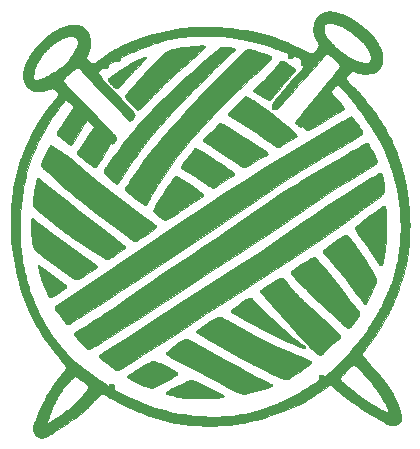
<source format=gbr>
%TF.GenerationSoftware,KiCad,Pcbnew,9.0.6*%
%TF.CreationDate,2025-12-04T01:13:43+01:00*%
%TF.ProjectId,knit_yarn_badge_v2,6b6e6974-5f79-4617-926e-5f6261646765,rev?*%
%TF.SameCoordinates,Original*%
%TF.FileFunction,Copper,L1,Top*%
%TF.FilePolarity,Positive*%
%FSLAX46Y46*%
G04 Gerber Fmt 4.6, Leading zero omitted, Abs format (unit mm)*
G04 Created by KiCad (PCBNEW 9.0.6) date 2025-12-04 01:13:43*
%MOMM*%
%LPD*%
G01*
G04 APERTURE LIST*
%TA.AperFunction,NonConductor*%
%ADD10C,0.100000*%
%TD*%
%TA.AperFunction,Conductor*%
%ADD11C,0.100000*%
%TD*%
%TA.AperFunction,ViaPad*%
%ADD12C,0.600000*%
%TD*%
G04 APERTURE END LIST*
D10*
X108817996Y-92306299D02*
X108835562Y-92308987D01*
X108852373Y-92313242D01*
X108868780Y-92318858D01*
X108885135Y-92325725D01*
X108901795Y-92334117D01*
X108919120Y-92344405D01*
X108937468Y-92356960D01*
X108957199Y-92372153D01*
X108978671Y-92390354D01*
X109002244Y-92411933D01*
X109028276Y-92437263D01*
X109057127Y-92466714D01*
X109089156Y-92500656D01*
X109124722Y-92539461D01*
X109164184Y-92583499D01*
X109207901Y-92633141D01*
X109256232Y-92688759D01*
X109368173Y-92819401D01*
X109653571Y-93157915D01*
X109995125Y-93568908D01*
X110357941Y-94011471D01*
X110707120Y-94444697D01*
X111014817Y-94835383D01*
X111281386Y-95181181D01*
X111720783Y-95759596D01*
X111906942Y-96001794D01*
X112072699Y-96213600D01*
X112216551Y-96393406D01*
X112336995Y-96539603D01*
X112388081Y-96599814D01*
X112433422Y-96652334D01*
X112508801Y-96738757D01*
X112539807Y-96774889D01*
X112567001Y-96807785D01*
X112590866Y-96838561D01*
X112611886Y-96868330D01*
X112621456Y-96883178D01*
X112630354Y-96898146D01*
X112638496Y-96913328D01*
X112645801Y-96928820D01*
X112652186Y-96944714D01*
X112657570Y-96961105D01*
X112661870Y-96978086D01*
X112663588Y-96986828D01*
X112665004Y-96995752D01*
X112666108Y-97004871D01*
X112666890Y-97014196D01*
X112667339Y-97023740D01*
X112667445Y-97033514D01*
X112667198Y-97043529D01*
X112666588Y-97053797D01*
X112665604Y-97064331D01*
X112664236Y-97075141D01*
X112662474Y-97086240D01*
X112660307Y-97097640D01*
X112657726Y-97109351D01*
X112654719Y-97121387D01*
X112651277Y-97133758D01*
X112647389Y-97146477D01*
X112643046Y-97159554D01*
X112638236Y-97173003D01*
X112627206Y-97201025D01*
X112614375Y-97230472D01*
X112599845Y-97261238D01*
X112583722Y-97293216D01*
X112566109Y-97326302D01*
X112547110Y-97360389D01*
X112505371Y-97431145D01*
X112459338Y-97504639D01*
X112409840Y-97580025D01*
X112357712Y-97656458D01*
X112303785Y-97733094D01*
X112248838Y-97809036D01*
X112193434Y-97883193D01*
X112138085Y-97954423D01*
X112083300Y-98021586D01*
X112029588Y-98083541D01*
X112003294Y-98112209D01*
X111977460Y-98139147D01*
X111952149Y-98164213D01*
X111927425Y-98187264D01*
X111903353Y-98208157D01*
X111879995Y-98226750D01*
X111857372Y-98242916D01*
X111846294Y-98250070D01*
X111835338Y-98256597D01*
X111824481Y-98262491D01*
X111813699Y-98267747D01*
X111802968Y-98272360D01*
X111792265Y-98276323D01*
X111781565Y-98279633D01*
X111770844Y-98282283D01*
X111760079Y-98284267D01*
X111749246Y-98285581D01*
X111738320Y-98286218D01*
X111727278Y-98286174D01*
X111716096Y-98285443D01*
X111704750Y-98284020D01*
X111693216Y-98281898D01*
X111681471Y-98279073D01*
X111669489Y-98275539D01*
X111657248Y-98271291D01*
X111644724Y-98266322D01*
X111631891Y-98260629D01*
X111618728Y-98254205D01*
X111605209Y-98247045D01*
X111591311Y-98239143D01*
X111577010Y-98230494D01*
X111547103Y-98210933D01*
X111515296Y-98188318D01*
X111481399Y-98162606D01*
X111445202Y-98133729D01*
X111406427Y-98101528D01*
X111319953Y-98026411D01*
X111219600Y-97935779D01*
X111102993Y-97828153D01*
X110811511Y-97556017D01*
X110426498Y-97198187D01*
X109395510Y-96250526D01*
X108843027Y-95736487D01*
X108580603Y-95487970D01*
X108336177Y-95252190D01*
X108115042Y-95033549D01*
X107917289Y-94832870D01*
X107741711Y-94650070D01*
X107587099Y-94485069D01*
X107335940Y-94208140D01*
X107154148Y-94001435D01*
X107031538Y-93861392D01*
X106988629Y-93811794D01*
X106955854Y-93772786D01*
X106931616Y-93742101D01*
X106922199Y-93729170D01*
X106914318Y-93717469D01*
X106907772Y-93706715D01*
X106902362Y-93696623D01*
X106897888Y-93686911D01*
X106894151Y-93677294D01*
X106890976Y-93667544D01*
X106888301Y-93657662D01*
X106886090Y-93647703D01*
X106884305Y-93637722D01*
X106882910Y-93627775D01*
X106881868Y-93617917D01*
X106881141Y-93608203D01*
X106880693Y-93598689D01*
X106880485Y-93580482D01*
X106880946Y-93563738D01*
X106881781Y-93548900D01*
X106882694Y-93536412D01*
X106883183Y-93531121D01*
X106883539Y-93528634D01*
X106884039Y-93526195D01*
X106884737Y-93523764D01*
X106885176Y-93522538D01*
X106885685Y-93521299D01*
X106886269Y-93520041D01*
X106886936Y-93518758D01*
X106887692Y-93517446D01*
X106888543Y-93516099D01*
X106889497Y-93514713D01*
X106890560Y-93513281D01*
X106893037Y-93510262D01*
X106896030Y-93507000D01*
X106899589Y-93503453D01*
X106903769Y-93499580D01*
X106908622Y-93495339D01*
X106914201Y-93490688D01*
X106920559Y-93485585D01*
X106927748Y-93479990D01*
X106935822Y-93473859D01*
X106944833Y-93467151D01*
X106954834Y-93459825D01*
X106965878Y-93451839D01*
X106978018Y-93443150D01*
X107005798Y-93423501D01*
X107038595Y-93400543D01*
X107076832Y-93373942D01*
X107171319Y-93308478D01*
X107171327Y-93308470D01*
X107749601Y-92911166D01*
X108076053Y-92692057D01*
X108226951Y-92593315D01*
X108361379Y-92507849D01*
X108420671Y-92471387D01*
X108474649Y-92439174D01*
X108523664Y-92411005D01*
X108568066Y-92386673D01*
X108608207Y-92365971D01*
X108644438Y-92348694D01*
X108677107Y-92334635D01*
X108706568Y-92323587D01*
X108733169Y-92315345D01*
X108757262Y-92309701D01*
X108779197Y-92306450D01*
X108799325Y-92305385D01*
X108817996Y-92306299D01*
%TA.AperFunction,NonConductor*%
G36*
X108817996Y-92306299D02*
G01*
X108835562Y-92308987D01*
X108852373Y-92313242D01*
X108868780Y-92318858D01*
X108885135Y-92325725D01*
X108901795Y-92334117D01*
X108919120Y-92344405D01*
X108937468Y-92356960D01*
X108957199Y-92372153D01*
X108978671Y-92390354D01*
X109002244Y-92411933D01*
X109028276Y-92437263D01*
X109057127Y-92466714D01*
X109089156Y-92500656D01*
X109124722Y-92539461D01*
X109164184Y-92583499D01*
X109207901Y-92633141D01*
X109256232Y-92688759D01*
X109368173Y-92819401D01*
X109653571Y-93157915D01*
X109995125Y-93568908D01*
X110357941Y-94011471D01*
X110707120Y-94444697D01*
X111014817Y-94835383D01*
X111281386Y-95181181D01*
X111720783Y-95759596D01*
X111906942Y-96001794D01*
X112072699Y-96213600D01*
X112216551Y-96393406D01*
X112336995Y-96539603D01*
X112388081Y-96599814D01*
X112433422Y-96652334D01*
X112508801Y-96738757D01*
X112539807Y-96774889D01*
X112567001Y-96807785D01*
X112590866Y-96838561D01*
X112611886Y-96868330D01*
X112621456Y-96883178D01*
X112630354Y-96898146D01*
X112638496Y-96913328D01*
X112645801Y-96928820D01*
X112652186Y-96944714D01*
X112657570Y-96961105D01*
X112661870Y-96978086D01*
X112663588Y-96986828D01*
X112665004Y-96995752D01*
X112666108Y-97004871D01*
X112666890Y-97014196D01*
X112667339Y-97023740D01*
X112667445Y-97033514D01*
X112667198Y-97043529D01*
X112666588Y-97053797D01*
X112665604Y-97064331D01*
X112664236Y-97075141D01*
X112662474Y-97086240D01*
X112660307Y-97097640D01*
X112657726Y-97109351D01*
X112654719Y-97121387D01*
X112651277Y-97133758D01*
X112647389Y-97146477D01*
X112643046Y-97159554D01*
X112638236Y-97173003D01*
X112627206Y-97201025D01*
X112614375Y-97230472D01*
X112599845Y-97261238D01*
X112583722Y-97293216D01*
X112566109Y-97326302D01*
X112547110Y-97360389D01*
X112505371Y-97431145D01*
X112459338Y-97504639D01*
X112409840Y-97580025D01*
X112357712Y-97656458D01*
X112303785Y-97733094D01*
X112248838Y-97809036D01*
X112193434Y-97883193D01*
X112138085Y-97954423D01*
X112083300Y-98021586D01*
X112029588Y-98083541D01*
X112003294Y-98112209D01*
X111977460Y-98139147D01*
X111952149Y-98164213D01*
X111927425Y-98187264D01*
X111903353Y-98208157D01*
X111879995Y-98226750D01*
X111857372Y-98242916D01*
X111846294Y-98250070D01*
X111835338Y-98256597D01*
X111824481Y-98262491D01*
X111813699Y-98267747D01*
X111802968Y-98272360D01*
X111792265Y-98276323D01*
X111781565Y-98279633D01*
X111770844Y-98282283D01*
X111760079Y-98284267D01*
X111749246Y-98285581D01*
X111738320Y-98286218D01*
X111727278Y-98286174D01*
X111716096Y-98285443D01*
X111704750Y-98284020D01*
X111693216Y-98281898D01*
X111681471Y-98279073D01*
X111669489Y-98275539D01*
X111657248Y-98271291D01*
X111644724Y-98266322D01*
X111631891Y-98260629D01*
X111618728Y-98254205D01*
X111605209Y-98247045D01*
X111591311Y-98239143D01*
X111577010Y-98230494D01*
X111547103Y-98210933D01*
X111515296Y-98188318D01*
X111481399Y-98162606D01*
X111445202Y-98133729D01*
X111406427Y-98101528D01*
X111319953Y-98026411D01*
X111219600Y-97935779D01*
X111102993Y-97828153D01*
X110811511Y-97556017D01*
X110426498Y-97198187D01*
X109395510Y-96250526D01*
X108843027Y-95736487D01*
X108580603Y-95487970D01*
X108336177Y-95252190D01*
X108115042Y-95033549D01*
X107917289Y-94832870D01*
X107741711Y-94650070D01*
X107587099Y-94485069D01*
X107335940Y-94208140D01*
X107154148Y-94001435D01*
X107031538Y-93861392D01*
X106988629Y-93811794D01*
X106955854Y-93772786D01*
X106931616Y-93742101D01*
X106922199Y-93729170D01*
X106914318Y-93717469D01*
X106907772Y-93706715D01*
X106902362Y-93696623D01*
X106897888Y-93686911D01*
X106894151Y-93677294D01*
X106890976Y-93667544D01*
X106888301Y-93657662D01*
X106886090Y-93647703D01*
X106884305Y-93637722D01*
X106882910Y-93627775D01*
X106881868Y-93617917D01*
X106881141Y-93608203D01*
X106880693Y-93598689D01*
X106880485Y-93580482D01*
X106880946Y-93563738D01*
X106881781Y-93548900D01*
X106882694Y-93536412D01*
X106883183Y-93531121D01*
X106883539Y-93528634D01*
X106884039Y-93526195D01*
X106884737Y-93523764D01*
X106885176Y-93522538D01*
X106885685Y-93521299D01*
X106886269Y-93520041D01*
X106886936Y-93518758D01*
X106887692Y-93517446D01*
X106888543Y-93516099D01*
X106889497Y-93514713D01*
X106890560Y-93513281D01*
X106893037Y-93510262D01*
X106896030Y-93507000D01*
X106899589Y-93503453D01*
X106903769Y-93499580D01*
X106908622Y-93495339D01*
X106914201Y-93490688D01*
X106920559Y-93485585D01*
X106927748Y-93479990D01*
X106935822Y-93473859D01*
X106944833Y-93467151D01*
X106954834Y-93459825D01*
X106965878Y-93451839D01*
X106978018Y-93443150D01*
X107005798Y-93423501D01*
X107038595Y-93400543D01*
X107076832Y-93373942D01*
X107171319Y-93308478D01*
X107171327Y-93308470D01*
X107749601Y-92911166D01*
X108076053Y-92692057D01*
X108226951Y-92593315D01*
X108361379Y-92507849D01*
X108420671Y-92471387D01*
X108474649Y-92439174D01*
X108523664Y-92411005D01*
X108568066Y-92386673D01*
X108608207Y-92365971D01*
X108644438Y-92348694D01*
X108677107Y-92334635D01*
X108706568Y-92323587D01*
X108733169Y-92315345D01*
X108757262Y-92309701D01*
X108779197Y-92306450D01*
X108799325Y-92305385D01*
X108817996Y-92306299D01*
G37*
%TD.AperFunction*%
D11*
%TO.N,GND*%
X88638212Y-79379938D02*
X88639498Y-79380117D01*
X88640852Y-79380418D01*
X88642277Y-79380845D01*
X88643779Y-79381402D01*
X88645362Y-79382092D01*
X88647030Y-79382918D01*
X88648788Y-79383884D01*
X88650641Y-79384993D01*
X88652593Y-79386250D01*
X88654649Y-79387657D01*
X88659090Y-79390936D01*
X88664001Y-79394860D01*
X88669419Y-79399457D01*
X88675379Y-79404754D01*
X88681918Y-79410779D01*
X88689074Y-79417561D01*
X88696881Y-79425128D01*
X88705378Y-79433507D01*
X88714600Y-79442728D01*
X88735365Y-79463805D01*
X88759470Y-79488583D01*
X88818867Y-79550141D01*
X88818863Y-79550141D01*
X89178227Y-79924109D01*
X89374232Y-80129669D01*
X89535877Y-80301508D01*
X89567020Y-80335375D01*
X89593829Y-80365792D01*
X89605588Y-80379963D01*
X89616239Y-80393579D01*
X89625774Y-80406742D01*
X89634185Y-80419555D01*
X89641463Y-80432119D01*
X89647600Y-80444537D01*
X89652588Y-80456911D01*
X89656419Y-80469345D01*
X89659085Y-80481939D01*
X89660578Y-80494797D01*
X89660889Y-80508021D01*
X89660010Y-80521712D01*
X89657933Y-80535975D01*
X89654650Y-80550910D01*
X89650153Y-80566620D01*
X89644434Y-80583208D01*
X89637483Y-80600776D01*
X89629294Y-80619425D01*
X89619858Y-80639260D01*
X89609166Y-80660381D01*
X89597212Y-80682891D01*
X89583985Y-80706893D01*
X89553685Y-80759781D01*
X89518201Y-80819864D01*
X89477466Y-80887959D01*
X89015308Y-81656650D01*
X88542842Y-82433068D01*
X88460128Y-82564874D01*
X88424793Y-82618592D01*
X88392689Y-82664560D01*
X88363230Y-82703059D01*
X88335827Y-82734369D01*
X88322714Y-82747415D01*
X88309894Y-82758769D01*
X88297295Y-82768465D01*
X88284844Y-82776540D01*
X88272466Y-82783027D01*
X88260089Y-82787962D01*
X88247638Y-82791380D01*
X88235042Y-82793315D01*
X88222225Y-82793804D01*
X88209115Y-82792880D01*
X88195639Y-82790580D01*
X88181723Y-82786937D01*
X88167293Y-82781987D01*
X88152276Y-82775765D01*
X88120189Y-82759646D01*
X88084874Y-82738858D01*
X88045743Y-82713683D01*
X87955223Y-82651524D01*
X87851617Y-82576559D01*
X87739448Y-82492415D01*
X87623240Y-82402714D01*
X87507515Y-82311080D01*
X87396797Y-82221137D01*
X87295608Y-82136509D01*
X87208472Y-82060820D01*
X87171509Y-82027269D01*
X87139285Y-81996162D01*
X87124981Y-81981308D01*
X87111897Y-81966804D01*
X87100047Y-81952562D01*
X87089441Y-81938497D01*
X87080091Y-81924521D01*
X87072011Y-81910546D01*
X87065211Y-81896487D01*
X87059703Y-81882255D01*
X87055500Y-81867764D01*
X87052614Y-81852926D01*
X87051056Y-81837656D01*
X87050838Y-81821865D01*
X87051972Y-81805466D01*
X87054471Y-81788373D01*
X87058347Y-81770499D01*
X87063610Y-81751756D01*
X87070273Y-81732058D01*
X87078349Y-81711317D01*
X87087849Y-81689446D01*
X87098784Y-81666359D01*
X87111168Y-81641968D01*
X87125011Y-81616186D01*
X87140327Y-81588927D01*
X87157126Y-81560103D01*
X87195224Y-81497412D01*
X87239401Y-81427417D01*
X87345265Y-81264982D01*
X87469946Y-81078468D01*
X87752246Y-80664881D01*
X88283987Y-79897193D01*
X88450623Y-79654533D01*
X88548427Y-79509051D01*
X88597911Y-79432508D01*
X88619585Y-79396662D01*
X88623056Y-79390861D01*
X88624712Y-79388323D01*
X88626363Y-79386063D01*
X88628045Y-79384111D01*
X88628910Y-79383259D01*
X88629796Y-79382494D01*
X88630708Y-79381820D01*
X88631652Y-79381240D01*
X88632630Y-79380758D01*
X88633648Y-79380377D01*
X88634711Y-79380101D01*
X88635823Y-79379934D01*
X88636989Y-79379879D01*
X88638212Y-79379938D01*
%TA.AperFunction,Conductor*%
G36*
X88638212Y-79379938D02*
G01*
X88639498Y-79380117D01*
X88640852Y-79380418D01*
X88642277Y-79380845D01*
X88643779Y-79381402D01*
X88645362Y-79382092D01*
X88647030Y-79382918D01*
X88648788Y-79383884D01*
X88650641Y-79384993D01*
X88652593Y-79386250D01*
X88654649Y-79387657D01*
X88659090Y-79390936D01*
X88664001Y-79394860D01*
X88669419Y-79399457D01*
X88675379Y-79404754D01*
X88681918Y-79410779D01*
X88689074Y-79417561D01*
X88696881Y-79425128D01*
X88705378Y-79433507D01*
X88714600Y-79442728D01*
X88735365Y-79463805D01*
X88759470Y-79488583D01*
X88818867Y-79550141D01*
X88818863Y-79550141D01*
X89178227Y-79924109D01*
X89374232Y-80129669D01*
X89535877Y-80301508D01*
X89567020Y-80335375D01*
X89593829Y-80365792D01*
X89605588Y-80379963D01*
X89616239Y-80393579D01*
X89625774Y-80406742D01*
X89634185Y-80419555D01*
X89641463Y-80432119D01*
X89647600Y-80444537D01*
X89652588Y-80456911D01*
X89656419Y-80469345D01*
X89659085Y-80481939D01*
X89660578Y-80494797D01*
X89660889Y-80508021D01*
X89660010Y-80521712D01*
X89657933Y-80535975D01*
X89654650Y-80550910D01*
X89650153Y-80566620D01*
X89644434Y-80583208D01*
X89637483Y-80600776D01*
X89629294Y-80619425D01*
X89619858Y-80639260D01*
X89609166Y-80660381D01*
X89597212Y-80682891D01*
X89583985Y-80706893D01*
X89553685Y-80759781D01*
X89518201Y-80819864D01*
X89477466Y-80887959D01*
X89015308Y-81656650D01*
X88542842Y-82433068D01*
X88460128Y-82564874D01*
X88424793Y-82618592D01*
X88392689Y-82664560D01*
X88363230Y-82703059D01*
X88335827Y-82734369D01*
X88322714Y-82747415D01*
X88309894Y-82758769D01*
X88297295Y-82768465D01*
X88284844Y-82776540D01*
X88272466Y-82783027D01*
X88260089Y-82787962D01*
X88247638Y-82791380D01*
X88235042Y-82793315D01*
X88222225Y-82793804D01*
X88209115Y-82792880D01*
X88195639Y-82790580D01*
X88181723Y-82786937D01*
X88167293Y-82781987D01*
X88152276Y-82775765D01*
X88120189Y-82759646D01*
X88084874Y-82738858D01*
X88045743Y-82713683D01*
X87955223Y-82651524D01*
X87851617Y-82576559D01*
X87739448Y-82492415D01*
X87623240Y-82402714D01*
X87507515Y-82311080D01*
X87396797Y-82221137D01*
X87295608Y-82136509D01*
X87208472Y-82060820D01*
X87171509Y-82027269D01*
X87139285Y-81996162D01*
X87124981Y-81981308D01*
X87111897Y-81966804D01*
X87100047Y-81952562D01*
X87089441Y-81938497D01*
X87080091Y-81924521D01*
X87072011Y-81910546D01*
X87065211Y-81896487D01*
X87059703Y-81882255D01*
X87055500Y-81867764D01*
X87052614Y-81852926D01*
X87051056Y-81837656D01*
X87050838Y-81821865D01*
X87051972Y-81805466D01*
X87054471Y-81788373D01*
X87058347Y-81770499D01*
X87063610Y-81751756D01*
X87070273Y-81732058D01*
X87078349Y-81711317D01*
X87087849Y-81689446D01*
X87098784Y-81666359D01*
X87111168Y-81641968D01*
X87125011Y-81616186D01*
X87140327Y-81588927D01*
X87157126Y-81560103D01*
X87195224Y-81497412D01*
X87239401Y-81427417D01*
X87345265Y-81264982D01*
X87469946Y-81078468D01*
X87752246Y-80664881D01*
X88283987Y-79897193D01*
X88450623Y-79654533D01*
X88548427Y-79509051D01*
X88597911Y-79432508D01*
X88619585Y-79396662D01*
X88623056Y-79390861D01*
X88624712Y-79388323D01*
X88626363Y-79386063D01*
X88628045Y-79384111D01*
X88628910Y-79383259D01*
X88629796Y-79382494D01*
X88630708Y-79381820D01*
X88631652Y-79381240D01*
X88632630Y-79380758D01*
X88633648Y-79380377D01*
X88634711Y-79380101D01*
X88635823Y-79379934D01*
X88636989Y-79379879D01*
X88638212Y-79379938D01*
G37*
%TD.AperFunction*%
D10*
X98798593Y-83075319D02*
X98817724Y-83078485D01*
X98840649Y-83084231D01*
X98868002Y-83093018D01*
X98900415Y-83105311D01*
X98938524Y-83121570D01*
X98982960Y-83142260D01*
X99034358Y-83167842D01*
X99093352Y-83198780D01*
X99236658Y-83278573D01*
X99417948Y-83385339D01*
X99639625Y-83520976D01*
X99893438Y-83680169D01*
X100453813Y-84040753D01*
X101011759Y-84410145D01*
X101262536Y-84580349D01*
X101479963Y-84731402D01*
X101573088Y-84797732D01*
X101655755Y-84857870D01*
X101728574Y-84912189D01*
X101761481Y-84937284D01*
X101792155Y-84961065D01*
X101820672Y-84983578D01*
X101847108Y-85004872D01*
X101871540Y-85024992D01*
X101894043Y-85043986D01*
X101914695Y-85061900D01*
X101933571Y-85078781D01*
X101950747Y-85094677D01*
X101966301Y-85109633D01*
X101980307Y-85123697D01*
X101992843Y-85136916D01*
X102003984Y-85149337D01*
X102013807Y-85161005D01*
X102022388Y-85171970D01*
X102029804Y-85182276D01*
X102036130Y-85191971D01*
X102041443Y-85201102D01*
X102045819Y-85209716D01*
X102049334Y-85217859D01*
X102052065Y-85225579D01*
X102054088Y-85232922D01*
X102055479Y-85239936D01*
X102056314Y-85246666D01*
X102056670Y-85253160D01*
X102056623Y-85259466D01*
X102055476Y-85271671D01*
X102052804Y-85283537D01*
X102048390Y-85295291D01*
X102042019Y-85307162D01*
X102033474Y-85319380D01*
X102022540Y-85332173D01*
X102009001Y-85345770D01*
X101992640Y-85360401D01*
X101973242Y-85376294D01*
X101950591Y-85393679D01*
X101894666Y-85433837D01*
X101823138Y-85482708D01*
X101734279Y-85542124D01*
X101238317Y-85869425D01*
X100967670Y-86045642D01*
X100730809Y-86197337D01*
X100635381Y-86256958D01*
X100593591Y-86282473D01*
X100555387Y-86305294D01*
X100520495Y-86325547D01*
X100488642Y-86343360D01*
X100459556Y-86358859D01*
X100432964Y-86372172D01*
X100408593Y-86383426D01*
X100386170Y-86392747D01*
X100365422Y-86400263D01*
X100346076Y-86406100D01*
X100327860Y-86410386D01*
X100310500Y-86413247D01*
X100293724Y-86414812D01*
X100277259Y-86415205D01*
X100260789Y-86414484D01*
X100243822Y-86412428D01*
X100225822Y-86408750D01*
X100206255Y-86403159D01*
X100184586Y-86395367D01*
X100160279Y-86385082D01*
X100132800Y-86372017D01*
X100101613Y-86355882D01*
X100025977Y-86313242D01*
X99929089Y-86254846D01*
X99806671Y-86178379D01*
X99654441Y-86081525D01*
X98803736Y-85532005D01*
X97985223Y-84999489D01*
X97985219Y-84999485D01*
X97851001Y-84912030D01*
X97796692Y-84876572D01*
X97750120Y-84846072D01*
X97710685Y-84820113D01*
X97693458Y-84808707D01*
X97677791Y-84798279D01*
X97663610Y-84788779D01*
X97650839Y-84780154D01*
X97639405Y-84772352D01*
X97629232Y-84765321D01*
X97620245Y-84759009D01*
X97612371Y-84753364D01*
X97605533Y-84748333D01*
X97599658Y-84743865D01*
X97594671Y-84739908D01*
X97592487Y-84738105D01*
X97590496Y-84736410D01*
X97588691Y-84734816D01*
X97587060Y-84733318D01*
X97585595Y-84731908D01*
X97584287Y-84730581D01*
X97583126Y-84729329D01*
X97582103Y-84728146D01*
X97581208Y-84727026D01*
X97580432Y-84725962D01*
X97579766Y-84724947D01*
X97579201Y-84723976D01*
X97578727Y-84723041D01*
X97578334Y-84722136D01*
X97578014Y-84721255D01*
X97577757Y-84720391D01*
X97577554Y-84719537D01*
X97577395Y-84718688D01*
X97577173Y-84716975D01*
X97577016Y-84715200D01*
X97575651Y-84697445D01*
X97574998Y-84686712D01*
X97574504Y-84675210D01*
X97574274Y-84663291D01*
X97574413Y-84651305D01*
X97574654Y-84645396D01*
X97575027Y-84639603D01*
X97575545Y-84633969D01*
X97576221Y-84628538D01*
X97578395Y-84617936D01*
X97580325Y-84612132D01*
X97583131Y-84605529D01*
X97592310Y-84588529D01*
X97607810Y-84564144D01*
X97631510Y-84529586D01*
X97665289Y-84482063D01*
X97770601Y-84336965D01*
X98123814Y-83854574D01*
X98482500Y-83369138D01*
X98515594Y-83324933D01*
X98545204Y-83285656D01*
X98571603Y-83250997D01*
X98595065Y-83220645D01*
X98615865Y-83194289D01*
X98634276Y-83171618D01*
X98650574Y-83152320D01*
X98658015Y-83143840D01*
X98665031Y-83136087D01*
X98671655Y-83129021D01*
X98677922Y-83122605D01*
X98683866Y-83116800D01*
X98689522Y-83111566D01*
X98694923Y-83106864D01*
X98700103Y-83102657D01*
X98705098Y-83098904D01*
X98709941Y-83095568D01*
X98714667Y-83092608D01*
X98719309Y-83089988D01*
X98723903Y-83087666D01*
X98728482Y-83085606D01*
X98733081Y-83083767D01*
X98737734Y-83082111D01*
X98747338Y-83079193D01*
X98769179Y-83074874D01*
X98782622Y-83074269D01*
X98798593Y-83075319D01*
%TA.AperFunction,NonConductor*%
G36*
X98798593Y-83075319D02*
G01*
X98817724Y-83078485D01*
X98840649Y-83084231D01*
X98868002Y-83093018D01*
X98900415Y-83105311D01*
X98938524Y-83121570D01*
X98982960Y-83142260D01*
X99034358Y-83167842D01*
X99093352Y-83198780D01*
X99236658Y-83278573D01*
X99417948Y-83385339D01*
X99639625Y-83520976D01*
X99893438Y-83680169D01*
X100453813Y-84040753D01*
X101011759Y-84410145D01*
X101262536Y-84580349D01*
X101479963Y-84731402D01*
X101573088Y-84797732D01*
X101655755Y-84857870D01*
X101728574Y-84912189D01*
X101761481Y-84937284D01*
X101792155Y-84961065D01*
X101820672Y-84983578D01*
X101847108Y-85004872D01*
X101871540Y-85024992D01*
X101894043Y-85043986D01*
X101914695Y-85061900D01*
X101933571Y-85078781D01*
X101950747Y-85094677D01*
X101966301Y-85109633D01*
X101980307Y-85123697D01*
X101992843Y-85136916D01*
X102003984Y-85149337D01*
X102013807Y-85161005D01*
X102022388Y-85171970D01*
X102029804Y-85182276D01*
X102036130Y-85191971D01*
X102041443Y-85201102D01*
X102045819Y-85209716D01*
X102049334Y-85217859D01*
X102052065Y-85225579D01*
X102054088Y-85232922D01*
X102055479Y-85239936D01*
X102056314Y-85246666D01*
X102056670Y-85253160D01*
X102056623Y-85259466D01*
X102055476Y-85271671D01*
X102052804Y-85283537D01*
X102048390Y-85295291D01*
X102042019Y-85307162D01*
X102033474Y-85319380D01*
X102022540Y-85332173D01*
X102009001Y-85345770D01*
X101992640Y-85360401D01*
X101973242Y-85376294D01*
X101950591Y-85393679D01*
X101894666Y-85433837D01*
X101823138Y-85482708D01*
X101734279Y-85542124D01*
X101238317Y-85869425D01*
X100967670Y-86045642D01*
X100730809Y-86197337D01*
X100635381Y-86256958D01*
X100593591Y-86282473D01*
X100555387Y-86305294D01*
X100520495Y-86325547D01*
X100488642Y-86343360D01*
X100459556Y-86358859D01*
X100432964Y-86372172D01*
X100408593Y-86383426D01*
X100386170Y-86392747D01*
X100365422Y-86400263D01*
X100346076Y-86406100D01*
X100327860Y-86410386D01*
X100310500Y-86413247D01*
X100293724Y-86414812D01*
X100277259Y-86415205D01*
X100260789Y-86414484D01*
X100243822Y-86412428D01*
X100225822Y-86408750D01*
X100206255Y-86403159D01*
X100184586Y-86395367D01*
X100160279Y-86385082D01*
X100132800Y-86372017D01*
X100101613Y-86355882D01*
X100025977Y-86313242D01*
X99929089Y-86254846D01*
X99806671Y-86178379D01*
X99654441Y-86081525D01*
X98803736Y-85532005D01*
X97985223Y-84999489D01*
X97985219Y-84999485D01*
X97851001Y-84912030D01*
X97796692Y-84876572D01*
X97750120Y-84846072D01*
X97710685Y-84820113D01*
X97693458Y-84808707D01*
X97677791Y-84798279D01*
X97663610Y-84788779D01*
X97650839Y-84780154D01*
X97639405Y-84772352D01*
X97629232Y-84765321D01*
X97620245Y-84759009D01*
X97612371Y-84753364D01*
X97605533Y-84748333D01*
X97599658Y-84743865D01*
X97594671Y-84739908D01*
X97592487Y-84738105D01*
X97590496Y-84736410D01*
X97588691Y-84734816D01*
X97587060Y-84733318D01*
X97585595Y-84731908D01*
X97584287Y-84730581D01*
X97583126Y-84729329D01*
X97582103Y-84728146D01*
X97581208Y-84727026D01*
X97580432Y-84725962D01*
X97579766Y-84724947D01*
X97579201Y-84723976D01*
X97578727Y-84723041D01*
X97578334Y-84722136D01*
X97578014Y-84721255D01*
X97577757Y-84720391D01*
X97577554Y-84719537D01*
X97577395Y-84718688D01*
X97577173Y-84716975D01*
X97577016Y-84715200D01*
X97575651Y-84697445D01*
X97574998Y-84686712D01*
X97574504Y-84675210D01*
X97574274Y-84663291D01*
X97574413Y-84651305D01*
X97574654Y-84645396D01*
X97575027Y-84639603D01*
X97575545Y-84633969D01*
X97576221Y-84628538D01*
X97578395Y-84617936D01*
X97580325Y-84612132D01*
X97583131Y-84605529D01*
X97592310Y-84588529D01*
X97607810Y-84564144D01*
X97631510Y-84529586D01*
X97665289Y-84482063D01*
X97770601Y-84336965D01*
X98123814Y-83854574D01*
X98482500Y-83369138D01*
X98515594Y-83324933D01*
X98545204Y-83285656D01*
X98571603Y-83250997D01*
X98595065Y-83220645D01*
X98615865Y-83194289D01*
X98634276Y-83171618D01*
X98650574Y-83152320D01*
X98658015Y-83143840D01*
X98665031Y-83136087D01*
X98671655Y-83129021D01*
X98677922Y-83122605D01*
X98683866Y-83116800D01*
X98689522Y-83111566D01*
X98694923Y-83106864D01*
X98700103Y-83102657D01*
X98705098Y-83098904D01*
X98709941Y-83095568D01*
X98714667Y-83092608D01*
X98719309Y-83089988D01*
X98723903Y-83087666D01*
X98728482Y-83085606D01*
X98733081Y-83083767D01*
X98737734Y-83082111D01*
X98747338Y-83079193D01*
X98769179Y-83074874D01*
X98782622Y-83074269D01*
X98798593Y-83075319D01*
G37*
%TD.AperFunction*%
X114749945Y-87976591D02*
X114762609Y-87978098D01*
X114774340Y-87981073D01*
X114785199Y-87985501D01*
X114795246Y-87991366D01*
X114804541Y-87998652D01*
X114813145Y-88007344D01*
X114821118Y-88017426D01*
X114828521Y-88028882D01*
X114835413Y-88041696D01*
X114841856Y-88055853D01*
X114847910Y-88071337D01*
X114853634Y-88088133D01*
X114859091Y-88106223D01*
X114869439Y-88146228D01*
X114888888Y-88241136D01*
X114906699Y-88355277D01*
X114922631Y-88487914D01*
X114936442Y-88638309D01*
X114947891Y-88805724D01*
X114956736Y-88989420D01*
X114962736Y-89188661D01*
X114965650Y-89402708D01*
X114965287Y-89630404D01*
X114961677Y-89868916D01*
X114954899Y-90114998D01*
X114945034Y-90365401D01*
X114932162Y-90616878D01*
X114916364Y-90866181D01*
X114897720Y-91110062D01*
X114876310Y-91345274D01*
X114852291Y-91568925D01*
X114826111Y-91779555D01*
X114798294Y-91976063D01*
X114769362Y-92157350D01*
X114739840Y-92322316D01*
X114710250Y-92469860D01*
X114681117Y-92598881D01*
X114652963Y-92708281D01*
X114646137Y-92732444D01*
X114639403Y-92755341D01*
X114632757Y-92777003D01*
X114626197Y-92797460D01*
X114619720Y-92816741D01*
X114613323Y-92834876D01*
X114607003Y-92851897D01*
X114600759Y-92867832D01*
X114594587Y-92882711D01*
X114588484Y-92896566D01*
X114582448Y-92909425D01*
X114576475Y-92921318D01*
X114570564Y-92932276D01*
X114564712Y-92942329D01*
X114558915Y-92951506D01*
X114553172Y-92959838D01*
X114547478Y-92967354D01*
X114541833Y-92974085D01*
X114536232Y-92980060D01*
X114530673Y-92985311D01*
X114525154Y-92989865D01*
X114519671Y-92993755D01*
X114514223Y-92997009D01*
X114508806Y-92999657D01*
X114503417Y-93001730D01*
X114498054Y-93003258D01*
X114492714Y-93004270D01*
X114487395Y-93004797D01*
X114482093Y-93004868D01*
X114476806Y-93004514D01*
X114471531Y-93003765D01*
X114466266Y-93002650D01*
X114455705Y-92999339D01*
X114444868Y-92994306D01*
X114433450Y-92987173D01*
X114421147Y-92977560D01*
X114407657Y-92965088D01*
X114392676Y-92949377D01*
X114375899Y-92930050D01*
X114357023Y-92906726D01*
X114311760Y-92846571D01*
X114254457Y-92765880D01*
X114182685Y-92661620D01*
X114094015Y-92530756D01*
X113592197Y-91783830D01*
X113308806Y-91365427D01*
X113048286Y-90987931D01*
X112936175Y-90829637D01*
X112837138Y-90692511D01*
X112750183Y-90574203D01*
X112674315Y-90472365D01*
X112551867Y-90308700D01*
X112503300Y-90242175D01*
X112461847Y-90182723D01*
X112443492Y-90154959D01*
X112426629Y-90128331D01*
X112411217Y-90102793D01*
X112397216Y-90078300D01*
X112384584Y-90054807D01*
X112373280Y-90032268D01*
X112363266Y-90010639D01*
X112354499Y-89989874D01*
X112346938Y-89969927D01*
X112340545Y-89950754D01*
X112335277Y-89932309D01*
X112331094Y-89914547D01*
X112327955Y-89897422D01*
X112325820Y-89880889D01*
X112324649Y-89864903D01*
X112324399Y-89849419D01*
X112325136Y-89834330D01*
X112327230Y-89819287D01*
X112331152Y-89803878D01*
X112337375Y-89787693D01*
X112346369Y-89770320D01*
X112358607Y-89751348D01*
X112374559Y-89730366D01*
X112394698Y-89706962D01*
X112419493Y-89680727D01*
X112449418Y-89651249D01*
X112484944Y-89618116D01*
X112526541Y-89580918D01*
X112629838Y-89492681D01*
X112763080Y-89383249D01*
X113118453Y-89100785D01*
X113542657Y-88772903D01*
X113969653Y-88452107D01*
X114163561Y-88310775D01*
X114333402Y-88190904D01*
X114333396Y-88190896D01*
X114406965Y-88140904D01*
X114472937Y-88097792D01*
X114503225Y-88078777D01*
X114531795Y-88061435D01*
X114558707Y-88045751D01*
X114584022Y-88031707D01*
X114607800Y-88019290D01*
X114630101Y-88008483D01*
X114650987Y-87999269D01*
X114670517Y-87991635D01*
X114688751Y-87985563D01*
X114705751Y-87981039D01*
X114721576Y-87978046D01*
X114736287Y-87976568D01*
X114749945Y-87976591D01*
%TA.AperFunction,NonConductor*%
G36*
X114749945Y-87976591D02*
G01*
X114762609Y-87978098D01*
X114774340Y-87981073D01*
X114785199Y-87985501D01*
X114795246Y-87991366D01*
X114804541Y-87998652D01*
X114813145Y-88007344D01*
X114821118Y-88017426D01*
X114828521Y-88028882D01*
X114835413Y-88041696D01*
X114841856Y-88055853D01*
X114847910Y-88071337D01*
X114853634Y-88088133D01*
X114859091Y-88106223D01*
X114869439Y-88146228D01*
X114888888Y-88241136D01*
X114906699Y-88355277D01*
X114922631Y-88487914D01*
X114936442Y-88638309D01*
X114947891Y-88805724D01*
X114956736Y-88989420D01*
X114962736Y-89188661D01*
X114965650Y-89402708D01*
X114965287Y-89630404D01*
X114961677Y-89868916D01*
X114954899Y-90114998D01*
X114945034Y-90365401D01*
X114932162Y-90616878D01*
X114916364Y-90866181D01*
X114897720Y-91110062D01*
X114876310Y-91345274D01*
X114852291Y-91568925D01*
X114826111Y-91779555D01*
X114798294Y-91976063D01*
X114769362Y-92157350D01*
X114739840Y-92322316D01*
X114710250Y-92469860D01*
X114681117Y-92598881D01*
X114652963Y-92708281D01*
X114646137Y-92732444D01*
X114639403Y-92755341D01*
X114632757Y-92777003D01*
X114626197Y-92797460D01*
X114619720Y-92816741D01*
X114613323Y-92834876D01*
X114607003Y-92851897D01*
X114600759Y-92867832D01*
X114594587Y-92882711D01*
X114588484Y-92896566D01*
X114582448Y-92909425D01*
X114576475Y-92921318D01*
X114570564Y-92932276D01*
X114564712Y-92942329D01*
X114558915Y-92951506D01*
X114553172Y-92959838D01*
X114547478Y-92967354D01*
X114541833Y-92974085D01*
X114536232Y-92980060D01*
X114530673Y-92985311D01*
X114525154Y-92989865D01*
X114519671Y-92993755D01*
X114514223Y-92997009D01*
X114508806Y-92999657D01*
X114503417Y-93001730D01*
X114498054Y-93003258D01*
X114492714Y-93004270D01*
X114487395Y-93004797D01*
X114482093Y-93004868D01*
X114476806Y-93004514D01*
X114471531Y-93003765D01*
X114466266Y-93002650D01*
X114455705Y-92999339D01*
X114444868Y-92994306D01*
X114433450Y-92987173D01*
X114421147Y-92977560D01*
X114407657Y-92965088D01*
X114392676Y-92949377D01*
X114375899Y-92930050D01*
X114357023Y-92906726D01*
X114311760Y-92846571D01*
X114254457Y-92765880D01*
X114182685Y-92661620D01*
X114094015Y-92530756D01*
X113592197Y-91783830D01*
X113308806Y-91365427D01*
X113048286Y-90987931D01*
X112936175Y-90829637D01*
X112837138Y-90692511D01*
X112750183Y-90574203D01*
X112674315Y-90472365D01*
X112551867Y-90308700D01*
X112503300Y-90242175D01*
X112461847Y-90182723D01*
X112443492Y-90154959D01*
X112426629Y-90128331D01*
X112411217Y-90102793D01*
X112397216Y-90078300D01*
X112384584Y-90054807D01*
X112373280Y-90032268D01*
X112363266Y-90010639D01*
X112354499Y-89989874D01*
X112346938Y-89969927D01*
X112340545Y-89950754D01*
X112335277Y-89932309D01*
X112331094Y-89914547D01*
X112327955Y-89897422D01*
X112325820Y-89880889D01*
X112324649Y-89864903D01*
X112324399Y-89849419D01*
X112325136Y-89834330D01*
X112327230Y-89819287D01*
X112331152Y-89803878D01*
X112337375Y-89787693D01*
X112346369Y-89770320D01*
X112358607Y-89751348D01*
X112374559Y-89730366D01*
X112394698Y-89706962D01*
X112419493Y-89680727D01*
X112449418Y-89651249D01*
X112484944Y-89618116D01*
X112526541Y-89580918D01*
X112629838Y-89492681D01*
X112763080Y-89383249D01*
X113118453Y-89100785D01*
X113542657Y-88772903D01*
X113969653Y-88452107D01*
X114163561Y-88310775D01*
X114333402Y-88190904D01*
X114333396Y-88190896D01*
X114406965Y-88140904D01*
X114472937Y-88097792D01*
X114503225Y-88078777D01*
X114531795Y-88061435D01*
X114558707Y-88045751D01*
X114584022Y-88031707D01*
X114607800Y-88019290D01*
X114630101Y-88008483D01*
X114650987Y-87999269D01*
X114670517Y-87991635D01*
X114688751Y-87985563D01*
X114705751Y-87981039D01*
X114721576Y-87978046D01*
X114736287Y-87976568D01*
X114749945Y-87976591D01*
G37*
%TD.AperFunction*%
X97168114Y-85437471D02*
X97192547Y-85442819D01*
X97219811Y-85451430D01*
X97250363Y-85463503D01*
X97284661Y-85479241D01*
X97323165Y-85498844D01*
X97366330Y-85522514D01*
X97414617Y-85550453D01*
X97468482Y-85582861D01*
X97594780Y-85661892D01*
X97920301Y-85874021D01*
X98301335Y-86129636D01*
X98682154Y-86391050D01*
X99007032Y-86620574D01*
X99073182Y-86668694D01*
X99132697Y-86712702D01*
X99185919Y-86752833D01*
X99233193Y-86789325D01*
X99274864Y-86822415D01*
X99311274Y-86852338D01*
X99342768Y-86879332D01*
X99369691Y-86903632D01*
X99381545Y-86914847D01*
X99392385Y-86925476D01*
X99402254Y-86935551D01*
X99411195Y-86945101D01*
X99419251Y-86954154D01*
X99426465Y-86962742D01*
X99432880Y-86970893D01*
X99438540Y-86978636D01*
X99443486Y-86986003D01*
X99447762Y-86993021D01*
X99451411Y-86999721D01*
X99454476Y-87006132D01*
X99457000Y-87012284D01*
X99459026Y-87018206D01*
X99460597Y-87023929D01*
X99461756Y-87029480D01*
X99462940Y-87040174D01*
X99462588Y-87050442D01*
X99460638Y-87060421D01*
X99457031Y-87070249D01*
X99451706Y-87080063D01*
X99444602Y-87090002D01*
X99435659Y-87100202D01*
X99424817Y-87110802D01*
X99412016Y-87121939D01*
X99397194Y-87133750D01*
X99380292Y-87146373D01*
X99361249Y-87159946D01*
X99316498Y-87190490D01*
X99262459Y-87226485D01*
X98932305Y-87446683D01*
X98346156Y-87840409D01*
X97936591Y-88115983D01*
X97489556Y-88413673D01*
X97056479Y-88695041D01*
X96861247Y-88817592D01*
X96688792Y-88921649D01*
X96612885Y-88965371D01*
X96543706Y-89003448D01*
X96480681Y-89036062D01*
X96423237Y-89063395D01*
X96396429Y-89075137D01*
X96370800Y-89085626D01*
X96346280Y-89094886D01*
X96322796Y-89102938D01*
X96300277Y-89109806D01*
X96278651Y-89115512D01*
X96257846Y-89120079D01*
X96237791Y-89123529D01*
X96218413Y-89125886D01*
X96199642Y-89127170D01*
X96181405Y-89127407D01*
X96163631Y-89126617D01*
X96146248Y-89124824D01*
X96129184Y-89122050D01*
X96112368Y-89118318D01*
X96095727Y-89113651D01*
X96079191Y-89108071D01*
X96062686Y-89101601D01*
X96046143Y-89094264D01*
X96029488Y-89086082D01*
X95995558Y-89067273D01*
X95960323Y-89045358D01*
X95923356Y-89020547D01*
X95884828Y-88993176D01*
X95845054Y-88963610D01*
X95804353Y-88932215D01*
X95721436Y-88865402D01*
X95638612Y-88795664D01*
X95558419Y-88725925D01*
X95483394Y-88659112D01*
X95358995Y-88545969D01*
X95359000Y-88545969D01*
X95313980Y-88504707D01*
X95295774Y-88487906D01*
X95280177Y-88473363D01*
X95266992Y-88460853D01*
X95261242Y-88455291D01*
X95256022Y-88450153D01*
X95251306Y-88445412D01*
X95247070Y-88441041D01*
X95243291Y-88437010D01*
X95239942Y-88433292D01*
X95237000Y-88429859D01*
X95234440Y-88426684D01*
X95232238Y-88423739D01*
X95230369Y-88420994D01*
X95228808Y-88418424D01*
X95227531Y-88415999D01*
X95226513Y-88413692D01*
X95225730Y-88411475D01*
X95225157Y-88409320D01*
X95224771Y-88407199D01*
X95224545Y-88405084D01*
X95224456Y-88402948D01*
X95224479Y-88400763D01*
X95224590Y-88398499D01*
X95224976Y-88393629D01*
X95226192Y-88381700D01*
X95229112Y-88365208D01*
X95235227Y-88342167D01*
X95246027Y-88310589D01*
X95263000Y-88268488D01*
X95287638Y-88213877D01*
X95321430Y-88144769D01*
X95365866Y-88059178D01*
X95488441Y-87836937D01*
X95646341Y-87562942D01*
X95826363Y-87259310D01*
X96015298Y-86948159D01*
X96201280Y-86649140D01*
X96377812Y-86372030D01*
X96539740Y-86124127D01*
X96681912Y-85912732D01*
X96744183Y-85822782D01*
X96773167Y-85781775D01*
X96800816Y-85743341D01*
X96827203Y-85707423D01*
X96852403Y-85673967D01*
X96876488Y-85642917D01*
X96899533Y-85614218D01*
X96921612Y-85587813D01*
X96942798Y-85563649D01*
X96963165Y-85541669D01*
X96982788Y-85521818D01*
X97001739Y-85504041D01*
X97020094Y-85488283D01*
X97037925Y-85474487D01*
X97055306Y-85462599D01*
X97072375Y-85452606D01*
X97089526Y-85444666D01*
X97107217Y-85438982D01*
X97125907Y-85435753D01*
X97146053Y-85435183D01*
X97168114Y-85437471D01*
%TA.AperFunction,NonConductor*%
G36*
X97168114Y-85437471D02*
G01*
X97192547Y-85442819D01*
X97219811Y-85451430D01*
X97250363Y-85463503D01*
X97284661Y-85479241D01*
X97323165Y-85498844D01*
X97366330Y-85522514D01*
X97414617Y-85550453D01*
X97468482Y-85582861D01*
X97594780Y-85661892D01*
X97920301Y-85874021D01*
X98301335Y-86129636D01*
X98682154Y-86391050D01*
X99007032Y-86620574D01*
X99073182Y-86668694D01*
X99132697Y-86712702D01*
X99185919Y-86752833D01*
X99233193Y-86789325D01*
X99274864Y-86822415D01*
X99311274Y-86852338D01*
X99342768Y-86879332D01*
X99369691Y-86903632D01*
X99381545Y-86914847D01*
X99392385Y-86925476D01*
X99402254Y-86935551D01*
X99411195Y-86945101D01*
X99419251Y-86954154D01*
X99426465Y-86962742D01*
X99432880Y-86970893D01*
X99438540Y-86978636D01*
X99443486Y-86986003D01*
X99447762Y-86993021D01*
X99451411Y-86999721D01*
X99454476Y-87006132D01*
X99457000Y-87012284D01*
X99459026Y-87018206D01*
X99460597Y-87023929D01*
X99461756Y-87029480D01*
X99462940Y-87040174D01*
X99462588Y-87050442D01*
X99460638Y-87060421D01*
X99457031Y-87070249D01*
X99451706Y-87080063D01*
X99444602Y-87090002D01*
X99435659Y-87100202D01*
X99424817Y-87110802D01*
X99412016Y-87121939D01*
X99397194Y-87133750D01*
X99380292Y-87146373D01*
X99361249Y-87159946D01*
X99316498Y-87190490D01*
X99262459Y-87226485D01*
X98932305Y-87446683D01*
X98346156Y-87840409D01*
X97936591Y-88115983D01*
X97489556Y-88413673D01*
X97056479Y-88695041D01*
X96861247Y-88817592D01*
X96688792Y-88921649D01*
X96612885Y-88965371D01*
X96543706Y-89003448D01*
X96480681Y-89036062D01*
X96423237Y-89063395D01*
X96396429Y-89075137D01*
X96370800Y-89085626D01*
X96346280Y-89094886D01*
X96322796Y-89102938D01*
X96300277Y-89109806D01*
X96278651Y-89115512D01*
X96257846Y-89120079D01*
X96237791Y-89123529D01*
X96218413Y-89125886D01*
X96199642Y-89127170D01*
X96181405Y-89127407D01*
X96163631Y-89126617D01*
X96146248Y-89124824D01*
X96129184Y-89122050D01*
X96112368Y-89118318D01*
X96095727Y-89113651D01*
X96079191Y-89108071D01*
X96062686Y-89101601D01*
X96046143Y-89094264D01*
X96029488Y-89086082D01*
X95995558Y-89067273D01*
X95960323Y-89045358D01*
X95923356Y-89020547D01*
X95884828Y-88993176D01*
X95845054Y-88963610D01*
X95804353Y-88932215D01*
X95721436Y-88865402D01*
X95638612Y-88795664D01*
X95558419Y-88725925D01*
X95483394Y-88659112D01*
X95358995Y-88545969D01*
X95359000Y-88545969D01*
X95313980Y-88504707D01*
X95295774Y-88487906D01*
X95280177Y-88473363D01*
X95266992Y-88460853D01*
X95261242Y-88455291D01*
X95256022Y-88450153D01*
X95251306Y-88445412D01*
X95247070Y-88441041D01*
X95243291Y-88437010D01*
X95239942Y-88433292D01*
X95237000Y-88429859D01*
X95234440Y-88426684D01*
X95232238Y-88423739D01*
X95230369Y-88420994D01*
X95228808Y-88418424D01*
X95227531Y-88415999D01*
X95226513Y-88413692D01*
X95225730Y-88411475D01*
X95225157Y-88409320D01*
X95224771Y-88407199D01*
X95224545Y-88405084D01*
X95224456Y-88402948D01*
X95224479Y-88400763D01*
X95224590Y-88398499D01*
X95224976Y-88393629D01*
X95226192Y-88381700D01*
X95229112Y-88365208D01*
X95235227Y-88342167D01*
X95246027Y-88310589D01*
X95263000Y-88268488D01*
X95287638Y-88213877D01*
X95321430Y-88144769D01*
X95365866Y-88059178D01*
X95488441Y-87836937D01*
X95646341Y-87562942D01*
X95826363Y-87259310D01*
X96015298Y-86948159D01*
X96201280Y-86649140D01*
X96377812Y-86372030D01*
X96539740Y-86124127D01*
X96681912Y-85912732D01*
X96744183Y-85822782D01*
X96773167Y-85781775D01*
X96800816Y-85743341D01*
X96827203Y-85707423D01*
X96852403Y-85673967D01*
X96876488Y-85642917D01*
X96899533Y-85614218D01*
X96921612Y-85587813D01*
X96942798Y-85563649D01*
X96963165Y-85541669D01*
X96982788Y-85521818D01*
X97001739Y-85504041D01*
X97020094Y-85488283D01*
X97037925Y-85474487D01*
X97055306Y-85462599D01*
X97072375Y-85452606D01*
X97089526Y-85444666D01*
X97107217Y-85438982D01*
X97125907Y-85435753D01*
X97146053Y-85435183D01*
X97168114Y-85437471D01*
G37*
%TD.AperFunction*%
X113311600Y-82644239D02*
X113325627Y-82646226D01*
X113338867Y-82649542D01*
X113351408Y-82654176D01*
X113363336Y-82660113D01*
X113374739Y-82667340D01*
X113385705Y-82675844D01*
X113396321Y-82685612D01*
X113406675Y-82696630D01*
X113416854Y-82708884D01*
X113426945Y-82722362D01*
X113437036Y-82737050D01*
X113447214Y-82752935D01*
X113468183Y-82788240D01*
X113490550Y-82828171D01*
X113597777Y-83027382D01*
X113721987Y-83264265D01*
X113954980Y-83712544D01*
X114034302Y-83863415D01*
X114063465Y-83919574D01*
X114075738Y-83943806D01*
X114086591Y-83965844D01*
X114096116Y-83985964D01*
X114104403Y-84004444D01*
X114111541Y-84021563D01*
X114117621Y-84037597D01*
X114122733Y-84052825D01*
X114126967Y-84067523D01*
X114130414Y-84081970D01*
X114133163Y-84096444D01*
X114135284Y-84111168D01*
X114136764Y-84126164D01*
X114137570Y-84141396D01*
X114137669Y-84156832D01*
X114137027Y-84172440D01*
X114135612Y-84188184D01*
X114133391Y-84204033D01*
X114130329Y-84219953D01*
X114126394Y-84235911D01*
X114121553Y-84251874D01*
X114115772Y-84267808D01*
X114109018Y-84283681D01*
X114101258Y-84299459D01*
X114092459Y-84315109D01*
X114082588Y-84330597D01*
X114071611Y-84345891D01*
X114045267Y-84376475D01*
X114008464Y-84410152D01*
X113955299Y-84450929D01*
X113879868Y-84502810D01*
X113776267Y-84569801D01*
X113638593Y-84655907D01*
X113237409Y-84901486D01*
X111876974Y-85736698D01*
X110975273Y-86305782D01*
X109973489Y-86957025D01*
X105397518Y-90055729D01*
X104162075Y-90866245D01*
X102908875Y-91674326D01*
X100387431Y-93295357D01*
X95359524Y-96599781D01*
X94081183Y-97427559D01*
X92861771Y-98208256D01*
X91783284Y-98891764D01*
X90927713Y-99427977D01*
X90605923Y-99627125D01*
X90470775Y-99709870D01*
X90351275Y-99782291D01*
X90246288Y-99845060D01*
X90154676Y-99898847D01*
X90075304Y-99944325D01*
X90007034Y-99982165D01*
X89948730Y-100013038D01*
X89899255Y-100037616D01*
X89857473Y-100056571D01*
X89839111Y-100064149D01*
X89822247Y-100070573D01*
X89806737Y-100075927D01*
X89792441Y-100080295D01*
X89779215Y-100083761D01*
X89766917Y-100086408D01*
X89755406Y-100088321D01*
X89744540Y-100089583D01*
X89724173Y-100090493D01*
X89704831Y-100089681D01*
X89686144Y-100087190D01*
X89667894Y-100082933D01*
X89649863Y-100076825D01*
X89631831Y-100068781D01*
X89613581Y-100058716D01*
X89594894Y-100046543D01*
X89575553Y-100032178D01*
X89555338Y-100015535D01*
X89534032Y-99996529D01*
X89511416Y-99975074D01*
X89487272Y-99951086D01*
X89433527Y-99895164D01*
X89371049Y-99828081D01*
X89218991Y-99662533D01*
X89047496Y-99473144D01*
X88879037Y-99283451D01*
X88802969Y-99195845D01*
X88736087Y-99116989D01*
X88706888Y-99081672D01*
X88680553Y-99049106D01*
X88656947Y-99019116D01*
X88635934Y-98991530D01*
X88617379Y-98966174D01*
X88601148Y-98942876D01*
X88587105Y-98921461D01*
X88575114Y-98901758D01*
X88565040Y-98883591D01*
X88556749Y-98866790D01*
X88550104Y-98851179D01*
X88544971Y-98836586D01*
X88541213Y-98822838D01*
X88538697Y-98809761D01*
X88537287Y-98797182D01*
X88536847Y-98784928D01*
X88537296Y-98772835D01*
X88538770Y-98760777D01*
X88541459Y-98748639D01*
X88545553Y-98736305D01*
X88551241Y-98723657D01*
X88558713Y-98710580D01*
X88568160Y-98696957D01*
X88579770Y-98682672D01*
X88593735Y-98667610D01*
X88610243Y-98651652D01*
X88629484Y-98634684D01*
X88651649Y-98616590D01*
X88676927Y-98597251D01*
X88705508Y-98576554D01*
X88737582Y-98554381D01*
X88773339Y-98530615D01*
X88856335Y-98477944D01*
X88954403Y-98418115D01*
X89194083Y-98275699D01*
X89489041Y-98100783D01*
X89835935Y-97890787D01*
X90232233Y-97643208D01*
X90678641Y-97355844D01*
X91176681Y-97026567D01*
X91727874Y-96653250D01*
X92331801Y-96235865D01*
X92980301Y-95782754D01*
X94370679Y-94811098D01*
X95092664Y-94312621D01*
X95820591Y-93815296D01*
X96546109Y-93324684D01*
X97260866Y-92846344D01*
X98643156Y-91932088D01*
X99319443Y-91484394D01*
X99993208Y-91033745D01*
X100672690Y-90572249D01*
X101376972Y-90088096D01*
X102947151Y-89000698D01*
X103848799Y-88378181D01*
X104815406Y-87719589D01*
X105821744Y-87049829D01*
X106331930Y-86718544D01*
X106842588Y-86393808D01*
X107350635Y-86078261D01*
X107853284Y-85772649D01*
X108831544Y-85192300D01*
X110604022Y-84162602D01*
X111356478Y-83719372D01*
X111999419Y-83336503D01*
X112520839Y-83027105D01*
X112732225Y-82904055D01*
X112908727Y-82804290D01*
X112908727Y-82804291D01*
X112908727Y-82804292D01*
X112908727Y-82804293D01*
X112908728Y-82804294D01*
X112908728Y-82804295D01*
X112908728Y-82804296D01*
X112908729Y-82804299D01*
X112908730Y-82804301D01*
X112908730Y-82804303D01*
X112908731Y-82804304D01*
X112908731Y-82804305D01*
X112908731Y-82804306D01*
X112983579Y-82763613D01*
X113050031Y-82729043D01*
X113080327Y-82714022D01*
X113108787Y-82700491D01*
X113135497Y-82688438D01*
X113160545Y-82677849D01*
X113184019Y-82668710D01*
X113206005Y-82661009D01*
X113226593Y-82654732D01*
X113245868Y-82649866D01*
X113263919Y-82646397D01*
X113280833Y-82644312D01*
X113296697Y-82643597D01*
X113311600Y-82644239D01*
%TA.AperFunction,NonConductor*%
G36*
X113311600Y-82644239D02*
G01*
X113325627Y-82646226D01*
X113338867Y-82649542D01*
X113351408Y-82654176D01*
X113363336Y-82660113D01*
X113374739Y-82667340D01*
X113385705Y-82675844D01*
X113396321Y-82685612D01*
X113406675Y-82696630D01*
X113416854Y-82708884D01*
X113426945Y-82722362D01*
X113437036Y-82737050D01*
X113447214Y-82752935D01*
X113468183Y-82788240D01*
X113490550Y-82828171D01*
X113597777Y-83027382D01*
X113721987Y-83264265D01*
X113954980Y-83712544D01*
X114034302Y-83863415D01*
X114063465Y-83919574D01*
X114075738Y-83943806D01*
X114086591Y-83965844D01*
X114096116Y-83985964D01*
X114104403Y-84004444D01*
X114111541Y-84021563D01*
X114117621Y-84037597D01*
X114122733Y-84052825D01*
X114126967Y-84067523D01*
X114130414Y-84081970D01*
X114133163Y-84096444D01*
X114135284Y-84111168D01*
X114136764Y-84126164D01*
X114137570Y-84141396D01*
X114137669Y-84156832D01*
X114137027Y-84172440D01*
X114135612Y-84188184D01*
X114133391Y-84204033D01*
X114130329Y-84219953D01*
X114126394Y-84235911D01*
X114121553Y-84251874D01*
X114115772Y-84267808D01*
X114109018Y-84283681D01*
X114101258Y-84299459D01*
X114092459Y-84315109D01*
X114082588Y-84330597D01*
X114071611Y-84345891D01*
X114045267Y-84376475D01*
X114008464Y-84410152D01*
X113955299Y-84450929D01*
X113879868Y-84502810D01*
X113776267Y-84569801D01*
X113638593Y-84655907D01*
X113237409Y-84901486D01*
X111876974Y-85736698D01*
X110975273Y-86305782D01*
X109973489Y-86957025D01*
X105397518Y-90055729D01*
X104162075Y-90866245D01*
X102908875Y-91674326D01*
X100387431Y-93295357D01*
X95359524Y-96599781D01*
X94081183Y-97427559D01*
X92861771Y-98208256D01*
X91783284Y-98891764D01*
X90927713Y-99427977D01*
X90605923Y-99627125D01*
X90470775Y-99709870D01*
X90351275Y-99782291D01*
X90246288Y-99845060D01*
X90154676Y-99898847D01*
X90075304Y-99944325D01*
X90007034Y-99982165D01*
X89948730Y-100013038D01*
X89899255Y-100037616D01*
X89857473Y-100056571D01*
X89839111Y-100064149D01*
X89822247Y-100070573D01*
X89806737Y-100075927D01*
X89792441Y-100080295D01*
X89779215Y-100083761D01*
X89766917Y-100086408D01*
X89755406Y-100088321D01*
X89744540Y-100089583D01*
X89724173Y-100090493D01*
X89704831Y-100089681D01*
X89686144Y-100087190D01*
X89667894Y-100082933D01*
X89649863Y-100076825D01*
X89631831Y-100068781D01*
X89613581Y-100058716D01*
X89594894Y-100046543D01*
X89575553Y-100032178D01*
X89555338Y-100015535D01*
X89534032Y-99996529D01*
X89511416Y-99975074D01*
X89487272Y-99951086D01*
X89433527Y-99895164D01*
X89371049Y-99828081D01*
X89218991Y-99662533D01*
X89047496Y-99473144D01*
X88879037Y-99283451D01*
X88802969Y-99195845D01*
X88736087Y-99116989D01*
X88706888Y-99081672D01*
X88680553Y-99049106D01*
X88656947Y-99019116D01*
X88635934Y-98991530D01*
X88617379Y-98966174D01*
X88601148Y-98942876D01*
X88587105Y-98921461D01*
X88575114Y-98901758D01*
X88565040Y-98883591D01*
X88556749Y-98866790D01*
X88550104Y-98851179D01*
X88544971Y-98836586D01*
X88541213Y-98822838D01*
X88538697Y-98809761D01*
X88537287Y-98797182D01*
X88536847Y-98784928D01*
X88537296Y-98772835D01*
X88538770Y-98760777D01*
X88541459Y-98748639D01*
X88545553Y-98736305D01*
X88551241Y-98723657D01*
X88558713Y-98710580D01*
X88568160Y-98696957D01*
X88579770Y-98682672D01*
X88593735Y-98667610D01*
X88610243Y-98651652D01*
X88629484Y-98634684D01*
X88651649Y-98616590D01*
X88676927Y-98597251D01*
X88705508Y-98576554D01*
X88737582Y-98554381D01*
X88773339Y-98530615D01*
X88856335Y-98477944D01*
X88954403Y-98418115D01*
X89194083Y-98275699D01*
X89489041Y-98100783D01*
X89835935Y-97890787D01*
X90232233Y-97643208D01*
X90678641Y-97355844D01*
X91176681Y-97026567D01*
X91727874Y-96653250D01*
X92331801Y-96235865D01*
X92980301Y-95782754D01*
X94370679Y-94811098D01*
X95092664Y-94312621D01*
X95820591Y-93815296D01*
X96546109Y-93324684D01*
X97260866Y-92846344D01*
X98643156Y-91932088D01*
X99319443Y-91484394D01*
X99993208Y-91033745D01*
X100672690Y-90572249D01*
X101376972Y-90088096D01*
X102947151Y-89000698D01*
X103848799Y-88378181D01*
X104815406Y-87719589D01*
X105821744Y-87049829D01*
X106331930Y-86718544D01*
X106842588Y-86393808D01*
X107350635Y-86078261D01*
X107853284Y-85772649D01*
X108831544Y-85192300D01*
X110604022Y-84162602D01*
X111356478Y-83719372D01*
X111999419Y-83336503D01*
X112520839Y-83027105D01*
X112732225Y-82904055D01*
X112908727Y-82804290D01*
X112908727Y-82804291D01*
X112908727Y-82804292D01*
X112908727Y-82804293D01*
X112908728Y-82804294D01*
X112908728Y-82804295D01*
X112908728Y-82804296D01*
X112908729Y-82804299D01*
X112908730Y-82804301D01*
X112908730Y-82804303D01*
X112908731Y-82804304D01*
X112908731Y-82804305D01*
X112908731Y-82804306D01*
X112983579Y-82763613D01*
X113050031Y-82729043D01*
X113080327Y-82714022D01*
X113108787Y-82700491D01*
X113135497Y-82688438D01*
X113160545Y-82677849D01*
X113184019Y-82668710D01*
X113206005Y-82661009D01*
X113226593Y-82654732D01*
X113245868Y-82649866D01*
X113263919Y-82646397D01*
X113280833Y-82644312D01*
X113296697Y-82643597D01*
X113311600Y-82644239D01*
G37*
%TD.AperFunction*%
X97997152Y-99203062D02*
X98015139Y-99204895D01*
X98033383Y-99207798D01*
X98052418Y-99211961D01*
X98072823Y-99217651D01*
X98095174Y-99225135D01*
X98120048Y-99234679D01*
X98148023Y-99246550D01*
X98179675Y-99261016D01*
X98215583Y-99278342D01*
X98256322Y-99298795D01*
X98302471Y-99322643D01*
X98413306Y-99381589D01*
X98552704Y-99457314D01*
X98725283Y-99551951D01*
X99715610Y-100098301D01*
X100861421Y-100733984D01*
X101814378Y-101265729D01*
X102629890Y-101716725D01*
X103029539Y-101933382D01*
X103420917Y-102142521D01*
X103791035Y-102337486D01*
X104126903Y-102511622D01*
X104417830Y-102659558D01*
X104662368Y-102781075D01*
X104861377Y-102877251D01*
X105015718Y-102949160D01*
X105127214Y-102999164D01*
X105168613Y-103018219D01*
X105201555Y-103034777D01*
X105215115Y-103042464D01*
X105226874Y-103049940D01*
X105236934Y-103057341D01*
X105245400Y-103064807D01*
X105252377Y-103072474D01*
X105257967Y-103080481D01*
X105262276Y-103088964D01*
X105265407Y-103098061D01*
X105266554Y-103102880D01*
X105267385Y-103107889D01*
X105267849Y-103113089D01*
X105267898Y-103118482D01*
X105267485Y-103124069D01*
X105266559Y-103129853D01*
X105265073Y-103135835D01*
X105262978Y-103142016D01*
X105260225Y-103148399D01*
X105256765Y-103154985D01*
X105252550Y-103161775D01*
X105247532Y-103168772D01*
X105241661Y-103175976D01*
X105234889Y-103183391D01*
X105227167Y-103191017D01*
X105218447Y-103198855D01*
X105208680Y-103206909D01*
X105197817Y-103215179D01*
X105185810Y-103223667D01*
X105172610Y-103232375D01*
X105158169Y-103241305D01*
X105142437Y-103250457D01*
X105125367Y-103259835D01*
X105106909Y-103269439D01*
X105087015Y-103279271D01*
X105065636Y-103289333D01*
X105042724Y-103299626D01*
X105018230Y-103310153D01*
X104992105Y-103320915D01*
X104964300Y-103331913D01*
X104934768Y-103343150D01*
X104903459Y-103354626D01*
X104761140Y-103402732D01*
X104596460Y-103453415D01*
X104416265Y-103505387D01*
X104227399Y-103557358D01*
X103851037Y-103656146D01*
X103522134Y-103739470D01*
X103281692Y-103799460D01*
X103191115Y-103821133D01*
X103115666Y-103837974D01*
X103051867Y-103850520D01*
X102996243Y-103859307D01*
X102945316Y-103864874D01*
X102895610Y-103867756D01*
X102870113Y-103868293D01*
X102843522Y-103867970D01*
X102815307Y-103866466D01*
X102784937Y-103863458D01*
X102751883Y-103858625D01*
X102715615Y-103851644D01*
X102675601Y-103842194D01*
X102631312Y-103829952D01*
X102582218Y-103814595D01*
X102527789Y-103795803D01*
X102467493Y-103773253D01*
X102400802Y-103746622D01*
X102327185Y-103715589D01*
X102246111Y-103679831D01*
X102157051Y-103639027D01*
X102059474Y-103592854D01*
X101838326Y-103484140D01*
X101586804Y-103356259D01*
X101015887Y-103057388D01*
X99765274Y-102387913D01*
X97673808Y-101273463D01*
X97281460Y-101063802D01*
X96948925Y-100883888D01*
X96680174Y-100734684D01*
X96479179Y-100617155D01*
X96439992Y-100592772D01*
X96405407Y-100570060D01*
X96375544Y-100548650D01*
X96362420Y-100538317D01*
X96350521Y-100528173D01*
X96339862Y-100518169D01*
X96330458Y-100508259D01*
X96322323Y-100498399D01*
X96315473Y-100488541D01*
X96309922Y-100478639D01*
X96305686Y-100468648D01*
X96302779Y-100458521D01*
X96301216Y-100448212D01*
X96301012Y-100437674D01*
X96302182Y-100426862D01*
X96304741Y-100415730D01*
X96308704Y-100404231D01*
X96314085Y-100392320D01*
X96320899Y-100379949D01*
X96329162Y-100367074D01*
X96338888Y-100353647D01*
X96350092Y-100339623D01*
X96362790Y-100324956D01*
X96376995Y-100309599D01*
X96392723Y-100293506D01*
X96428807Y-100258928D01*
X96471160Y-100220854D01*
X96574046Y-100133896D01*
X96696784Y-100035448D01*
X96833668Y-99929482D01*
X96978995Y-99819972D01*
X97127060Y-99710892D01*
X97272159Y-99606214D01*
X97408588Y-99509911D01*
X97530641Y-99425957D01*
X97634001Y-99357406D01*
X97678969Y-99328769D01*
X97719898Y-99303634D01*
X97757116Y-99281807D01*
X97790950Y-99263095D01*
X97821727Y-99247307D01*
X97849774Y-99234248D01*
X97875418Y-99223726D01*
X97898987Y-99215548D01*
X97920808Y-99209521D01*
X97941207Y-99205452D01*
X97960513Y-99203148D01*
X97979052Y-99202415D01*
X97997152Y-99203062D01*
%TA.AperFunction,NonConductor*%
G36*
X97997152Y-99203062D02*
G01*
X98015139Y-99204895D01*
X98033383Y-99207798D01*
X98052418Y-99211961D01*
X98072823Y-99217651D01*
X98095174Y-99225135D01*
X98120048Y-99234679D01*
X98148023Y-99246550D01*
X98179675Y-99261016D01*
X98215583Y-99278342D01*
X98256322Y-99298795D01*
X98302471Y-99322643D01*
X98413306Y-99381589D01*
X98552704Y-99457314D01*
X98725283Y-99551951D01*
X99715610Y-100098301D01*
X100861421Y-100733984D01*
X101814378Y-101265729D01*
X102629890Y-101716725D01*
X103029539Y-101933382D01*
X103420917Y-102142521D01*
X103791035Y-102337486D01*
X104126903Y-102511622D01*
X104417830Y-102659558D01*
X104662368Y-102781075D01*
X104861377Y-102877251D01*
X105015718Y-102949160D01*
X105127214Y-102999164D01*
X105168613Y-103018219D01*
X105201555Y-103034777D01*
X105215115Y-103042464D01*
X105226874Y-103049940D01*
X105236934Y-103057341D01*
X105245400Y-103064807D01*
X105252377Y-103072474D01*
X105257967Y-103080481D01*
X105262276Y-103088964D01*
X105265407Y-103098061D01*
X105266554Y-103102880D01*
X105267385Y-103107889D01*
X105267849Y-103113089D01*
X105267898Y-103118482D01*
X105267485Y-103124069D01*
X105266559Y-103129853D01*
X105265073Y-103135835D01*
X105262978Y-103142016D01*
X105260225Y-103148399D01*
X105256765Y-103154985D01*
X105252550Y-103161775D01*
X105247532Y-103168772D01*
X105241661Y-103175976D01*
X105234889Y-103183391D01*
X105227167Y-103191017D01*
X105218447Y-103198855D01*
X105208680Y-103206909D01*
X105197817Y-103215179D01*
X105185810Y-103223667D01*
X105172610Y-103232375D01*
X105158169Y-103241305D01*
X105142437Y-103250457D01*
X105125367Y-103259835D01*
X105106909Y-103269439D01*
X105087015Y-103279271D01*
X105065636Y-103289333D01*
X105042724Y-103299626D01*
X105018230Y-103310153D01*
X104992105Y-103320915D01*
X104964300Y-103331913D01*
X104934768Y-103343150D01*
X104903459Y-103354626D01*
X104761140Y-103402732D01*
X104596460Y-103453415D01*
X104416265Y-103505387D01*
X104227399Y-103557358D01*
X103851037Y-103656146D01*
X103522134Y-103739470D01*
X103281692Y-103799460D01*
X103191115Y-103821133D01*
X103115666Y-103837974D01*
X103051867Y-103850520D01*
X102996243Y-103859307D01*
X102945316Y-103864874D01*
X102895610Y-103867756D01*
X102870113Y-103868293D01*
X102843522Y-103867970D01*
X102815307Y-103866466D01*
X102784937Y-103863458D01*
X102751883Y-103858625D01*
X102715615Y-103851644D01*
X102675601Y-103842194D01*
X102631312Y-103829952D01*
X102582218Y-103814595D01*
X102527789Y-103795803D01*
X102467493Y-103773253D01*
X102400802Y-103746622D01*
X102327185Y-103715589D01*
X102246111Y-103679831D01*
X102157051Y-103639027D01*
X102059474Y-103592854D01*
X101838326Y-103484140D01*
X101586804Y-103356259D01*
X101015887Y-103057388D01*
X99765274Y-102387913D01*
X97673808Y-101273463D01*
X97281460Y-101063802D01*
X96948925Y-100883888D01*
X96680174Y-100734684D01*
X96479179Y-100617155D01*
X96439992Y-100592772D01*
X96405407Y-100570060D01*
X96375544Y-100548650D01*
X96362420Y-100538317D01*
X96350521Y-100528173D01*
X96339862Y-100518169D01*
X96330458Y-100508259D01*
X96322323Y-100498399D01*
X96315473Y-100488541D01*
X96309922Y-100478639D01*
X96305686Y-100468648D01*
X96302779Y-100458521D01*
X96301216Y-100448212D01*
X96301012Y-100437674D01*
X96302182Y-100426862D01*
X96304741Y-100415730D01*
X96308704Y-100404231D01*
X96314085Y-100392320D01*
X96320899Y-100379949D01*
X96329162Y-100367074D01*
X96338888Y-100353647D01*
X96350092Y-100339623D01*
X96362790Y-100324956D01*
X96376995Y-100309599D01*
X96392723Y-100293506D01*
X96428807Y-100258928D01*
X96471160Y-100220854D01*
X96574046Y-100133896D01*
X96696784Y-100035448D01*
X96833668Y-99929482D01*
X96978995Y-99819972D01*
X97127060Y-99710892D01*
X97272159Y-99606214D01*
X97408588Y-99509911D01*
X97530641Y-99425957D01*
X97634001Y-99357406D01*
X97678969Y-99328769D01*
X97719898Y-99303634D01*
X97757116Y-99281807D01*
X97790950Y-99263095D01*
X97821727Y-99247307D01*
X97849774Y-99234248D01*
X97875418Y-99223726D01*
X97898987Y-99215548D01*
X97920808Y-99209521D01*
X97941207Y-99205452D01*
X97960513Y-99203148D01*
X97979052Y-99202415D01*
X97997152Y-99203062D01*
G37*
%TD.AperFunction*%
D11*
X110150468Y-78323439D02*
X110161275Y-78324124D01*
X110171961Y-78325486D01*
X110182779Y-78327772D01*
X110193984Y-78331231D01*
X110205830Y-78336109D01*
X110218570Y-78342654D01*
X110232460Y-78351114D01*
X110247754Y-78361735D01*
X110264705Y-78374766D01*
X110283568Y-78390454D01*
X110304597Y-78409046D01*
X110328047Y-78430790D01*
X110354170Y-78455933D01*
X110383222Y-78484722D01*
X110451129Y-78554231D01*
X110532796Y-78640289D01*
X110625234Y-78739844D01*
X110724450Y-78848834D01*
X110826452Y-78963200D01*
X110927246Y-79078881D01*
X111022839Y-79191818D01*
X111109238Y-79297951D01*
X111182451Y-79393218D01*
X111198242Y-79414876D01*
X111212991Y-79435625D01*
X111226731Y-79455488D01*
X111239493Y-79474489D01*
X111251309Y-79492651D01*
X111262212Y-79509999D01*
X111272233Y-79526555D01*
X111281405Y-79542343D01*
X111289760Y-79557387D01*
X111297330Y-79571711D01*
X111304147Y-79585338D01*
X111310243Y-79598291D01*
X111315650Y-79610595D01*
X111320401Y-79622273D01*
X111324527Y-79633348D01*
X111328060Y-79643844D01*
X111331033Y-79653785D01*
X111333478Y-79663194D01*
X111335426Y-79672094D01*
X111336911Y-79680511D01*
X111337963Y-79688466D01*
X111338616Y-79695984D01*
X111338901Y-79703088D01*
X111338850Y-79709802D01*
X111338495Y-79716149D01*
X111337869Y-79722153D01*
X111337004Y-79727838D01*
X111335931Y-79733227D01*
X111333292Y-79743212D01*
X111330209Y-79752297D01*
X111326883Y-79760656D01*
X111323304Y-79768405D01*
X111319405Y-79775643D01*
X111315122Y-79782473D01*
X111310390Y-79788993D01*
X111305142Y-79795305D01*
X111299313Y-79801510D01*
X111292839Y-79807708D01*
X111285653Y-79814000D01*
X111277691Y-79820487D01*
X111268886Y-79827268D01*
X111259174Y-79834446D01*
X111236765Y-79850392D01*
X111209941Y-79869130D01*
X111137006Y-79919616D01*
X111016447Y-79999415D01*
X110820399Y-80123456D01*
X110520997Y-80306664D01*
X110106532Y-80554666D01*
X109629896Y-80835899D01*
X109160131Y-81109510D01*
X108766279Y-81334641D01*
X108687480Y-81378703D01*
X108617096Y-81417397D01*
X108554478Y-81450935D01*
X108498979Y-81479535D01*
X108473698Y-81492049D01*
X108449954Y-81503409D01*
X108427667Y-81513642D01*
X108406756Y-81522774D01*
X108387139Y-81530832D01*
X108368737Y-81537843D01*
X108351468Y-81543834D01*
X108335251Y-81548832D01*
X108320005Y-81552863D01*
X108305650Y-81555955D01*
X108292105Y-81558134D01*
X108279289Y-81559427D01*
X108267121Y-81559861D01*
X108255520Y-81559463D01*
X108244405Y-81558260D01*
X108233696Y-81556278D01*
X108223312Y-81553544D01*
X108213171Y-81550086D01*
X108203194Y-81545929D01*
X108193299Y-81541102D01*
X108183404Y-81535630D01*
X108173431Y-81529541D01*
X108152921Y-81515618D01*
X108131262Y-81499550D01*
X108108510Y-81481571D01*
X108084861Y-81461915D01*
X108060510Y-81440820D01*
X108010482Y-81395249D01*
X107959992Y-81346746D01*
X107910603Y-81297196D01*
X107863878Y-81248484D01*
X107821381Y-81202498D01*
X107784677Y-81161121D01*
X107784686Y-81161121D01*
X107768952Y-81142692D01*
X107754992Y-81125766D01*
X107742743Y-81110223D01*
X107732142Y-81095942D01*
X107727439Y-81089237D01*
X107723125Y-81082802D01*
X107719190Y-81076622D01*
X107715627Y-81070682D01*
X107712429Y-81064967D01*
X107709586Y-81059461D01*
X107707092Y-81054150D01*
X107704937Y-81049019D01*
X107703115Y-81044052D01*
X107701618Y-81039234D01*
X107700436Y-81034551D01*
X107699563Y-81029987D01*
X107698990Y-81025527D01*
X107698710Y-81021155D01*
X107698714Y-81016858D01*
X107698994Y-81012619D01*
X107699543Y-81008424D01*
X107700353Y-81004257D01*
X107701415Y-81000104D01*
X107702721Y-80995949D01*
X107704265Y-80991777D01*
X107706037Y-80987574D01*
X107708030Y-80983323D01*
X107710235Y-80979010D01*
X107721660Y-80960279D01*
X107739682Y-80936012D01*
X107767624Y-80901906D01*
X107808806Y-80853661D01*
X108172391Y-80433235D01*
X108899492Y-79586088D01*
X109294637Y-79131965D01*
X109474296Y-78929350D01*
X109632179Y-78755257D01*
X109700874Y-78681482D01*
X109732623Y-78647953D01*
X109762712Y-78616568D01*
X109791195Y-78587257D01*
X109818126Y-78559951D01*
X109843559Y-78534578D01*
X109867548Y-78511070D01*
X109890146Y-78489355D01*
X109911409Y-78469363D01*
X109931390Y-78451025D01*
X109950142Y-78434269D01*
X109967720Y-78419027D01*
X109984179Y-78405226D01*
X109999571Y-78392798D01*
X110013951Y-78381672D01*
X110027373Y-78371778D01*
X110039892Y-78363046D01*
X110051560Y-78355405D01*
X110062432Y-78348785D01*
X110072562Y-78343116D01*
X110082004Y-78338327D01*
X110090813Y-78334350D01*
X110099041Y-78331113D01*
X110106743Y-78328545D01*
X110113973Y-78326578D01*
X110120786Y-78325140D01*
X110127234Y-78324162D01*
X110133372Y-78323573D01*
X110139255Y-78323303D01*
X110150468Y-78323439D01*
%TA.AperFunction,Conductor*%
G36*
X110150468Y-78323439D02*
G01*
X110161275Y-78324124D01*
X110171961Y-78325486D01*
X110182779Y-78327772D01*
X110193984Y-78331231D01*
X110205830Y-78336109D01*
X110218570Y-78342654D01*
X110232460Y-78351114D01*
X110247754Y-78361735D01*
X110264705Y-78374766D01*
X110283568Y-78390454D01*
X110304597Y-78409046D01*
X110328047Y-78430790D01*
X110354170Y-78455933D01*
X110383222Y-78484722D01*
X110451129Y-78554231D01*
X110532796Y-78640289D01*
X110625234Y-78739844D01*
X110724450Y-78848834D01*
X110826452Y-78963200D01*
X110927246Y-79078881D01*
X111022839Y-79191818D01*
X111109238Y-79297951D01*
X111182451Y-79393218D01*
X111198242Y-79414876D01*
X111212991Y-79435625D01*
X111226731Y-79455488D01*
X111239493Y-79474489D01*
X111251309Y-79492651D01*
X111262212Y-79509999D01*
X111272233Y-79526555D01*
X111281405Y-79542343D01*
X111289760Y-79557387D01*
X111297330Y-79571711D01*
X111304147Y-79585338D01*
X111310243Y-79598291D01*
X111315650Y-79610595D01*
X111320401Y-79622273D01*
X111324527Y-79633348D01*
X111328060Y-79643844D01*
X111331033Y-79653785D01*
X111333478Y-79663194D01*
X111335426Y-79672094D01*
X111336911Y-79680511D01*
X111337963Y-79688466D01*
X111338616Y-79695984D01*
X111338901Y-79703088D01*
X111338850Y-79709802D01*
X111338495Y-79716149D01*
X111337869Y-79722153D01*
X111337004Y-79727838D01*
X111335931Y-79733227D01*
X111333292Y-79743212D01*
X111330209Y-79752297D01*
X111326883Y-79760656D01*
X111323304Y-79768405D01*
X111319405Y-79775643D01*
X111315122Y-79782473D01*
X111310390Y-79788993D01*
X111305142Y-79795305D01*
X111299313Y-79801510D01*
X111292839Y-79807708D01*
X111285653Y-79814000D01*
X111277691Y-79820487D01*
X111268886Y-79827268D01*
X111259174Y-79834446D01*
X111236765Y-79850392D01*
X111209941Y-79869130D01*
X111137006Y-79919616D01*
X111016447Y-79999415D01*
X110820399Y-80123456D01*
X110520997Y-80306664D01*
X110106532Y-80554666D01*
X109629896Y-80835899D01*
X109160131Y-81109510D01*
X108766279Y-81334641D01*
X108687480Y-81378703D01*
X108617096Y-81417397D01*
X108554478Y-81450935D01*
X108498979Y-81479535D01*
X108473698Y-81492049D01*
X108449954Y-81503409D01*
X108427667Y-81513642D01*
X108406756Y-81522774D01*
X108387139Y-81530832D01*
X108368737Y-81537843D01*
X108351468Y-81543834D01*
X108335251Y-81548832D01*
X108320005Y-81552863D01*
X108305650Y-81555955D01*
X108292105Y-81558134D01*
X108279289Y-81559427D01*
X108267121Y-81559861D01*
X108255520Y-81559463D01*
X108244405Y-81558260D01*
X108233696Y-81556278D01*
X108223312Y-81553544D01*
X108213171Y-81550086D01*
X108203194Y-81545929D01*
X108193299Y-81541102D01*
X108183404Y-81535630D01*
X108173431Y-81529541D01*
X108152921Y-81515618D01*
X108131262Y-81499550D01*
X108108510Y-81481571D01*
X108084861Y-81461915D01*
X108060510Y-81440820D01*
X108010482Y-81395249D01*
X107959992Y-81346746D01*
X107910603Y-81297196D01*
X107863878Y-81248484D01*
X107821381Y-81202498D01*
X107784677Y-81161121D01*
X107784686Y-81161121D01*
X107768952Y-81142692D01*
X107754992Y-81125766D01*
X107742743Y-81110223D01*
X107732142Y-81095942D01*
X107727439Y-81089237D01*
X107723125Y-81082802D01*
X107719190Y-81076622D01*
X107715627Y-81070682D01*
X107712429Y-81064967D01*
X107709586Y-81059461D01*
X107707092Y-81054150D01*
X107704937Y-81049019D01*
X107703115Y-81044052D01*
X107701618Y-81039234D01*
X107700436Y-81034551D01*
X107699563Y-81029987D01*
X107698990Y-81025527D01*
X107698710Y-81021155D01*
X107698714Y-81016858D01*
X107698994Y-81012619D01*
X107699543Y-81008424D01*
X107700353Y-81004257D01*
X107701415Y-81000104D01*
X107702721Y-80995949D01*
X107704265Y-80991777D01*
X107706037Y-80987574D01*
X107708030Y-80983323D01*
X107710235Y-80979010D01*
X107721660Y-80960279D01*
X107739682Y-80936012D01*
X107767624Y-80901906D01*
X107808806Y-80853661D01*
X108172391Y-80433235D01*
X108899492Y-79586088D01*
X109294637Y-79131965D01*
X109474296Y-78929350D01*
X109632179Y-78755257D01*
X109700874Y-78681482D01*
X109732623Y-78647953D01*
X109762712Y-78616568D01*
X109791195Y-78587257D01*
X109818126Y-78559951D01*
X109843559Y-78534578D01*
X109867548Y-78511070D01*
X109890146Y-78489355D01*
X109911409Y-78469363D01*
X109931390Y-78451025D01*
X109950142Y-78434269D01*
X109967720Y-78419027D01*
X109984179Y-78405226D01*
X109999571Y-78392798D01*
X110013951Y-78381672D01*
X110027373Y-78371778D01*
X110039892Y-78363046D01*
X110051560Y-78355405D01*
X110062432Y-78348785D01*
X110072562Y-78343116D01*
X110082004Y-78338327D01*
X110090813Y-78334350D01*
X110099041Y-78331113D01*
X110106743Y-78328545D01*
X110113973Y-78326578D01*
X110120786Y-78325140D01*
X110127234Y-78324162D01*
X110133372Y-78323573D01*
X110139255Y-78323303D01*
X110150468Y-78323439D01*
G37*
%TD.AperFunction*%
D10*
X103429127Y-95739849D02*
X103439715Y-95740777D01*
X103450106Y-95742546D01*
X103460363Y-95745156D01*
X103470547Y-95748602D01*
X103480720Y-95752884D01*
X103490943Y-95757997D01*
X103501278Y-95763941D01*
X103522530Y-95778306D01*
X103544970Y-95795961D01*
X103569091Y-95816883D01*
X103569097Y-95816861D01*
X103595326Y-95841029D01*
X103623824Y-95868417D01*
X103688001Y-95932738D01*
X103847711Y-96098765D01*
X104054240Y-96313114D01*
X104176941Y-96437839D01*
X104313600Y-96573960D01*
X104626540Y-96876431D01*
X104972766Y-97203490D01*
X105662855Y-97851061D01*
X106230249Y-98391395D01*
X106356762Y-98510236D01*
X106480282Y-98624193D01*
X106602379Y-98734070D01*
X106724624Y-98840674D01*
X106848056Y-98944537D01*
X106971581Y-99045124D01*
X107093575Y-99141631D01*
X107212414Y-99233253D01*
X107326475Y-99319183D01*
X107434133Y-99398618D01*
X107623746Y-99534777D01*
X107881027Y-99714746D01*
X107923502Y-99746215D01*
X107958930Y-99774610D01*
X107974266Y-99788020D01*
X107988158Y-99801100D01*
X108000710Y-99813996D01*
X108012029Y-99826853D01*
X108022204Y-99839781D01*
X108031254Y-99852749D01*
X108039184Y-99865691D01*
X108045996Y-99878539D01*
X108051695Y-99891225D01*
X108056283Y-99903684D01*
X108059763Y-99915847D01*
X108062139Y-99927648D01*
X108063415Y-99939019D01*
X108063594Y-99949894D01*
X108063272Y-99955124D01*
X108062678Y-99960205D01*
X108061811Y-99965128D01*
X108060672Y-99969885D01*
X108059261Y-99974468D01*
X108057579Y-99978867D01*
X108055625Y-99983076D01*
X108053401Y-99987084D01*
X108050907Y-99990885D01*
X108048144Y-99994469D01*
X108045110Y-99997828D01*
X108041808Y-100000954D01*
X108038229Y-100003836D01*
X108034327Y-100006454D01*
X108030050Y-100008784D01*
X108025343Y-100010805D01*
X108020153Y-100012492D01*
X108014426Y-100013823D01*
X108008108Y-100014776D01*
X108001146Y-100015327D01*
X107993486Y-100015453D01*
X107985075Y-100015132D01*
X107975858Y-100014341D01*
X107965782Y-100013057D01*
X107954793Y-100011257D01*
X107942838Y-100008918D01*
X107929863Y-100006017D01*
X107915814Y-100002532D01*
X107900637Y-99998440D01*
X107884279Y-99993717D01*
X107866687Y-99988341D01*
X107847805Y-99982289D01*
X107805963Y-99968066D01*
X107758321Y-99950864D01*
X107704452Y-99930501D01*
X107643925Y-99906793D01*
X107576311Y-99879559D01*
X107501180Y-99848614D01*
X107127623Y-99688671D01*
X106663764Y-99482236D01*
X106146429Y-99245089D01*
X105612447Y-98993014D01*
X105092333Y-98739203D01*
X104591337Y-98486467D01*
X104108381Y-98235020D01*
X103642387Y-97985073D01*
X103195903Y-97739047D01*
X102785931Y-97508164D01*
X102433084Y-97305848D01*
X102157977Y-97145518D01*
X102055122Y-97084687D01*
X101974037Y-97035775D01*
X101911905Y-96996849D01*
X101865907Y-96965978D01*
X101848077Y-96952958D01*
X101833223Y-96941227D01*
X101820994Y-96930543D01*
X101811036Y-96920664D01*
X101802998Y-96911350D01*
X101796526Y-96902357D01*
X101791270Y-96893446D01*
X101786876Y-96884373D01*
X101783113Y-96874910D01*
X101781533Y-96869976D01*
X101780214Y-96864881D01*
X101779201Y-96859604D01*
X101778537Y-96854124D01*
X101778268Y-96848422D01*
X101778437Y-96842476D01*
X101779090Y-96836268D01*
X101780270Y-96829775D01*
X101782022Y-96822979D01*
X101784390Y-96815858D01*
X101787420Y-96808392D01*
X101791155Y-96800561D01*
X101795640Y-96792344D01*
X101800919Y-96783722D01*
X101807037Y-96774674D01*
X101814038Y-96765179D01*
X101821968Y-96755217D01*
X101830869Y-96744768D01*
X101840787Y-96733812D01*
X101851766Y-96722328D01*
X101863851Y-96710295D01*
X101877086Y-96697694D01*
X101891516Y-96684504D01*
X101907184Y-96670705D01*
X101924136Y-96656276D01*
X101942416Y-96641197D01*
X101962069Y-96625448D01*
X101983138Y-96609008D01*
X102005668Y-96591857D01*
X102029704Y-96573975D01*
X102140333Y-96495490D01*
X102269806Y-96408268D01*
X102412164Y-96315598D01*
X102561448Y-96220767D01*
X102856954Y-96037778D01*
X103108652Y-95885605D01*
X103204823Y-95828721D01*
X103245565Y-95805584D01*
X103282069Y-95785957D01*
X103314828Y-95769820D01*
X103344336Y-95757152D01*
X103371085Y-95747934D01*
X103383579Y-95744612D01*
X103395569Y-95742146D01*
X103407116Y-95740531D01*
X103418281Y-95739766D01*
X103429127Y-95739849D01*
%TA.AperFunction,NonConductor*%
G36*
X103429127Y-95739849D02*
G01*
X103439715Y-95740777D01*
X103450106Y-95742546D01*
X103460363Y-95745156D01*
X103470547Y-95748602D01*
X103480720Y-95752884D01*
X103490943Y-95757997D01*
X103501278Y-95763941D01*
X103522530Y-95778306D01*
X103544970Y-95795961D01*
X103569091Y-95816883D01*
X103569097Y-95816861D01*
X103595326Y-95841029D01*
X103623824Y-95868417D01*
X103688001Y-95932738D01*
X103847711Y-96098765D01*
X104054240Y-96313114D01*
X104176941Y-96437839D01*
X104313600Y-96573960D01*
X104626540Y-96876431D01*
X104972766Y-97203490D01*
X105662855Y-97851061D01*
X106230249Y-98391395D01*
X106356762Y-98510236D01*
X106480282Y-98624193D01*
X106602379Y-98734070D01*
X106724624Y-98840674D01*
X106848056Y-98944537D01*
X106971581Y-99045124D01*
X107093575Y-99141631D01*
X107212414Y-99233253D01*
X107326475Y-99319183D01*
X107434133Y-99398618D01*
X107623746Y-99534777D01*
X107881027Y-99714746D01*
X107923502Y-99746215D01*
X107958930Y-99774610D01*
X107974266Y-99788020D01*
X107988158Y-99801100D01*
X108000710Y-99813996D01*
X108012029Y-99826853D01*
X108022204Y-99839781D01*
X108031254Y-99852749D01*
X108039184Y-99865691D01*
X108045996Y-99878539D01*
X108051695Y-99891225D01*
X108056283Y-99903684D01*
X108059763Y-99915847D01*
X108062139Y-99927648D01*
X108063415Y-99939019D01*
X108063594Y-99949894D01*
X108063272Y-99955124D01*
X108062678Y-99960205D01*
X108061811Y-99965128D01*
X108060672Y-99969885D01*
X108059261Y-99974468D01*
X108057579Y-99978867D01*
X108055625Y-99983076D01*
X108053401Y-99987084D01*
X108050907Y-99990885D01*
X108048144Y-99994469D01*
X108045110Y-99997828D01*
X108041808Y-100000954D01*
X108038229Y-100003836D01*
X108034327Y-100006454D01*
X108030050Y-100008784D01*
X108025343Y-100010805D01*
X108020153Y-100012492D01*
X108014426Y-100013823D01*
X108008108Y-100014776D01*
X108001146Y-100015327D01*
X107993486Y-100015453D01*
X107985075Y-100015132D01*
X107975858Y-100014341D01*
X107965782Y-100013057D01*
X107954793Y-100011257D01*
X107942838Y-100008918D01*
X107929863Y-100006017D01*
X107915814Y-100002532D01*
X107900637Y-99998440D01*
X107884279Y-99993717D01*
X107866687Y-99988341D01*
X107847805Y-99982289D01*
X107805963Y-99968066D01*
X107758321Y-99950864D01*
X107704452Y-99930501D01*
X107643925Y-99906793D01*
X107576311Y-99879559D01*
X107501180Y-99848614D01*
X107127623Y-99688671D01*
X106663764Y-99482236D01*
X106146429Y-99245089D01*
X105612447Y-98993014D01*
X105092333Y-98739203D01*
X104591337Y-98486467D01*
X104108381Y-98235020D01*
X103642387Y-97985073D01*
X103195903Y-97739047D01*
X102785931Y-97508164D01*
X102433084Y-97305848D01*
X102157977Y-97145518D01*
X102055122Y-97084687D01*
X101974037Y-97035775D01*
X101911905Y-96996849D01*
X101865907Y-96965978D01*
X101848077Y-96952958D01*
X101833223Y-96941227D01*
X101820994Y-96930543D01*
X101811036Y-96920664D01*
X101802998Y-96911350D01*
X101796526Y-96902357D01*
X101791270Y-96893446D01*
X101786876Y-96884373D01*
X101783113Y-96874910D01*
X101781533Y-96869976D01*
X101780214Y-96864881D01*
X101779201Y-96859604D01*
X101778537Y-96854124D01*
X101778268Y-96848422D01*
X101778437Y-96842476D01*
X101779090Y-96836268D01*
X101780270Y-96829775D01*
X101782022Y-96822979D01*
X101784390Y-96815858D01*
X101787420Y-96808392D01*
X101791155Y-96800561D01*
X101795640Y-96792344D01*
X101800919Y-96783722D01*
X101807037Y-96774674D01*
X101814038Y-96765179D01*
X101821968Y-96755217D01*
X101830869Y-96744768D01*
X101840787Y-96733812D01*
X101851766Y-96722328D01*
X101863851Y-96710295D01*
X101877086Y-96697694D01*
X101891516Y-96684504D01*
X101907184Y-96670705D01*
X101924136Y-96656276D01*
X101942416Y-96641197D01*
X101962069Y-96625448D01*
X101983138Y-96609008D01*
X102005668Y-96591857D01*
X102029704Y-96573975D01*
X102140333Y-96495490D01*
X102269806Y-96408268D01*
X102412164Y-96315598D01*
X102561448Y-96220767D01*
X102856954Y-96037778D01*
X103108652Y-95885605D01*
X103204823Y-95828721D01*
X103245565Y-95805584D01*
X103282069Y-95785957D01*
X103314828Y-95769820D01*
X103344336Y-95757152D01*
X103371085Y-95747934D01*
X103383579Y-95744612D01*
X103395569Y-95742146D01*
X103407116Y-95740531D01*
X103418281Y-95739766D01*
X103429127Y-95739849D01*
G37*
%TD.AperFunction*%
X103932758Y-78398464D02*
X103932759Y-78398465D01*
X103932760Y-78398466D01*
X103932761Y-78398467D01*
X103932762Y-78398467D01*
X103932762Y-78398468D01*
X103932763Y-78398468D01*
X103932763Y-78398469D01*
X103932764Y-78398469D01*
X103932764Y-78398470D01*
X103932765Y-78398471D01*
X103897359Y-78375908D01*
X103865534Y-78355168D01*
X103837102Y-78336129D01*
X103811873Y-78318670D01*
X103789657Y-78302667D01*
X103770265Y-78287997D01*
X103761569Y-78281124D01*
X103753507Y-78274539D01*
X103746057Y-78268226D01*
X103739194Y-78262170D01*
X103732895Y-78256356D01*
X103727136Y-78250767D01*
X103721893Y-78245390D01*
X103717143Y-78240209D01*
X103712862Y-78235208D01*
X103709026Y-78230371D01*
X103705612Y-78225685D01*
X103702595Y-78221133D01*
X103699953Y-78216700D01*
X103697661Y-78212371D01*
X103695696Y-78208131D01*
X103694034Y-78203964D01*
X103692651Y-78199854D01*
X103691524Y-78195787D01*
X103690629Y-78191748D01*
X103689943Y-78187720D01*
X103689129Y-78179657D01*
X103689043Y-78171563D01*
X103689675Y-78163420D01*
X103691016Y-78155210D01*
X103693055Y-78146917D01*
X103695781Y-78138522D01*
X103699186Y-78130008D01*
X103703258Y-78121357D01*
X103707988Y-78112552D01*
X103713365Y-78103575D01*
X103719380Y-78094409D01*
X103726023Y-78085035D01*
X103733282Y-78075437D01*
X103741149Y-78065596D01*
X103749613Y-78055496D01*
X103758664Y-78045117D01*
X103778551Y-78023431D01*
X103801043Y-78000261D01*
X103826433Y-77975306D01*
X103855019Y-77948263D01*
X103887094Y-77918832D01*
X103922954Y-77886708D01*
X104007211Y-77813179D01*
X104109624Y-77725263D01*
X104229915Y-77620543D01*
X104296513Y-77561125D01*
X104367279Y-77496600D01*
X104442112Y-77426665D01*
X104520912Y-77351018D01*
X104603455Y-77269568D01*
X104689032Y-77183050D01*
X104776810Y-77092412D01*
X104865957Y-76998600D01*
X104955642Y-76902560D01*
X105045031Y-76805237D01*
X105219596Y-76610531D01*
X105303158Y-76515029D01*
X105383404Y-76421971D01*
X105531855Y-76246727D01*
X105765941Y-75964532D01*
X105808563Y-75913090D01*
X105845117Y-75869454D01*
X105876518Y-75832784D01*
X105890570Y-75816800D01*
X105903676Y-75802242D01*
X105915950Y-75789007D01*
X105927506Y-75776989D01*
X105938458Y-75766084D01*
X105948920Y-75756186D01*
X105959006Y-75747190D01*
X105968831Y-75738993D01*
X105978508Y-75731488D01*
X105988151Y-75724571D01*
X105997853Y-75718153D01*
X106007624Y-75712214D01*
X106017455Y-75706746D01*
X106027333Y-75701742D01*
X106037248Y-75697196D01*
X106047189Y-75693100D01*
X106057146Y-75689447D01*
X106067107Y-75686230D01*
X106077061Y-75683441D01*
X106086997Y-75681074D01*
X106096905Y-75679121D01*
X106106774Y-75677575D01*
X106116593Y-75676430D01*
X106126351Y-75675677D01*
X106136036Y-75675310D01*
X106145639Y-75675321D01*
X106155180Y-75675741D01*
X106164814Y-75676640D01*
X106174726Y-75678124D01*
X106185103Y-75680295D01*
X106196131Y-75683258D01*
X106207996Y-75687118D01*
X106220884Y-75691977D01*
X106234982Y-75697941D01*
X106250476Y-75705112D01*
X106267552Y-75713596D01*
X106307195Y-75734915D01*
X106355402Y-75762731D01*
X106413661Y-75797875D01*
X106560248Y-75889988D01*
X106643240Y-75943822D01*
X106728634Y-76000462D01*
X106813384Y-76058122D01*
X106894444Y-76115018D01*
X106968767Y-76169363D01*
X107033306Y-76219373D01*
X107061047Y-76242244D01*
X107085757Y-76263662D01*
X107097030Y-76273849D01*
X107107611Y-76283702D01*
X107117522Y-76293229D01*
X107126785Y-76302441D01*
X107135422Y-76311346D01*
X107143456Y-76319955D01*
X107150907Y-76328276D01*
X107157799Y-76336320D01*
X107164153Y-76344096D01*
X107169991Y-76351614D01*
X107175336Y-76358882D01*
X107180209Y-76365911D01*
X107184632Y-76372710D01*
X107188627Y-76379289D01*
X107192217Y-76385657D01*
X107195423Y-76391824D01*
X107198267Y-76397799D01*
X107200772Y-76403592D01*
X107202960Y-76409213D01*
X107204852Y-76414670D01*
X107207837Y-76425134D01*
X107209904Y-76435060D01*
X107211230Y-76444525D01*
X107211990Y-76453605D01*
X107212299Y-76462406D01*
X107212024Y-76471158D01*
X107210969Y-76480119D01*
X107208938Y-76489549D01*
X107205736Y-76499707D01*
X107201168Y-76510853D01*
X107195037Y-76523245D01*
X107187149Y-76537143D01*
X107177308Y-76552806D01*
X107165318Y-76570493D01*
X107150985Y-76590464D01*
X107134112Y-76612978D01*
X107091967Y-76666671D01*
X107037319Y-76733646D01*
X106888464Y-76910770D01*
X106696067Y-77136105D01*
X106231542Y-77678586D01*
X105748191Y-78247196D01*
X105535241Y-78495932D01*
X105361053Y-78695114D01*
X105325212Y-78734983D01*
X105292499Y-78770769D01*
X105262699Y-78802697D01*
X105235597Y-78830994D01*
X105210978Y-78855884D01*
X105188627Y-78877594D01*
X105168330Y-78896350D01*
X105149871Y-78912377D01*
X105133037Y-78925900D01*
X105125162Y-78931794D01*
X105117613Y-78937146D01*
X105110361Y-78941985D01*
X105103382Y-78946340D01*
X105096648Y-78950238D01*
X105090132Y-78953708D01*
X105083807Y-78956778D01*
X105077646Y-78959476D01*
X105071623Y-78961831D01*
X105065711Y-78963869D01*
X105054111Y-78967114D01*
X105042632Y-78969435D01*
X105031061Y-78971003D01*
X105019185Y-78971778D01*
X105006796Y-78971666D01*
X104993685Y-78970571D01*
X104979640Y-78968399D01*
X104964453Y-78965055D01*
X104947913Y-78960445D01*
X104929811Y-78954473D01*
X104909938Y-78947045D01*
X104888083Y-78938065D01*
X104864037Y-78927440D01*
X104837590Y-78915074D01*
X104776655Y-78884741D01*
X104703599Y-78846308D01*
X104521466Y-78745889D01*
X104313024Y-78626679D01*
X104107159Y-78505322D01*
X104014219Y-78449040D01*
X103932758Y-78398464D01*
%TA.AperFunction,NonConductor*%
G36*
X103932758Y-78398464D02*
G01*
X103932759Y-78398465D01*
X103932760Y-78398466D01*
X103932761Y-78398467D01*
X103932762Y-78398467D01*
X103932762Y-78398468D01*
X103932763Y-78398468D01*
X103932763Y-78398469D01*
X103932764Y-78398469D01*
X103932764Y-78398470D01*
X103932765Y-78398471D01*
X103897359Y-78375908D01*
X103865534Y-78355168D01*
X103837102Y-78336129D01*
X103811873Y-78318670D01*
X103789657Y-78302667D01*
X103770265Y-78287997D01*
X103761569Y-78281124D01*
X103753507Y-78274539D01*
X103746057Y-78268226D01*
X103739194Y-78262170D01*
X103732895Y-78256356D01*
X103727136Y-78250767D01*
X103721893Y-78245390D01*
X103717143Y-78240209D01*
X103712862Y-78235208D01*
X103709026Y-78230371D01*
X103705612Y-78225685D01*
X103702595Y-78221133D01*
X103699953Y-78216700D01*
X103697661Y-78212371D01*
X103695696Y-78208131D01*
X103694034Y-78203964D01*
X103692651Y-78199854D01*
X103691524Y-78195787D01*
X103690629Y-78191748D01*
X103689943Y-78187720D01*
X103689129Y-78179657D01*
X103689043Y-78171563D01*
X103689675Y-78163420D01*
X103691016Y-78155210D01*
X103693055Y-78146917D01*
X103695781Y-78138522D01*
X103699186Y-78130008D01*
X103703258Y-78121357D01*
X103707988Y-78112552D01*
X103713365Y-78103575D01*
X103719380Y-78094409D01*
X103726023Y-78085035D01*
X103733282Y-78075437D01*
X103741149Y-78065596D01*
X103749613Y-78055496D01*
X103758664Y-78045117D01*
X103778551Y-78023431D01*
X103801043Y-78000261D01*
X103826433Y-77975306D01*
X103855019Y-77948263D01*
X103887094Y-77918832D01*
X103922954Y-77886708D01*
X104007211Y-77813179D01*
X104109624Y-77725263D01*
X104229915Y-77620543D01*
X104296513Y-77561125D01*
X104367279Y-77496600D01*
X104442112Y-77426665D01*
X104520912Y-77351018D01*
X104603455Y-77269568D01*
X104689032Y-77183050D01*
X104776810Y-77092412D01*
X104865957Y-76998600D01*
X104955642Y-76902560D01*
X105045031Y-76805237D01*
X105219596Y-76610531D01*
X105303158Y-76515029D01*
X105383404Y-76421971D01*
X105531855Y-76246727D01*
X105765941Y-75964532D01*
X105808563Y-75913090D01*
X105845117Y-75869454D01*
X105876518Y-75832784D01*
X105890570Y-75816800D01*
X105903676Y-75802242D01*
X105915950Y-75789007D01*
X105927506Y-75776989D01*
X105938458Y-75766084D01*
X105948920Y-75756186D01*
X105959006Y-75747190D01*
X105968831Y-75738993D01*
X105978508Y-75731488D01*
X105988151Y-75724571D01*
X105997853Y-75718153D01*
X106007624Y-75712214D01*
X106017455Y-75706746D01*
X106027333Y-75701742D01*
X106037248Y-75697196D01*
X106047189Y-75693100D01*
X106057146Y-75689447D01*
X106067107Y-75686230D01*
X106077061Y-75683441D01*
X106086997Y-75681074D01*
X106096905Y-75679121D01*
X106106774Y-75677575D01*
X106116593Y-75676430D01*
X106126351Y-75675677D01*
X106136036Y-75675310D01*
X106145639Y-75675321D01*
X106155180Y-75675741D01*
X106164814Y-75676640D01*
X106174726Y-75678124D01*
X106185103Y-75680295D01*
X106196131Y-75683258D01*
X106207996Y-75687118D01*
X106220884Y-75691977D01*
X106234982Y-75697941D01*
X106250476Y-75705112D01*
X106267552Y-75713596D01*
X106307195Y-75734915D01*
X106355402Y-75762731D01*
X106413661Y-75797875D01*
X106560248Y-75889988D01*
X106643240Y-75943822D01*
X106728634Y-76000462D01*
X106813384Y-76058122D01*
X106894444Y-76115018D01*
X106968767Y-76169363D01*
X107033306Y-76219373D01*
X107061047Y-76242244D01*
X107085757Y-76263662D01*
X107097030Y-76273849D01*
X107107611Y-76283702D01*
X107117522Y-76293229D01*
X107126785Y-76302441D01*
X107135422Y-76311346D01*
X107143456Y-76319955D01*
X107150907Y-76328276D01*
X107157799Y-76336320D01*
X107164153Y-76344096D01*
X107169991Y-76351614D01*
X107175336Y-76358882D01*
X107180209Y-76365911D01*
X107184632Y-76372710D01*
X107188627Y-76379289D01*
X107192217Y-76385657D01*
X107195423Y-76391824D01*
X107198267Y-76397799D01*
X107200772Y-76403592D01*
X107202960Y-76409213D01*
X107204852Y-76414670D01*
X107207837Y-76425134D01*
X107209904Y-76435060D01*
X107211230Y-76444525D01*
X107211990Y-76453605D01*
X107212299Y-76462406D01*
X107212024Y-76471158D01*
X107210969Y-76480119D01*
X107208938Y-76489549D01*
X107205736Y-76499707D01*
X107201168Y-76510853D01*
X107195037Y-76523245D01*
X107187149Y-76537143D01*
X107177308Y-76552806D01*
X107165318Y-76570493D01*
X107150985Y-76590464D01*
X107134112Y-76612978D01*
X107091967Y-76666671D01*
X107037319Y-76733646D01*
X106888464Y-76910770D01*
X106696067Y-77136105D01*
X106231542Y-77678586D01*
X105748191Y-78247196D01*
X105535241Y-78495932D01*
X105361053Y-78695114D01*
X105325212Y-78734983D01*
X105292499Y-78770769D01*
X105262699Y-78802697D01*
X105235597Y-78830994D01*
X105210978Y-78855884D01*
X105188627Y-78877594D01*
X105168330Y-78896350D01*
X105149871Y-78912377D01*
X105133037Y-78925900D01*
X105125162Y-78931794D01*
X105117613Y-78937146D01*
X105110361Y-78941985D01*
X105103382Y-78946340D01*
X105096648Y-78950238D01*
X105090132Y-78953708D01*
X105083807Y-78956778D01*
X105077646Y-78959476D01*
X105071623Y-78961831D01*
X105065711Y-78963869D01*
X105054111Y-78967114D01*
X105042632Y-78969435D01*
X105031061Y-78971003D01*
X105019185Y-78971778D01*
X105006796Y-78971666D01*
X104993685Y-78970571D01*
X104979640Y-78968399D01*
X104964453Y-78965055D01*
X104947913Y-78960445D01*
X104929811Y-78954473D01*
X104909938Y-78947045D01*
X104888083Y-78938065D01*
X104864037Y-78927440D01*
X104837590Y-78915074D01*
X104776655Y-78884741D01*
X104703599Y-78846308D01*
X104521466Y-78745889D01*
X104313024Y-78626679D01*
X104107159Y-78505322D01*
X104014219Y-78449040D01*
X103932758Y-78398464D01*
G37*
%TD.AperFunction*%
X86548058Y-82839838D02*
X86558075Y-82840976D01*
X86568778Y-82843209D01*
X86580236Y-82846533D01*
X86592522Y-82850946D01*
X86605707Y-82856441D01*
X86635059Y-82870668D01*
X86668861Y-82889181D01*
X86707684Y-82911947D01*
X86802670Y-82970115D01*
X87051242Y-83124510D01*
X87349912Y-83314834D01*
X87510393Y-83420307D01*
X87674231Y-83530966D01*
X87838369Y-83645547D01*
X87999751Y-83762783D01*
X88156442Y-83881952D01*
X88310998Y-84004498D01*
X88467098Y-84132407D01*
X88628424Y-84267668D01*
X89399572Y-84921975D01*
X89905795Y-85340683D01*
X90497705Y-85819091D01*
X91166499Y-86347754D01*
X91903376Y-86917225D01*
X94732467Y-89041911D01*
X94842876Y-89126777D01*
X94940955Y-89203046D01*
X95027474Y-89271248D01*
X95103202Y-89331913D01*
X95168910Y-89385571D01*
X95225368Y-89432753D01*
X95273347Y-89473988D01*
X95313615Y-89509808D01*
X95346944Y-89540742D01*
X95374104Y-89567319D01*
X95395864Y-89590072D01*
X95404961Y-89600179D01*
X95412996Y-89609529D01*
X95426268Y-89626221D01*
X95436452Y-89640677D01*
X95444316Y-89653429D01*
X95450632Y-89665007D01*
X95455980Y-89675903D01*
X95460176Y-89686464D01*
X95462848Y-89696997D01*
X95463625Y-89707813D01*
X95463186Y-89713423D01*
X95462134Y-89719219D01*
X95460421Y-89725240D01*
X95458001Y-89731524D01*
X95450856Y-89745038D01*
X95440324Y-89760068D01*
X95426034Y-89776924D01*
X95407614Y-89795914D01*
X95384690Y-89817348D01*
X95356890Y-89841533D01*
X95323842Y-89868778D01*
X95285173Y-89899393D01*
X95240512Y-89933686D01*
X95189484Y-89971965D01*
X94926745Y-90161850D01*
X94607203Y-90384591D01*
X94281863Y-90604325D01*
X94132956Y-90701858D01*
X94001726Y-90785191D01*
X93944502Y-90820240D01*
X93892717Y-90850716D01*
X93845794Y-90876716D01*
X93803158Y-90898336D01*
X93783268Y-90907534D01*
X93764234Y-90915674D01*
X93745984Y-90922768D01*
X93728446Y-90928828D01*
X93711548Y-90933866D01*
X93695218Y-90937894D01*
X93679385Y-90940925D01*
X93663975Y-90942971D01*
X93648919Y-90944044D01*
X93634142Y-90944155D01*
X93619574Y-90943318D01*
X93605143Y-90941544D01*
X93590776Y-90938846D01*
X93576402Y-90935235D01*
X93561949Y-90930724D01*
X93547344Y-90925326D01*
X93532516Y-90919051D01*
X93517393Y-90911913D01*
X93501903Y-90903923D01*
X93485974Y-90895094D01*
X93452512Y-90874966D01*
X93416430Y-90851628D01*
X93334649Y-90795475D01*
X93238734Y-90726262D01*
X92999082Y-90546241D01*
X92290522Y-90002898D01*
X90115445Y-88352410D01*
X89573550Y-87939909D01*
X89064410Y-87547061D01*
X88585124Y-87167744D01*
X88355767Y-86981246D01*
X88132785Y-86795835D01*
X87916009Y-86611132D01*
X87706038Y-86428309D01*
X87503666Y-86248923D01*
X87309683Y-86074530D01*
X86633477Y-85458028D01*
X86365080Y-85217066D01*
X86145113Y-85020776D01*
X86052988Y-84937369D01*
X85972607Y-84862713D01*
X85903850Y-84796004D01*
X85873793Y-84765378D01*
X85846596Y-84736436D01*
X85822227Y-84709070D01*
X85800593Y-84683144D01*
X85781584Y-84658513D01*
X85765088Y-84635033D01*
X85750996Y-84612559D01*
X85744816Y-84601655D01*
X85739196Y-84590948D01*
X85734121Y-84580421D01*
X85729578Y-84570055D01*
X85725552Y-84559833D01*
X85722030Y-84549736D01*
X85718998Y-84539747D01*
X85716442Y-84529847D01*
X85714348Y-84520018D01*
X85712703Y-84510242D01*
X85711492Y-84500502D01*
X85710702Y-84490779D01*
X85710319Y-84481055D01*
X85710329Y-84471313D01*
X85711472Y-84451698D01*
X85714021Y-84431792D01*
X85717865Y-84411450D01*
X85722893Y-84390527D01*
X85736244Y-84346367D01*
X85754105Y-84298181D01*
X85776691Y-84244840D01*
X85804216Y-84185218D01*
X85836895Y-84118186D01*
X85874943Y-84042618D01*
X85968005Y-83861360D01*
X86413559Y-82992017D01*
X86413561Y-82992021D01*
X86447770Y-82926580D01*
X86462715Y-82900786D01*
X86476982Y-82879567D01*
X86484038Y-82870663D01*
X86491139Y-82862891D01*
X86498355Y-82856247D01*
X86505757Y-82850726D01*
X86513417Y-82846325D01*
X86521406Y-82843040D01*
X86529795Y-82840867D01*
X86538655Y-82839801D01*
X86548058Y-82839838D01*
%TA.AperFunction,NonConductor*%
G36*
X86548058Y-82839838D02*
G01*
X86558075Y-82840976D01*
X86568778Y-82843209D01*
X86580236Y-82846533D01*
X86592522Y-82850946D01*
X86605707Y-82856441D01*
X86635059Y-82870668D01*
X86668861Y-82889181D01*
X86707684Y-82911947D01*
X86802670Y-82970115D01*
X87051242Y-83124510D01*
X87349912Y-83314834D01*
X87510393Y-83420307D01*
X87674231Y-83530966D01*
X87838369Y-83645547D01*
X87999751Y-83762783D01*
X88156442Y-83881952D01*
X88310998Y-84004498D01*
X88467098Y-84132407D01*
X88628424Y-84267668D01*
X89399572Y-84921975D01*
X89905795Y-85340683D01*
X90497705Y-85819091D01*
X91166499Y-86347754D01*
X91903376Y-86917225D01*
X94732467Y-89041911D01*
X94842876Y-89126777D01*
X94940955Y-89203046D01*
X95027474Y-89271248D01*
X95103202Y-89331913D01*
X95168910Y-89385571D01*
X95225368Y-89432753D01*
X95273347Y-89473988D01*
X95313615Y-89509808D01*
X95346944Y-89540742D01*
X95374104Y-89567319D01*
X95395864Y-89590072D01*
X95404961Y-89600179D01*
X95412996Y-89609529D01*
X95426268Y-89626221D01*
X95436452Y-89640677D01*
X95444316Y-89653429D01*
X95450632Y-89665007D01*
X95455980Y-89675903D01*
X95460176Y-89686464D01*
X95462848Y-89696997D01*
X95463625Y-89707813D01*
X95463186Y-89713423D01*
X95462134Y-89719219D01*
X95460421Y-89725240D01*
X95458001Y-89731524D01*
X95450856Y-89745038D01*
X95440324Y-89760068D01*
X95426034Y-89776924D01*
X95407614Y-89795914D01*
X95384690Y-89817348D01*
X95356890Y-89841533D01*
X95323842Y-89868778D01*
X95285173Y-89899393D01*
X95240512Y-89933686D01*
X95189484Y-89971965D01*
X94926745Y-90161850D01*
X94607203Y-90384591D01*
X94281863Y-90604325D01*
X94132956Y-90701858D01*
X94001726Y-90785191D01*
X93944502Y-90820240D01*
X93892717Y-90850716D01*
X93845794Y-90876716D01*
X93803158Y-90898336D01*
X93783268Y-90907534D01*
X93764234Y-90915674D01*
X93745984Y-90922768D01*
X93728446Y-90928828D01*
X93711548Y-90933866D01*
X93695218Y-90937894D01*
X93679385Y-90940925D01*
X93663975Y-90942971D01*
X93648919Y-90944044D01*
X93634142Y-90944155D01*
X93619574Y-90943318D01*
X93605143Y-90941544D01*
X93590776Y-90938846D01*
X93576402Y-90935235D01*
X93561949Y-90930724D01*
X93547344Y-90925326D01*
X93532516Y-90919051D01*
X93517393Y-90911913D01*
X93501903Y-90903923D01*
X93485974Y-90895094D01*
X93452512Y-90874966D01*
X93416430Y-90851628D01*
X93334649Y-90795475D01*
X93238734Y-90726262D01*
X92999082Y-90546241D01*
X92290522Y-90002898D01*
X90115445Y-88352410D01*
X89573550Y-87939909D01*
X89064410Y-87547061D01*
X88585124Y-87167744D01*
X88355767Y-86981246D01*
X88132785Y-86795835D01*
X87916009Y-86611132D01*
X87706038Y-86428309D01*
X87503666Y-86248923D01*
X87309683Y-86074530D01*
X86633477Y-85458028D01*
X86365080Y-85217066D01*
X86145113Y-85020776D01*
X86052988Y-84937369D01*
X85972607Y-84862713D01*
X85903850Y-84796004D01*
X85873793Y-84765378D01*
X85846596Y-84736436D01*
X85822227Y-84709070D01*
X85800593Y-84683144D01*
X85781584Y-84658513D01*
X85765088Y-84635033D01*
X85750996Y-84612559D01*
X85744816Y-84601655D01*
X85739196Y-84590948D01*
X85734121Y-84580421D01*
X85729578Y-84570055D01*
X85725552Y-84559833D01*
X85722030Y-84549736D01*
X85718998Y-84539747D01*
X85716442Y-84529847D01*
X85714348Y-84520018D01*
X85712703Y-84510242D01*
X85711492Y-84500502D01*
X85710702Y-84490779D01*
X85710319Y-84481055D01*
X85710329Y-84471313D01*
X85711472Y-84451698D01*
X85714021Y-84431792D01*
X85717865Y-84411450D01*
X85722893Y-84390527D01*
X85736244Y-84346367D01*
X85754105Y-84298181D01*
X85776691Y-84244840D01*
X85804216Y-84185218D01*
X85836895Y-84118186D01*
X85874943Y-84042618D01*
X85968005Y-83861360D01*
X86413559Y-82992017D01*
X86413561Y-82992021D01*
X86447770Y-82926580D01*
X86462715Y-82900786D01*
X86476982Y-82879567D01*
X86484038Y-82870663D01*
X86491139Y-82862891D01*
X86498355Y-82856247D01*
X86505757Y-82850726D01*
X86513417Y-82846325D01*
X86521406Y-82843040D01*
X86529795Y-82840867D01*
X86538655Y-82839801D01*
X86548058Y-82839838D01*
G37*
%TD.AperFunction*%
X98427194Y-102700043D02*
X98449364Y-102701892D01*
X98472986Y-102705410D01*
X98498587Y-102710787D01*
X98526696Y-102718213D01*
X98557842Y-102727877D01*
X98592554Y-102739968D01*
X98674787Y-102772193D01*
X98777623Y-102816404D01*
X98905291Y-102874117D01*
X99062019Y-102946850D01*
X99462167Y-103136072D01*
X99924915Y-103359330D01*
X100379718Y-103584521D01*
X100582096Y-103687810D01*
X100756033Y-103779543D01*
X100794074Y-103800216D01*
X100829849Y-103819942D01*
X100863423Y-103838747D01*
X100894859Y-103856660D01*
X100924222Y-103873706D01*
X100951574Y-103889912D01*
X100976981Y-103905305D01*
X101000504Y-103919911D01*
X101022209Y-103933757D01*
X101042159Y-103946869D01*
X101060418Y-103959274D01*
X101077049Y-103971000D01*
X101092117Y-103982072D01*
X101105684Y-103992517D01*
X101117815Y-104002361D01*
X101128574Y-104011632D01*
X101138024Y-104020356D01*
X101146229Y-104028560D01*
X101153253Y-104036270D01*
X101159160Y-104043513D01*
X101164013Y-104050315D01*
X101167875Y-104056704D01*
X101170812Y-104062705D01*
X101172887Y-104068346D01*
X101174162Y-104073653D01*
X101174703Y-104078653D01*
X101174573Y-104083372D01*
X101173835Y-104087838D01*
X101172554Y-104092075D01*
X101170792Y-104096113D01*
X101168615Y-104099976D01*
X101166086Y-104103691D01*
X101160121Y-104110758D01*
X101152895Y-104117370D01*
X101144300Y-104123555D01*
X101134229Y-104129343D01*
X101122574Y-104134761D01*
X101109228Y-104139838D01*
X101094083Y-104144604D01*
X101077032Y-104149085D01*
X101057968Y-104153311D01*
X101036783Y-104157311D01*
X100987621Y-104164745D01*
X100928688Y-104171614D01*
X100859123Y-104178147D01*
X100687405Y-104190817D01*
X100479286Y-104203056D01*
X99992070Y-104226254D01*
X99730690Y-104237066D01*
X99462761Y-104246586D01*
X99189463Y-104253958D01*
X98911976Y-104258326D01*
X98630570Y-104258235D01*
X98487398Y-104255366D01*
X98341863Y-104249879D01*
X98193430Y-104241225D01*
X98041559Y-104228852D01*
X97885715Y-104212211D01*
X97725360Y-104190750D01*
X97560630Y-104164245D01*
X97394343Y-104133753D01*
X97229989Y-104100656D01*
X97071057Y-104066337D01*
X96783423Y-103999564D01*
X96559358Y-103944496D01*
X96559357Y-103944495D01*
X96559357Y-103944494D01*
X96559356Y-103944493D01*
X96559355Y-103944492D01*
X96559354Y-103944491D01*
X96559353Y-103944490D01*
X96559352Y-103944489D01*
X96559351Y-103944488D01*
X96559350Y-103944487D01*
X96559349Y-103944486D01*
X96559349Y-103944485D01*
X96559348Y-103944484D01*
X96559347Y-103944483D01*
X96559347Y-103944482D01*
X96559346Y-103944481D01*
X96559346Y-103944480D01*
X96559346Y-103944479D01*
X96478795Y-103924402D01*
X96446153Y-103916196D01*
X96418095Y-103909049D01*
X96394246Y-103902842D01*
X96383781Y-103900053D01*
X96374226Y-103897454D01*
X96365535Y-103895028D01*
X96357659Y-103892763D01*
X96350552Y-103890641D01*
X96344167Y-103888649D01*
X96338456Y-103886770D01*
X96333373Y-103884991D01*
X96328869Y-103883295D01*
X96324899Y-103881668D01*
X96321413Y-103880095D01*
X96318367Y-103878560D01*
X96315711Y-103877048D01*
X96313400Y-103875545D01*
X96312359Y-103874792D01*
X96311386Y-103874035D01*
X96309621Y-103872504D01*
X96308059Y-103870935D01*
X96306652Y-103869314D01*
X96305353Y-103867626D01*
X96304116Y-103865855D01*
X96301634Y-103862007D01*
X96295959Y-103852863D01*
X96289705Y-103841893D01*
X96286584Y-103835791D01*
X96283584Y-103829313D01*
X96280797Y-103822486D01*
X96278309Y-103815337D01*
X96276210Y-103807892D01*
X96274589Y-103800179D01*
X96273536Y-103792224D01*
X96273138Y-103784055D01*
X96273213Y-103779898D01*
X96273485Y-103775698D01*
X96273966Y-103771457D01*
X96274666Y-103767179D01*
X96275597Y-103762868D01*
X96276770Y-103758526D01*
X96278196Y-103754158D01*
X96279886Y-103749766D01*
X96284099Y-103740911D01*
X96289488Y-103731920D01*
X96296129Y-103722738D01*
X96304097Y-103713309D01*
X96313468Y-103703578D01*
X96324318Y-103693490D01*
X96336721Y-103682989D01*
X96350753Y-103672020D01*
X96366490Y-103660527D01*
X96384007Y-103648456D01*
X96424684Y-103622356D01*
X96473387Y-103593276D01*
X96530722Y-103560774D01*
X96671423Y-103485001D01*
X96840259Y-103397845D01*
X97028423Y-103303388D01*
X97227110Y-103205710D01*
X97427696Y-103108747D01*
X97622267Y-103015864D01*
X97962446Y-102855221D01*
X98031955Y-102822598D01*
X98095008Y-102793533D01*
X98152449Y-102768144D01*
X98179330Y-102756867D01*
X98205126Y-102746555D01*
X98229941Y-102737222D01*
X98253882Y-102728884D01*
X98277055Y-102721556D01*
X98299566Y-102715254D01*
X98321519Y-102709991D01*
X98343021Y-102705784D01*
X98364177Y-102702647D01*
X98385094Y-102700596D01*
X98405947Y-102699675D01*
X98427194Y-102700043D01*
%TA.AperFunction,NonConductor*%
G36*
X98427194Y-102700043D02*
G01*
X98449364Y-102701892D01*
X98472986Y-102705410D01*
X98498587Y-102710787D01*
X98526696Y-102718213D01*
X98557842Y-102727877D01*
X98592554Y-102739968D01*
X98674787Y-102772193D01*
X98777623Y-102816404D01*
X98905291Y-102874117D01*
X99062019Y-102946850D01*
X99462167Y-103136072D01*
X99924915Y-103359330D01*
X100379718Y-103584521D01*
X100582096Y-103687810D01*
X100756033Y-103779543D01*
X100794074Y-103800216D01*
X100829849Y-103819942D01*
X100863423Y-103838747D01*
X100894859Y-103856660D01*
X100924222Y-103873706D01*
X100951574Y-103889912D01*
X100976981Y-103905305D01*
X101000504Y-103919911D01*
X101022209Y-103933757D01*
X101042159Y-103946869D01*
X101060418Y-103959274D01*
X101077049Y-103971000D01*
X101092117Y-103982072D01*
X101105684Y-103992517D01*
X101117815Y-104002361D01*
X101128574Y-104011632D01*
X101138024Y-104020356D01*
X101146229Y-104028560D01*
X101153253Y-104036270D01*
X101159160Y-104043513D01*
X101164013Y-104050315D01*
X101167875Y-104056704D01*
X101170812Y-104062705D01*
X101172887Y-104068346D01*
X101174162Y-104073653D01*
X101174703Y-104078653D01*
X101174573Y-104083372D01*
X101173835Y-104087838D01*
X101172554Y-104092075D01*
X101170792Y-104096113D01*
X101168615Y-104099976D01*
X101166086Y-104103691D01*
X101160121Y-104110758D01*
X101152895Y-104117370D01*
X101144300Y-104123555D01*
X101134229Y-104129343D01*
X101122574Y-104134761D01*
X101109228Y-104139838D01*
X101094083Y-104144604D01*
X101077032Y-104149085D01*
X101057968Y-104153311D01*
X101036783Y-104157311D01*
X100987621Y-104164745D01*
X100928688Y-104171614D01*
X100859123Y-104178147D01*
X100687405Y-104190817D01*
X100479286Y-104203056D01*
X99992070Y-104226254D01*
X99730690Y-104237066D01*
X99462761Y-104246586D01*
X99189463Y-104253958D01*
X98911976Y-104258326D01*
X98630570Y-104258235D01*
X98487398Y-104255366D01*
X98341863Y-104249879D01*
X98193430Y-104241225D01*
X98041559Y-104228852D01*
X97885715Y-104212211D01*
X97725360Y-104190750D01*
X97560630Y-104164245D01*
X97394343Y-104133753D01*
X97229989Y-104100656D01*
X97071057Y-104066337D01*
X96783423Y-103999564D01*
X96559358Y-103944496D01*
X96559357Y-103944495D01*
X96559357Y-103944494D01*
X96559356Y-103944493D01*
X96559355Y-103944492D01*
X96559354Y-103944491D01*
X96559353Y-103944490D01*
X96559352Y-103944489D01*
X96559351Y-103944488D01*
X96559350Y-103944487D01*
X96559349Y-103944486D01*
X96559349Y-103944485D01*
X96559348Y-103944484D01*
X96559347Y-103944483D01*
X96559347Y-103944482D01*
X96559346Y-103944481D01*
X96559346Y-103944480D01*
X96559346Y-103944479D01*
X96478795Y-103924402D01*
X96446153Y-103916196D01*
X96418095Y-103909049D01*
X96394246Y-103902842D01*
X96383781Y-103900053D01*
X96374226Y-103897454D01*
X96365535Y-103895028D01*
X96357659Y-103892763D01*
X96350552Y-103890641D01*
X96344167Y-103888649D01*
X96338456Y-103886770D01*
X96333373Y-103884991D01*
X96328869Y-103883295D01*
X96324899Y-103881668D01*
X96321413Y-103880095D01*
X96318367Y-103878560D01*
X96315711Y-103877048D01*
X96313400Y-103875545D01*
X96312359Y-103874792D01*
X96311386Y-103874035D01*
X96309621Y-103872504D01*
X96308059Y-103870935D01*
X96306652Y-103869314D01*
X96305353Y-103867626D01*
X96304116Y-103865855D01*
X96301634Y-103862007D01*
X96295959Y-103852863D01*
X96289705Y-103841893D01*
X96286584Y-103835791D01*
X96283584Y-103829313D01*
X96280797Y-103822486D01*
X96278309Y-103815337D01*
X96276210Y-103807892D01*
X96274589Y-103800179D01*
X96273536Y-103792224D01*
X96273138Y-103784055D01*
X96273213Y-103779898D01*
X96273485Y-103775698D01*
X96273966Y-103771457D01*
X96274666Y-103767179D01*
X96275597Y-103762868D01*
X96276770Y-103758526D01*
X96278196Y-103754158D01*
X96279886Y-103749766D01*
X96284099Y-103740911D01*
X96289488Y-103731920D01*
X96296129Y-103722738D01*
X96304097Y-103713309D01*
X96313468Y-103703578D01*
X96324318Y-103693490D01*
X96336721Y-103682989D01*
X96350753Y-103672020D01*
X96366490Y-103660527D01*
X96384007Y-103648456D01*
X96424684Y-103622356D01*
X96473387Y-103593276D01*
X96530722Y-103560774D01*
X96671423Y-103485001D01*
X96840259Y-103397845D01*
X97028423Y-103303388D01*
X97227110Y-103205710D01*
X97427696Y-103108747D01*
X97622267Y-103015864D01*
X97962446Y-102855221D01*
X98031955Y-102822598D01*
X98095008Y-102793533D01*
X98152449Y-102768144D01*
X98179330Y-102756867D01*
X98205126Y-102746555D01*
X98229941Y-102737222D01*
X98253882Y-102728884D01*
X98277055Y-102721556D01*
X98299566Y-102715254D01*
X98321519Y-102709991D01*
X98343021Y-102705784D01*
X98364177Y-102702647D01*
X98385094Y-102700596D01*
X98405947Y-102699675D01*
X98427194Y-102700043D01*
G37*
%TD.AperFunction*%
X100867043Y-80935100D02*
X100880111Y-80937475D01*
X100895330Y-80941747D01*
X100913117Y-80948131D01*
X100933887Y-80956842D01*
X100958054Y-80968096D01*
X100986035Y-80982110D01*
X101055095Y-81019281D01*
X101144390Y-81070080D01*
X101257242Y-81136236D01*
X101942014Y-81549790D01*
X102857612Y-82112170D01*
X103338583Y-82409962D01*
X103795787Y-82696516D01*
X104197563Y-82954521D01*
X104367772Y-83067409D01*
X104512252Y-83166667D01*
X104543908Y-83189109D01*
X104573761Y-83210589D01*
X104601867Y-83231134D01*
X104628279Y-83250769D01*
X104653050Y-83269520D01*
X104676236Y-83287413D01*
X104697888Y-83304474D01*
X104718062Y-83320729D01*
X104736811Y-83336202D01*
X104754189Y-83350921D01*
X104770250Y-83364911D01*
X104785048Y-83378198D01*
X104798636Y-83390807D01*
X104811068Y-83402764D01*
X104822398Y-83414096D01*
X104832680Y-83424828D01*
X104841968Y-83434985D01*
X104850316Y-83444594D01*
X104857777Y-83453681D01*
X104864405Y-83462270D01*
X104870254Y-83470389D01*
X104875379Y-83478062D01*
X104879832Y-83485316D01*
X104883667Y-83492177D01*
X104886939Y-83498670D01*
X104889702Y-83504820D01*
X104892008Y-83510655D01*
X104893913Y-83516199D01*
X104896730Y-83526519D01*
X104898586Y-83535988D01*
X104899828Y-83544790D01*
X104900476Y-83553027D01*
X104900467Y-83560777D01*
X104900196Y-83564494D01*
X104899738Y-83568119D01*
X104899083Y-83571663D01*
X104898225Y-83575135D01*
X104897156Y-83578544D01*
X104895867Y-83581902D01*
X104894351Y-83585217D01*
X104892600Y-83588500D01*
X104890606Y-83591761D01*
X104888362Y-83595010D01*
X104885859Y-83598256D01*
X104883089Y-83601510D01*
X104876718Y-83608080D01*
X104869187Y-83614800D01*
X104860433Y-83621749D01*
X104850392Y-83629006D01*
X104839003Y-83636651D01*
X104826202Y-83644763D01*
X104811925Y-83653423D01*
X104738225Y-83695350D01*
X104632332Y-83753752D01*
X104486651Y-83835085D01*
X104293588Y-83945803D01*
X103784968Y-84245974D01*
X103522990Y-84399894D01*
X103295783Y-84529746D01*
X103247801Y-84556177D01*
X103203611Y-84579951D01*
X103162961Y-84601168D01*
X103125599Y-84619925D01*
X103091275Y-84636318D01*
X103059737Y-84650445D01*
X103030733Y-84662403D01*
X103004011Y-84672290D01*
X102979321Y-84680202D01*
X102956410Y-84686238D01*
X102935027Y-84690495D01*
X102914921Y-84693069D01*
X102895840Y-84694058D01*
X102877532Y-84693560D01*
X102859747Y-84691672D01*
X102842231Y-84688490D01*
X102824755Y-84684094D01*
X102807163Y-84678487D01*
X102789323Y-84671656D01*
X102771099Y-84663586D01*
X102752358Y-84654264D01*
X102732965Y-84643674D01*
X102712788Y-84631803D01*
X102691691Y-84618637D01*
X102646202Y-84588361D01*
X102595426Y-84552731D01*
X102473726Y-84464957D01*
X102317112Y-84353265D01*
X102112511Y-84211051D01*
X101845951Y-84030569D01*
X101503459Y-83804072D01*
X99846395Y-82731757D01*
X99777368Y-82686172D01*
X99716355Y-82645472D01*
X99662863Y-82609323D01*
X99616402Y-82577391D01*
X99576480Y-82549340D01*
X99558818Y-82536666D01*
X99542607Y-82524837D01*
X99527785Y-82513811D01*
X99514291Y-82503547D01*
X99502063Y-82494002D01*
X99491040Y-82485135D01*
X99481162Y-82476903D01*
X99472365Y-82469266D01*
X99464590Y-82462181D01*
X99457773Y-82455607D01*
X99451855Y-82449501D01*
X99446774Y-82443822D01*
X99442468Y-82438528D01*
X99438876Y-82433578D01*
X99435937Y-82428928D01*
X99433588Y-82424538D01*
X99431770Y-82420366D01*
X99430420Y-82416370D01*
X99429476Y-82412508D01*
X99428878Y-82408738D01*
X99428565Y-82405018D01*
X99428474Y-82401307D01*
X99428836Y-82393758D01*
X99430079Y-82385823D01*
X99432441Y-82377249D01*
X99436155Y-82367785D01*
X99441460Y-82357177D01*
X99448590Y-82345173D01*
X99457783Y-82331520D01*
X99469273Y-82315965D01*
X99483298Y-82298255D01*
X99500093Y-82278139D01*
X99542937Y-82229673D01*
X99599696Y-82168545D01*
X99672257Y-82092734D01*
X99864041Y-81897178D01*
X100091891Y-81667834D01*
X100516993Y-81239899D01*
X100516985Y-81239899D01*
X100739304Y-81011710D01*
X100754857Y-80996348D01*
X100768593Y-80983231D01*
X100780782Y-80972154D01*
X100791694Y-80962914D01*
X100801601Y-80955306D01*
X100806261Y-80952051D01*
X100810771Y-80949127D01*
X100815165Y-80946509D01*
X100819477Y-80944172D01*
X100823740Y-80942090D01*
X100827988Y-80940237D01*
X100836600Y-80937188D01*
X100845703Y-80935172D01*
X100855712Y-80934404D01*
X100867043Y-80935100D01*
%TA.AperFunction,NonConductor*%
G36*
X100867043Y-80935100D02*
G01*
X100880111Y-80937475D01*
X100895330Y-80941747D01*
X100913117Y-80948131D01*
X100933887Y-80956842D01*
X100958054Y-80968096D01*
X100986035Y-80982110D01*
X101055095Y-81019281D01*
X101144390Y-81070080D01*
X101257242Y-81136236D01*
X101942014Y-81549790D01*
X102857612Y-82112170D01*
X103338583Y-82409962D01*
X103795787Y-82696516D01*
X104197563Y-82954521D01*
X104367772Y-83067409D01*
X104512252Y-83166667D01*
X104543908Y-83189109D01*
X104573761Y-83210589D01*
X104601867Y-83231134D01*
X104628279Y-83250769D01*
X104653050Y-83269520D01*
X104676236Y-83287413D01*
X104697888Y-83304474D01*
X104718062Y-83320729D01*
X104736811Y-83336202D01*
X104754189Y-83350921D01*
X104770250Y-83364911D01*
X104785048Y-83378198D01*
X104798636Y-83390807D01*
X104811068Y-83402764D01*
X104822398Y-83414096D01*
X104832680Y-83424828D01*
X104841968Y-83434985D01*
X104850316Y-83444594D01*
X104857777Y-83453681D01*
X104864405Y-83462270D01*
X104870254Y-83470389D01*
X104875379Y-83478062D01*
X104879832Y-83485316D01*
X104883667Y-83492177D01*
X104886939Y-83498670D01*
X104889702Y-83504820D01*
X104892008Y-83510655D01*
X104893913Y-83516199D01*
X104896730Y-83526519D01*
X104898586Y-83535988D01*
X104899828Y-83544790D01*
X104900476Y-83553027D01*
X104900467Y-83560777D01*
X104900196Y-83564494D01*
X104899738Y-83568119D01*
X104899083Y-83571663D01*
X104898225Y-83575135D01*
X104897156Y-83578544D01*
X104895867Y-83581902D01*
X104894351Y-83585217D01*
X104892600Y-83588500D01*
X104890606Y-83591761D01*
X104888362Y-83595010D01*
X104885859Y-83598256D01*
X104883089Y-83601510D01*
X104876718Y-83608080D01*
X104869187Y-83614800D01*
X104860433Y-83621749D01*
X104850392Y-83629006D01*
X104839003Y-83636651D01*
X104826202Y-83644763D01*
X104811925Y-83653423D01*
X104738225Y-83695350D01*
X104632332Y-83753752D01*
X104486651Y-83835085D01*
X104293588Y-83945803D01*
X103784968Y-84245974D01*
X103522990Y-84399894D01*
X103295783Y-84529746D01*
X103247801Y-84556177D01*
X103203611Y-84579951D01*
X103162961Y-84601168D01*
X103125599Y-84619925D01*
X103091275Y-84636318D01*
X103059737Y-84650445D01*
X103030733Y-84662403D01*
X103004011Y-84672290D01*
X102979321Y-84680202D01*
X102956410Y-84686238D01*
X102935027Y-84690495D01*
X102914921Y-84693069D01*
X102895840Y-84694058D01*
X102877532Y-84693560D01*
X102859747Y-84691672D01*
X102842231Y-84688490D01*
X102824755Y-84684094D01*
X102807163Y-84678487D01*
X102789323Y-84671656D01*
X102771099Y-84663586D01*
X102752358Y-84654264D01*
X102732965Y-84643674D01*
X102712788Y-84631803D01*
X102691691Y-84618637D01*
X102646202Y-84588361D01*
X102595426Y-84552731D01*
X102473726Y-84464957D01*
X102317112Y-84353265D01*
X102112511Y-84211051D01*
X101845951Y-84030569D01*
X101503459Y-83804072D01*
X99846395Y-82731757D01*
X99777368Y-82686172D01*
X99716355Y-82645472D01*
X99662863Y-82609323D01*
X99616402Y-82577391D01*
X99576480Y-82549340D01*
X99558818Y-82536666D01*
X99542607Y-82524837D01*
X99527785Y-82513811D01*
X99514291Y-82503547D01*
X99502063Y-82494002D01*
X99491040Y-82485135D01*
X99481162Y-82476903D01*
X99472365Y-82469266D01*
X99464590Y-82462181D01*
X99457773Y-82455607D01*
X99451855Y-82449501D01*
X99446774Y-82443822D01*
X99442468Y-82438528D01*
X99438876Y-82433578D01*
X99435937Y-82428928D01*
X99433588Y-82424538D01*
X99431770Y-82420366D01*
X99430420Y-82416370D01*
X99429476Y-82412508D01*
X99428878Y-82408738D01*
X99428565Y-82405018D01*
X99428474Y-82401307D01*
X99428836Y-82393758D01*
X99430079Y-82385823D01*
X99432441Y-82377249D01*
X99436155Y-82367785D01*
X99441460Y-82357177D01*
X99448590Y-82345173D01*
X99457783Y-82331520D01*
X99469273Y-82315965D01*
X99483298Y-82298255D01*
X99500093Y-82278139D01*
X99542937Y-82229673D01*
X99599696Y-82168545D01*
X99672257Y-82092734D01*
X99864041Y-81897178D01*
X100091891Y-81667834D01*
X100516993Y-81239899D01*
X100516985Y-81239899D01*
X100739304Y-81011710D01*
X100754857Y-80996348D01*
X100768593Y-80983231D01*
X100780782Y-80972154D01*
X100791694Y-80962914D01*
X100801601Y-80955306D01*
X100806261Y-80952051D01*
X100810771Y-80949127D01*
X100815165Y-80946509D01*
X100819477Y-80944172D01*
X100823740Y-80942090D01*
X100827988Y-80940237D01*
X100836600Y-80937188D01*
X100845703Y-80935172D01*
X100855712Y-80934404D01*
X100867043Y-80935100D01*
G37*
%TD.AperFunction*%
X95252046Y-101102091D02*
X95287864Y-101107172D01*
X95325952Y-101115067D01*
X95366795Y-101125864D01*
X95410878Y-101139653D01*
X95458686Y-101156522D01*
X95510703Y-101176561D01*
X95567416Y-101199858D01*
X95629307Y-101226502D01*
X95768938Y-101289570D01*
X95925333Y-101363376D01*
X96092600Y-101444913D01*
X96264846Y-101531174D01*
X96436180Y-101619153D01*
X96600710Y-101705843D01*
X96752543Y-101788239D01*
X96885787Y-101863333D01*
X96943763Y-101897290D01*
X96995878Y-101928815D01*
X97042393Y-101958050D01*
X97083566Y-101985141D01*
X97102232Y-101997927D01*
X97119660Y-102010232D01*
X97135882Y-102022072D01*
X97150932Y-102033467D01*
X97164842Y-102044434D01*
X97177645Y-102054990D01*
X97189372Y-102065155D01*
X97200057Y-102074947D01*
X97209731Y-102084382D01*
X97218428Y-102093480D01*
X97226180Y-102102259D01*
X97233020Y-102110735D01*
X97238979Y-102118928D01*
X97244091Y-102126856D01*
X97248388Y-102134536D01*
X97251903Y-102141987D01*
X97254667Y-102149227D01*
X97256714Y-102156273D01*
X97258076Y-102163144D01*
X97258786Y-102169857D01*
X97258876Y-102176432D01*
X97258378Y-102182885D01*
X97257325Y-102189235D01*
X97255750Y-102195500D01*
X97251080Y-102207858D01*
X97244216Y-102220171D01*
X97234922Y-102232662D01*
X97222964Y-102245554D01*
X97208107Y-102259070D01*
X97190115Y-102273434D01*
X97168755Y-102288868D01*
X97143790Y-102305596D01*
X97082110Y-102343825D01*
X97003195Y-102389907D01*
X96786145Y-102512768D01*
X96142158Y-102873989D01*
X95794608Y-103062170D01*
X95633985Y-103145611D01*
X95489575Y-103217175D01*
X95424960Y-103247458D01*
X95365078Y-103273879D01*
X95309213Y-103296440D01*
X95256648Y-103315146D01*
X95206668Y-103329999D01*
X95158554Y-103341003D01*
X95111592Y-103348162D01*
X95065065Y-103351478D01*
X95018255Y-103350956D01*
X94970447Y-103346597D01*
X94920925Y-103338407D01*
X94868971Y-103326388D01*
X94813870Y-103310543D01*
X94754905Y-103290876D01*
X94691360Y-103267391D01*
X94622517Y-103240090D01*
X94468156Y-103174680D01*
X94296494Y-103097793D01*
X94114282Y-103013202D01*
X93928271Y-102924677D01*
X93571859Y-102750918D01*
X93281271Y-102606690D01*
X93281271Y-102606675D01*
X93175762Y-102554103D01*
X93133071Y-102532784D01*
X93096461Y-102514442D01*
X93065464Y-102498824D01*
X93051924Y-102491959D01*
X93039610Y-102485680D01*
X93028465Y-102479956D01*
X93018429Y-102474756D01*
X93009444Y-102470049D01*
X93001452Y-102465803D01*
X92994392Y-102461986D01*
X92988207Y-102458567D01*
X92982838Y-102455515D01*
X92978226Y-102452798D01*
X92976186Y-102451555D01*
X92974313Y-102450384D01*
X92972600Y-102449281D01*
X92971039Y-102448243D01*
X92969624Y-102447264D01*
X92968347Y-102446342D01*
X92967200Y-102445473D01*
X92966177Y-102444651D01*
X92965269Y-102443874D01*
X92964470Y-102443138D01*
X92963772Y-102442438D01*
X92963168Y-102441771D01*
X92962651Y-102441132D01*
X92962212Y-102440519D01*
X92961846Y-102439926D01*
X92961544Y-102439350D01*
X92961299Y-102438787D01*
X92961105Y-102438234D01*
X92960952Y-102437685D01*
X92960835Y-102437138D01*
X92960677Y-102436031D01*
X92960571Y-102434882D01*
X92960197Y-102429540D01*
X92960175Y-102426376D01*
X92960373Y-102422857D01*
X92960873Y-102418961D01*
X92961757Y-102414669D01*
X92963107Y-102409962D01*
X92965007Y-102404818D01*
X92967537Y-102399217D01*
X92970780Y-102393141D01*
X92974818Y-102386567D01*
X92979734Y-102379477D01*
X92985609Y-102371850D01*
X92992527Y-102363666D01*
X93000569Y-102354905D01*
X93009817Y-102345547D01*
X93032251Y-102324926D01*
X93060429Y-102301487D01*
X93094942Y-102274880D01*
X93136381Y-102244755D01*
X93185337Y-102210765D01*
X93242400Y-102172560D01*
X93308161Y-102129792D01*
X93383212Y-102082110D01*
X93560818Y-101972140D01*
X93766341Y-101847457D01*
X94214758Y-101579291D01*
X94435279Y-101448592D01*
X94540882Y-101387035D01*
X94642270Y-101329169D01*
X94738611Y-101275867D01*
X94829074Y-101228000D01*
X94912826Y-101186442D01*
X94989036Y-101152064D01*
X95024150Y-101137837D01*
X95057654Y-101125712D01*
X95090035Y-101115778D01*
X95121776Y-101108125D01*
X95153363Y-101102841D01*
X95185280Y-101100014D01*
X95218013Y-101099735D01*
X95252046Y-101102091D01*
%TA.AperFunction,NonConductor*%
G36*
X95252046Y-101102091D02*
G01*
X95287864Y-101107172D01*
X95325952Y-101115067D01*
X95366795Y-101125864D01*
X95410878Y-101139653D01*
X95458686Y-101156522D01*
X95510703Y-101176561D01*
X95567416Y-101199858D01*
X95629307Y-101226502D01*
X95768938Y-101289570D01*
X95925333Y-101363376D01*
X96092600Y-101444913D01*
X96264846Y-101531174D01*
X96436180Y-101619153D01*
X96600710Y-101705843D01*
X96752543Y-101788239D01*
X96885787Y-101863333D01*
X96943763Y-101897290D01*
X96995878Y-101928815D01*
X97042393Y-101958050D01*
X97083566Y-101985141D01*
X97102232Y-101997927D01*
X97119660Y-102010232D01*
X97135882Y-102022072D01*
X97150932Y-102033467D01*
X97164842Y-102044434D01*
X97177645Y-102054990D01*
X97189372Y-102065155D01*
X97200057Y-102074947D01*
X97209731Y-102084382D01*
X97218428Y-102093480D01*
X97226180Y-102102259D01*
X97233020Y-102110735D01*
X97238979Y-102118928D01*
X97244091Y-102126856D01*
X97248388Y-102134536D01*
X97251903Y-102141987D01*
X97254667Y-102149227D01*
X97256714Y-102156273D01*
X97258076Y-102163144D01*
X97258786Y-102169857D01*
X97258876Y-102176432D01*
X97258378Y-102182885D01*
X97257325Y-102189235D01*
X97255750Y-102195500D01*
X97251080Y-102207858D01*
X97244216Y-102220171D01*
X97234922Y-102232662D01*
X97222964Y-102245554D01*
X97208107Y-102259070D01*
X97190115Y-102273434D01*
X97168755Y-102288868D01*
X97143790Y-102305596D01*
X97082110Y-102343825D01*
X97003195Y-102389907D01*
X96786145Y-102512768D01*
X96142158Y-102873989D01*
X95794608Y-103062170D01*
X95633985Y-103145611D01*
X95489575Y-103217175D01*
X95424960Y-103247458D01*
X95365078Y-103273879D01*
X95309213Y-103296440D01*
X95256648Y-103315146D01*
X95206668Y-103329999D01*
X95158554Y-103341003D01*
X95111592Y-103348162D01*
X95065065Y-103351478D01*
X95018255Y-103350956D01*
X94970447Y-103346597D01*
X94920925Y-103338407D01*
X94868971Y-103326388D01*
X94813870Y-103310543D01*
X94754905Y-103290876D01*
X94691360Y-103267391D01*
X94622517Y-103240090D01*
X94468156Y-103174680D01*
X94296494Y-103097793D01*
X94114282Y-103013202D01*
X93928271Y-102924677D01*
X93571859Y-102750918D01*
X93281271Y-102606690D01*
X93281271Y-102606675D01*
X93175762Y-102554103D01*
X93133071Y-102532784D01*
X93096461Y-102514442D01*
X93065464Y-102498824D01*
X93051924Y-102491959D01*
X93039610Y-102485680D01*
X93028465Y-102479956D01*
X93018429Y-102474756D01*
X93009444Y-102470049D01*
X93001452Y-102465803D01*
X92994392Y-102461986D01*
X92988207Y-102458567D01*
X92982838Y-102455515D01*
X92978226Y-102452798D01*
X92976186Y-102451555D01*
X92974313Y-102450384D01*
X92972600Y-102449281D01*
X92971039Y-102448243D01*
X92969624Y-102447264D01*
X92968347Y-102446342D01*
X92967200Y-102445473D01*
X92966177Y-102444651D01*
X92965269Y-102443874D01*
X92964470Y-102443138D01*
X92963772Y-102442438D01*
X92963168Y-102441771D01*
X92962651Y-102441132D01*
X92962212Y-102440519D01*
X92961846Y-102439926D01*
X92961544Y-102439350D01*
X92961299Y-102438787D01*
X92961105Y-102438234D01*
X92960952Y-102437685D01*
X92960835Y-102437138D01*
X92960677Y-102436031D01*
X92960571Y-102434882D01*
X92960197Y-102429540D01*
X92960175Y-102426376D01*
X92960373Y-102422857D01*
X92960873Y-102418961D01*
X92961757Y-102414669D01*
X92963107Y-102409962D01*
X92965007Y-102404818D01*
X92967537Y-102399217D01*
X92970780Y-102393141D01*
X92974818Y-102386567D01*
X92979734Y-102379477D01*
X92985609Y-102371850D01*
X92992527Y-102363666D01*
X93000569Y-102354905D01*
X93009817Y-102345547D01*
X93032251Y-102324926D01*
X93060429Y-102301487D01*
X93094942Y-102274880D01*
X93136381Y-102244755D01*
X93185337Y-102210765D01*
X93242400Y-102172560D01*
X93308161Y-102129792D01*
X93383212Y-102082110D01*
X93560818Y-101972140D01*
X93766341Y-101847457D01*
X94214758Y-101579291D01*
X94435279Y-101448592D01*
X94540882Y-101387035D01*
X94642270Y-101329169D01*
X94738611Y-101275867D01*
X94829074Y-101228000D01*
X94912826Y-101186442D01*
X94989036Y-101152064D01*
X95024150Y-101137837D01*
X95057654Y-101125712D01*
X95090035Y-101115778D01*
X95121776Y-101108125D01*
X95153363Y-101102841D01*
X95185280Y-101100014D01*
X95218013Y-101099735D01*
X95252046Y-101102091D01*
G37*
%TD.AperFunction*%
X85523842Y-92996710D02*
X85531458Y-92998091D01*
X85540656Y-93000719D01*
X85551819Y-93004890D01*
X85565329Y-93010898D01*
X85600917Y-93029610D01*
X85650476Y-93059219D01*
X85717063Y-93102086D01*
X85803733Y-93160576D01*
X85913543Y-93237051D01*
X86202842Y-93444400D01*
X86549619Y-93697988D01*
X86906571Y-93962662D01*
X87226397Y-94203270D01*
X87358854Y-94304530D01*
X87471777Y-94392397D01*
X87521406Y-94431750D01*
X87566743Y-94468286D01*
X87607984Y-94502181D01*
X87645326Y-94533611D01*
X87678967Y-94562755D01*
X87709104Y-94589788D01*
X87735932Y-94614887D01*
X87759650Y-94638229D01*
X87780454Y-94659991D01*
X87798541Y-94680350D01*
X87814109Y-94699482D01*
X87827353Y-94717564D01*
X87838410Y-94734779D01*
X87847160Y-94751337D01*
X87850613Y-94759439D01*
X87853423Y-94767457D01*
X87855565Y-94775421D01*
X87857019Y-94783356D01*
X87857760Y-94791289D01*
X87857767Y-94799249D01*
X87857017Y-94807262D01*
X87855488Y-94815355D01*
X87853157Y-94823556D01*
X87850001Y-94831891D01*
X87845998Y-94840388D01*
X87841125Y-94849073D01*
X87835360Y-94857974D01*
X87828681Y-94867119D01*
X87821064Y-94876534D01*
X87812487Y-94886246D01*
X87792365Y-94906670D01*
X87768132Y-94928610D01*
X87739610Y-94952281D01*
X87706617Y-94977902D01*
X87668974Y-95005688D01*
X87626500Y-95035858D01*
X87527403Y-95103417D01*
X87413217Y-95178312D01*
X87288894Y-95257478D01*
X87159390Y-95337849D01*
X87029657Y-95416361D01*
X86904650Y-95489947D01*
X86789323Y-95555542D01*
X86688631Y-95610081D01*
X86645150Y-95632299D01*
X86606157Y-95650920D01*
X86571243Y-95665877D01*
X86555188Y-95671961D01*
X86539998Y-95677104D01*
X86525624Y-95681298D01*
X86512014Y-95684535D01*
X86499117Y-95686805D01*
X86486881Y-95688102D01*
X86475255Y-95688416D01*
X86464189Y-95687740D01*
X86453631Y-95686065D01*
X86443530Y-95683382D01*
X86433835Y-95679684D01*
X86424494Y-95674962D01*
X86415456Y-95669208D01*
X86406671Y-95662413D01*
X86398087Y-95654570D01*
X86389653Y-95645670D01*
X86381318Y-95635704D01*
X86373030Y-95624664D01*
X86364739Y-95612543D01*
X86356393Y-95599331D01*
X86339332Y-95569604D01*
X86321439Y-95535416D01*
X86302303Y-95496701D01*
X86259437Y-95406049D01*
X86211303Y-95300250D01*
X86104585Y-95056117D01*
X85992856Y-94790115D01*
X85886821Y-94528057D01*
X85839026Y-94405922D01*
X85795123Y-94290536D01*
X85754903Y-94181206D01*
X85718157Y-94077239D01*
X85684676Y-93977942D01*
X85654251Y-93882621D01*
X85626674Y-93790584D01*
X85601734Y-93701138D01*
X85579254Y-93613858D01*
X85559174Y-93529397D01*
X85541467Y-93448676D01*
X85526104Y-93372614D01*
X85513058Y-93302135D01*
X85502300Y-93238157D01*
X85493802Y-93181602D01*
X85487535Y-93133391D01*
X85487544Y-93133391D01*
X85485234Y-93112661D01*
X85484283Y-93103126D01*
X85483468Y-93094124D01*
X85482786Y-93085640D01*
X85482238Y-93077657D01*
X85481823Y-93070162D01*
X85481538Y-93063139D01*
X85481385Y-93056572D01*
X85481361Y-93050446D01*
X85481466Y-93044747D01*
X85481699Y-93039459D01*
X85482058Y-93034566D01*
X85482544Y-93030053D01*
X85483155Y-93025906D01*
X85483891Y-93022109D01*
X85484750Y-93018646D01*
X85485731Y-93015503D01*
X85486834Y-93012664D01*
X85488058Y-93010114D01*
X85489401Y-93007838D01*
X85490864Y-93005820D01*
X85492444Y-93004045D01*
X85494142Y-93002499D01*
X85495956Y-93001165D01*
X85497885Y-93000029D01*
X85499928Y-92999075D01*
X85502085Y-92998288D01*
X85504355Y-92997653D01*
X85506737Y-92997154D01*
X85509229Y-92996777D01*
X85511831Y-92996506D01*
X85523842Y-92996710D01*
%TA.AperFunction,NonConductor*%
G36*
X85523842Y-92996710D02*
G01*
X85531458Y-92998091D01*
X85540656Y-93000719D01*
X85551819Y-93004890D01*
X85565329Y-93010898D01*
X85600917Y-93029610D01*
X85650476Y-93059219D01*
X85717063Y-93102086D01*
X85803733Y-93160576D01*
X85913543Y-93237051D01*
X86202842Y-93444400D01*
X86549619Y-93697988D01*
X86906571Y-93962662D01*
X87226397Y-94203270D01*
X87358854Y-94304530D01*
X87471777Y-94392397D01*
X87521406Y-94431750D01*
X87566743Y-94468286D01*
X87607984Y-94502181D01*
X87645326Y-94533611D01*
X87678967Y-94562755D01*
X87709104Y-94589788D01*
X87735932Y-94614887D01*
X87759650Y-94638229D01*
X87780454Y-94659991D01*
X87798541Y-94680350D01*
X87814109Y-94699482D01*
X87827353Y-94717564D01*
X87838410Y-94734779D01*
X87847160Y-94751337D01*
X87850613Y-94759439D01*
X87853423Y-94767457D01*
X87855565Y-94775421D01*
X87857019Y-94783356D01*
X87857760Y-94791289D01*
X87857767Y-94799249D01*
X87857017Y-94807262D01*
X87855488Y-94815355D01*
X87853157Y-94823556D01*
X87850001Y-94831891D01*
X87845998Y-94840388D01*
X87841125Y-94849073D01*
X87835360Y-94857974D01*
X87828681Y-94867119D01*
X87821064Y-94876534D01*
X87812487Y-94886246D01*
X87792365Y-94906670D01*
X87768132Y-94928610D01*
X87739610Y-94952281D01*
X87706617Y-94977902D01*
X87668974Y-95005688D01*
X87626500Y-95035858D01*
X87527403Y-95103417D01*
X87413217Y-95178312D01*
X87288894Y-95257478D01*
X87159390Y-95337849D01*
X87029657Y-95416361D01*
X86904650Y-95489947D01*
X86789323Y-95555542D01*
X86688631Y-95610081D01*
X86645150Y-95632299D01*
X86606157Y-95650920D01*
X86571243Y-95665877D01*
X86555188Y-95671961D01*
X86539998Y-95677104D01*
X86525624Y-95681298D01*
X86512014Y-95684535D01*
X86499117Y-95686805D01*
X86486881Y-95688102D01*
X86475255Y-95688416D01*
X86464189Y-95687740D01*
X86453631Y-95686065D01*
X86443530Y-95683382D01*
X86433835Y-95679684D01*
X86424494Y-95674962D01*
X86415456Y-95669208D01*
X86406671Y-95662413D01*
X86398087Y-95654570D01*
X86389653Y-95645670D01*
X86381318Y-95635704D01*
X86373030Y-95624664D01*
X86364739Y-95612543D01*
X86356393Y-95599331D01*
X86339332Y-95569604D01*
X86321439Y-95535416D01*
X86302303Y-95496701D01*
X86259437Y-95406049D01*
X86211303Y-95300250D01*
X86104585Y-95056117D01*
X85992856Y-94790115D01*
X85886821Y-94528057D01*
X85839026Y-94405922D01*
X85795123Y-94290536D01*
X85754903Y-94181206D01*
X85718157Y-94077239D01*
X85684676Y-93977942D01*
X85654251Y-93882621D01*
X85626674Y-93790584D01*
X85601734Y-93701138D01*
X85579254Y-93613858D01*
X85559174Y-93529397D01*
X85541467Y-93448676D01*
X85526104Y-93372614D01*
X85513058Y-93302135D01*
X85502300Y-93238157D01*
X85493802Y-93181602D01*
X85487535Y-93133391D01*
X85487544Y-93133391D01*
X85485234Y-93112661D01*
X85484283Y-93103126D01*
X85483468Y-93094124D01*
X85482786Y-93085640D01*
X85482238Y-93077657D01*
X85481823Y-93070162D01*
X85481538Y-93063139D01*
X85481385Y-93056572D01*
X85481361Y-93050446D01*
X85481466Y-93044747D01*
X85481699Y-93039459D01*
X85482058Y-93034566D01*
X85482544Y-93030053D01*
X85483155Y-93025906D01*
X85483891Y-93022109D01*
X85484750Y-93018646D01*
X85485731Y-93015503D01*
X85486834Y-93012664D01*
X85488058Y-93010114D01*
X85489401Y-93007838D01*
X85490864Y-93005820D01*
X85492444Y-93004045D01*
X85494142Y-93002499D01*
X85495956Y-93001165D01*
X85497885Y-93000029D01*
X85499928Y-92999075D01*
X85502085Y-92998288D01*
X85504355Y-92997653D01*
X85506737Y-92997154D01*
X85509229Y-92996777D01*
X85511831Y-92996506D01*
X85523842Y-92996710D01*
G37*
%TD.AperFunction*%
D11*
X90331530Y-81241597D02*
X90344765Y-81243487D01*
X90358216Y-81246973D01*
X90371966Y-81252027D01*
X90386096Y-81258618D01*
X90400687Y-81266716D01*
X90415821Y-81276292D01*
X90431579Y-81287315D01*
X90448042Y-81299755D01*
X90465293Y-81313584D01*
X90502482Y-81345283D01*
X90543797Y-81382175D01*
X90639698Y-81470161D01*
X90749624Y-81573543D01*
X90868489Y-81687903D01*
X90991206Y-81808827D01*
X91112689Y-81931899D01*
X91227850Y-82052703D01*
X91331603Y-82166823D01*
X91377612Y-82219997D01*
X91418861Y-82269843D01*
X91454834Y-82316014D01*
X91485479Y-82358969D01*
X91510865Y-82399374D01*
X91521608Y-82418828D01*
X91531062Y-82437894D01*
X91539236Y-82456654D01*
X91546138Y-82475191D01*
X91551777Y-82493590D01*
X91556161Y-82511932D01*
X91559300Y-82530301D01*
X91561202Y-82548780D01*
X91561875Y-82567452D01*
X91561328Y-82586400D01*
X91559570Y-82605707D01*
X91556608Y-82625456D01*
X91552453Y-82645730D01*
X91547112Y-82666612D01*
X91532908Y-82710534D01*
X91514064Y-82757885D01*
X91490650Y-82809329D01*
X91462734Y-82865533D01*
X91430385Y-82927158D01*
X91393673Y-82994871D01*
X91209124Y-83323175D01*
X90987639Y-83701784D01*
X90872976Y-83891917D01*
X90760998Y-84072984D01*
X90655676Y-84237770D01*
X90560984Y-84379061D01*
X90518696Y-84438822D01*
X90479540Y-84491086D01*
X90442997Y-84536035D01*
X90425543Y-84555823D01*
X90408547Y-84573850D01*
X90391945Y-84590139D01*
X90375671Y-84604712D01*
X90359660Y-84617593D01*
X90343849Y-84628803D01*
X90328171Y-84638365D01*
X90312563Y-84646303D01*
X90296958Y-84652638D01*
X90281292Y-84657393D01*
X90265501Y-84660592D01*
X90249519Y-84662256D01*
X90233281Y-84662408D01*
X90216722Y-84661072D01*
X90199779Y-84658269D01*
X90182384Y-84654022D01*
X90164475Y-84648354D01*
X90145985Y-84641288D01*
X90126850Y-84632845D01*
X90107005Y-84623050D01*
X90086385Y-84611924D01*
X90064926Y-84599491D01*
X90019227Y-84570790D01*
X89969390Y-84537131D01*
X89856764Y-84456160D01*
X89730596Y-84360539D01*
X89595972Y-84254730D01*
X89457980Y-84143196D01*
X89321705Y-84030401D01*
X89192236Y-83920806D01*
X89074657Y-83818874D01*
X88974058Y-83729068D01*
X88952135Y-83709018D01*
X88931550Y-83689977D01*
X88912258Y-83671916D01*
X88894218Y-83654806D01*
X88877388Y-83638618D01*
X88861723Y-83623325D01*
X88847183Y-83608898D01*
X88833723Y-83595308D01*
X88821303Y-83582527D01*
X88809878Y-83570526D01*
X88799407Y-83559276D01*
X88789847Y-83548750D01*
X88781155Y-83538918D01*
X88773289Y-83529753D01*
X88766207Y-83521225D01*
X88759865Y-83513306D01*
X88754221Y-83505967D01*
X88749232Y-83499181D01*
X88744856Y-83492917D01*
X88741051Y-83487149D01*
X88737773Y-83481848D01*
X88734980Y-83476984D01*
X88732630Y-83472530D01*
X88730680Y-83468456D01*
X88729087Y-83464735D01*
X88727809Y-83461338D01*
X88726803Y-83458235D01*
X88726027Y-83455400D01*
X88724993Y-83450416D01*
X88724367Y-83446156D01*
X88724367Y-83446152D01*
X88723920Y-83438426D01*
X88724722Y-83433857D01*
X88726700Y-83428043D01*
X88735669Y-83410359D01*
X88753785Y-83380728D01*
X88784007Y-83334507D01*
X88829297Y-83267051D01*
X88976916Y-83049858D01*
X89489538Y-82299567D01*
X89773152Y-81889120D01*
X90012903Y-81548840D01*
X90060763Y-81482747D01*
X90103624Y-81425193D01*
X90142138Y-81375940D01*
X90159968Y-81354351D01*
X90176956Y-81334748D01*
X90193183Y-81317100D01*
X90208731Y-81301377D01*
X90223681Y-81287550D01*
X90238114Y-81275590D01*
X90252112Y-81265465D01*
X90265757Y-81257146D01*
X90279130Y-81250603D01*
X90292312Y-81245807D01*
X90305385Y-81242727D01*
X90318431Y-81241333D01*
X90331530Y-81241597D01*
%TA.AperFunction,Conductor*%
G36*
X90331530Y-81241597D02*
G01*
X90344765Y-81243487D01*
X90358216Y-81246973D01*
X90371966Y-81252027D01*
X90386096Y-81258618D01*
X90400687Y-81266716D01*
X90415821Y-81276292D01*
X90431579Y-81287315D01*
X90448042Y-81299755D01*
X90465293Y-81313584D01*
X90502482Y-81345283D01*
X90543797Y-81382175D01*
X90639698Y-81470161D01*
X90749624Y-81573543D01*
X90868489Y-81687903D01*
X90991206Y-81808827D01*
X91112689Y-81931899D01*
X91227850Y-82052703D01*
X91331603Y-82166823D01*
X91377612Y-82219997D01*
X91418861Y-82269843D01*
X91454834Y-82316014D01*
X91485479Y-82358969D01*
X91510865Y-82399374D01*
X91521608Y-82418828D01*
X91531062Y-82437894D01*
X91539236Y-82456654D01*
X91546138Y-82475191D01*
X91551777Y-82493590D01*
X91556161Y-82511932D01*
X91559300Y-82530301D01*
X91561202Y-82548780D01*
X91561875Y-82567452D01*
X91561328Y-82586400D01*
X91559570Y-82605707D01*
X91556608Y-82625456D01*
X91552453Y-82645730D01*
X91547112Y-82666612D01*
X91532908Y-82710534D01*
X91514064Y-82757885D01*
X91490650Y-82809329D01*
X91462734Y-82865533D01*
X91430385Y-82927158D01*
X91393673Y-82994871D01*
X91209124Y-83323175D01*
X90987639Y-83701784D01*
X90872976Y-83891917D01*
X90760998Y-84072984D01*
X90655676Y-84237770D01*
X90560984Y-84379061D01*
X90518696Y-84438822D01*
X90479540Y-84491086D01*
X90442997Y-84536035D01*
X90425543Y-84555823D01*
X90408547Y-84573850D01*
X90391945Y-84590139D01*
X90375671Y-84604712D01*
X90359660Y-84617593D01*
X90343849Y-84628803D01*
X90328171Y-84638365D01*
X90312563Y-84646303D01*
X90296958Y-84652638D01*
X90281292Y-84657393D01*
X90265501Y-84660592D01*
X90249519Y-84662256D01*
X90233281Y-84662408D01*
X90216722Y-84661072D01*
X90199779Y-84658269D01*
X90182384Y-84654022D01*
X90164475Y-84648354D01*
X90145985Y-84641288D01*
X90126850Y-84632845D01*
X90107005Y-84623050D01*
X90086385Y-84611924D01*
X90064926Y-84599491D01*
X90019227Y-84570790D01*
X89969390Y-84537131D01*
X89856764Y-84456160D01*
X89730596Y-84360539D01*
X89595972Y-84254730D01*
X89457980Y-84143196D01*
X89321705Y-84030401D01*
X89192236Y-83920806D01*
X89074657Y-83818874D01*
X88974058Y-83729068D01*
X88952135Y-83709018D01*
X88931550Y-83689977D01*
X88912258Y-83671916D01*
X88894218Y-83654806D01*
X88877388Y-83638618D01*
X88861723Y-83623325D01*
X88847183Y-83608898D01*
X88833723Y-83595308D01*
X88821303Y-83582527D01*
X88809878Y-83570526D01*
X88799407Y-83559276D01*
X88789847Y-83548750D01*
X88781155Y-83538918D01*
X88773289Y-83529753D01*
X88766207Y-83521225D01*
X88759865Y-83513306D01*
X88754221Y-83505967D01*
X88749232Y-83499181D01*
X88744856Y-83492917D01*
X88741051Y-83487149D01*
X88737773Y-83481848D01*
X88734980Y-83476984D01*
X88732630Y-83472530D01*
X88730680Y-83468456D01*
X88729087Y-83464735D01*
X88727809Y-83461338D01*
X88726803Y-83458235D01*
X88726027Y-83455400D01*
X88724993Y-83450416D01*
X88724367Y-83446156D01*
X88724367Y-83446152D01*
X88723920Y-83438426D01*
X88724722Y-83433857D01*
X88726700Y-83428043D01*
X88735669Y-83410359D01*
X88753785Y-83380728D01*
X88784007Y-83334507D01*
X88829297Y-83267051D01*
X88976916Y-83049858D01*
X89489538Y-82299567D01*
X89773152Y-81889120D01*
X90012903Y-81548840D01*
X90060763Y-81482747D01*
X90103624Y-81425193D01*
X90142138Y-81375940D01*
X90159968Y-81354351D01*
X90176956Y-81334748D01*
X90193183Y-81317100D01*
X90208731Y-81301377D01*
X90223681Y-81287550D01*
X90238114Y-81275590D01*
X90252112Y-81265465D01*
X90265757Y-81257146D01*
X90279130Y-81250603D01*
X90292312Y-81245807D01*
X90305385Y-81242727D01*
X90318431Y-81241333D01*
X90331530Y-81241597D01*
G37*
%TD.AperFunction*%
D10*
X99370288Y-74376555D02*
X99392510Y-74377077D01*
X99413336Y-74377860D01*
X99432805Y-74378903D01*
X99450956Y-74380202D01*
X99467828Y-74381754D01*
X99483459Y-74383556D01*
X99497888Y-74385607D01*
X99511154Y-74387901D01*
X99523297Y-74390438D01*
X99534354Y-74393213D01*
X99544364Y-74396223D01*
X99553367Y-74399467D01*
X99561400Y-74402940D01*
X99568504Y-74406641D01*
X99574716Y-74410565D01*
X99580075Y-74414710D01*
X99584621Y-74419074D01*
X99588392Y-74423652D01*
X99591426Y-74428443D01*
X99593764Y-74433443D01*
X99595442Y-74438650D01*
X99596501Y-74444060D01*
X99596979Y-74449671D01*
X99596915Y-74455479D01*
X99595229Y-74467719D01*
X99591320Y-74480975D01*
X99584978Y-74495482D01*
X99575994Y-74511478D01*
X99564158Y-74529198D01*
X99549260Y-74548879D01*
X99531089Y-74570759D01*
X99509438Y-74595072D01*
X99454851Y-74651950D01*
X99383822Y-74721404D01*
X99294672Y-74805327D01*
X99185724Y-74905613D01*
X97680696Y-76265175D01*
X97187230Y-76718230D01*
X96677770Y-77193079D01*
X96170672Y-77675015D01*
X95684294Y-78149330D01*
X95454474Y-78378896D01*
X95235876Y-78600219D01*
X94838143Y-79007509D01*
X94502690Y-79349941D01*
X94361943Y-79490193D01*
X94241113Y-79606258D01*
X94188498Y-79654470D01*
X94140678Y-79696115D01*
X94118393Y-79714520D01*
X94097102Y-79731337D01*
X94076734Y-79746584D01*
X94057222Y-79760280D01*
X94038497Y-79772443D01*
X94020490Y-79783090D01*
X94003133Y-79792239D01*
X93986358Y-79799909D01*
X93970094Y-79806118D01*
X93954275Y-79810883D01*
X93938831Y-79814223D01*
X93923695Y-79816155D01*
X93908796Y-79816699D01*
X93894067Y-79815871D01*
X93879439Y-79813690D01*
X93864844Y-79810174D01*
X93850212Y-79805341D01*
X93835476Y-79799208D01*
X93820567Y-79791795D01*
X93805415Y-79783119D01*
X93789954Y-79773198D01*
X93774113Y-79762050D01*
X93757825Y-79749693D01*
X93741021Y-79736145D01*
X93705589Y-79705549D01*
X93667270Y-79670406D01*
X93581175Y-79587562D01*
X93485349Y-79491296D01*
X93383805Y-79385796D01*
X93280557Y-79275249D01*
X93179618Y-79163843D01*
X93085002Y-79055766D01*
X93000720Y-78955205D01*
X92930788Y-78866349D01*
X92930792Y-78866345D01*
X92902394Y-78827419D01*
X92878686Y-78791819D01*
X92868623Y-78775064D01*
X92859770Y-78758897D01*
X92852141Y-78743237D01*
X92845747Y-78728005D01*
X92840602Y-78713117D01*
X92836717Y-78698495D01*
X92834106Y-78684056D01*
X92832780Y-78669720D01*
X92832754Y-78655406D01*
X92834039Y-78641033D01*
X92836647Y-78626519D01*
X92840592Y-78611785D01*
X92845886Y-78596748D01*
X92852541Y-78581329D01*
X92860570Y-78565445D01*
X92869987Y-78549017D01*
X92880802Y-78531963D01*
X92893029Y-78514202D01*
X92921770Y-78476236D01*
X92956309Y-78434472D01*
X92996748Y-78388261D01*
X93095725Y-78279910D01*
X94464452Y-76816115D01*
X95739265Y-75432494D01*
X95846242Y-75317736D01*
X95941568Y-75217983D01*
X95985819Y-75173190D01*
X96028304Y-75131493D01*
X96069407Y-75092676D01*
X96109510Y-75056520D01*
X96148995Y-75022806D01*
X96188246Y-74991318D01*
X96227644Y-74961836D01*
X96267572Y-74934142D01*
X96308414Y-74908019D01*
X96350550Y-74883249D01*
X96394365Y-74859612D01*
X96440239Y-74836891D01*
X96539302Y-74793579D01*
X96648807Y-74752830D01*
X96769425Y-74714418D01*
X96901827Y-74678112D01*
X97046686Y-74643687D01*
X97204672Y-74610911D01*
X97376457Y-74579559D01*
X97562712Y-74549401D01*
X97763099Y-74520323D01*
X97973243Y-74492668D01*
X98187761Y-74466892D01*
X98401273Y-74443452D01*
X98608396Y-74422804D01*
X98803748Y-74405405D01*
X98981948Y-74391709D01*
X99137612Y-74382175D01*
X99172396Y-74380493D01*
X99205474Y-74379097D01*
X99236885Y-74377984D01*
X99266668Y-74377151D01*
X99294860Y-74376594D01*
X99321502Y-74376311D01*
X99346632Y-74376299D01*
X99370288Y-74376555D01*
%TA.AperFunction,NonConductor*%
G36*
X99370288Y-74376555D02*
G01*
X99392510Y-74377077D01*
X99413336Y-74377860D01*
X99432805Y-74378903D01*
X99450956Y-74380202D01*
X99467828Y-74381754D01*
X99483459Y-74383556D01*
X99497888Y-74385607D01*
X99511154Y-74387901D01*
X99523297Y-74390438D01*
X99534354Y-74393213D01*
X99544364Y-74396223D01*
X99553367Y-74399467D01*
X99561400Y-74402940D01*
X99568504Y-74406641D01*
X99574716Y-74410565D01*
X99580075Y-74414710D01*
X99584621Y-74419074D01*
X99588392Y-74423652D01*
X99591426Y-74428443D01*
X99593764Y-74433443D01*
X99595442Y-74438650D01*
X99596501Y-74444060D01*
X99596979Y-74449671D01*
X99596915Y-74455479D01*
X99595229Y-74467719D01*
X99591320Y-74480975D01*
X99584978Y-74495482D01*
X99575994Y-74511478D01*
X99564158Y-74529198D01*
X99549260Y-74548879D01*
X99531089Y-74570759D01*
X99509438Y-74595072D01*
X99454851Y-74651950D01*
X99383822Y-74721404D01*
X99294672Y-74805327D01*
X99185724Y-74905613D01*
X97680696Y-76265175D01*
X97187230Y-76718230D01*
X96677770Y-77193079D01*
X96170672Y-77675015D01*
X95684294Y-78149330D01*
X95454474Y-78378896D01*
X95235876Y-78600219D01*
X94838143Y-79007509D01*
X94502690Y-79349941D01*
X94361943Y-79490193D01*
X94241113Y-79606258D01*
X94188498Y-79654470D01*
X94140678Y-79696115D01*
X94118393Y-79714520D01*
X94097102Y-79731337D01*
X94076734Y-79746584D01*
X94057222Y-79760280D01*
X94038497Y-79772443D01*
X94020490Y-79783090D01*
X94003133Y-79792239D01*
X93986358Y-79799909D01*
X93970094Y-79806118D01*
X93954275Y-79810883D01*
X93938831Y-79814223D01*
X93923695Y-79816155D01*
X93908796Y-79816699D01*
X93894067Y-79815871D01*
X93879439Y-79813690D01*
X93864844Y-79810174D01*
X93850212Y-79805341D01*
X93835476Y-79799208D01*
X93820567Y-79791795D01*
X93805415Y-79783119D01*
X93789954Y-79773198D01*
X93774113Y-79762050D01*
X93757825Y-79749693D01*
X93741021Y-79736145D01*
X93705589Y-79705549D01*
X93667270Y-79670406D01*
X93581175Y-79587562D01*
X93485349Y-79491296D01*
X93383805Y-79385796D01*
X93280557Y-79275249D01*
X93179618Y-79163843D01*
X93085002Y-79055766D01*
X93000720Y-78955205D01*
X92930788Y-78866349D01*
X92930792Y-78866345D01*
X92902394Y-78827419D01*
X92878686Y-78791819D01*
X92868623Y-78775064D01*
X92859770Y-78758897D01*
X92852141Y-78743237D01*
X92845747Y-78728005D01*
X92840602Y-78713117D01*
X92836717Y-78698495D01*
X92834106Y-78684056D01*
X92832780Y-78669720D01*
X92832754Y-78655406D01*
X92834039Y-78641033D01*
X92836647Y-78626519D01*
X92840592Y-78611785D01*
X92845886Y-78596748D01*
X92852541Y-78581329D01*
X92860570Y-78565445D01*
X92869987Y-78549017D01*
X92880802Y-78531963D01*
X92893029Y-78514202D01*
X92921770Y-78476236D01*
X92956309Y-78434472D01*
X92996748Y-78388261D01*
X93095725Y-78279910D01*
X94464452Y-76816115D01*
X95739265Y-75432494D01*
X95846242Y-75317736D01*
X95941568Y-75217983D01*
X95985819Y-75173190D01*
X96028304Y-75131493D01*
X96069407Y-75092676D01*
X96109510Y-75056520D01*
X96148995Y-75022806D01*
X96188246Y-74991318D01*
X96227644Y-74961836D01*
X96267572Y-74934142D01*
X96308414Y-74908019D01*
X96350550Y-74883249D01*
X96394365Y-74859612D01*
X96440239Y-74836891D01*
X96539302Y-74793579D01*
X96648807Y-74752830D01*
X96769425Y-74714418D01*
X96901827Y-74678112D01*
X97046686Y-74643687D01*
X97204672Y-74610911D01*
X97376457Y-74579559D01*
X97562712Y-74549401D01*
X97763099Y-74520323D01*
X97973243Y-74492668D01*
X98187761Y-74466892D01*
X98401273Y-74443452D01*
X98608396Y-74422804D01*
X98803748Y-74405405D01*
X98981948Y-74391709D01*
X99137612Y-74382175D01*
X99172396Y-74380493D01*
X99205474Y-74379097D01*
X99236885Y-74377984D01*
X99266668Y-74377151D01*
X99294860Y-74376594D01*
X99321502Y-74376311D01*
X99346632Y-74376299D01*
X99370288Y-74376555D01*
G37*
%TD.AperFunction*%
X85000000Y-89000000D02*
X85008279Y-89000870D01*
X85016762Y-89002277D01*
X85025426Y-89004251D01*
X85034249Y-89006822D01*
X85043210Y-89010017D01*
X85052287Y-89013868D01*
X85071129Y-89023880D01*
X85092744Y-89038242D01*
X85119528Y-89058563D01*
X85153880Y-89086455D01*
X85414900Y-89305945D01*
X85652969Y-89502151D01*
X85987427Y-89768723D01*
X86436457Y-90113531D01*
X86709619Y-90317732D01*
X87018244Y-90544443D01*
X89810828Y-92538910D01*
X89869518Y-92582056D01*
X89924629Y-92622855D01*
X89976268Y-92661384D01*
X90024543Y-92697715D01*
X90069562Y-92731924D01*
X90111432Y-92764085D01*
X90150263Y-92794272D01*
X90186160Y-92822560D01*
X90219233Y-92849024D01*
X90249589Y-92873737D01*
X90277335Y-92896774D01*
X90302580Y-92918210D01*
X90325432Y-92938119D01*
X90345998Y-92956576D01*
X90364386Y-92973655D01*
X90380704Y-92989430D01*
X90395060Y-93003975D01*
X90407561Y-93017367D01*
X90418315Y-93029678D01*
X90427431Y-93040983D01*
X90435016Y-93051357D01*
X90441177Y-93060874D01*
X90446023Y-93069608D01*
X90449662Y-93077635D01*
X90452201Y-93085028D01*
X90453747Y-93091862D01*
X90454410Y-93098211D01*
X90454297Y-93104150D01*
X90453515Y-93109753D01*
X90452172Y-93115095D01*
X90450377Y-93120250D01*
X90448236Y-93125292D01*
X90443174Y-93135267D01*
X90436976Y-93145258D01*
X90429454Y-93155435D01*
X90420420Y-93165965D01*
X90409688Y-93177017D01*
X90397069Y-93188760D01*
X90382376Y-93201361D01*
X90365422Y-93214990D01*
X90323981Y-93246004D01*
X90271246Y-93283148D01*
X90205716Y-93327771D01*
X90125893Y-93381220D01*
X89924036Y-93514877D01*
X89687026Y-93669340D01*
X89442878Y-93824715D01*
X89326883Y-93896529D01*
X89219609Y-93961111D01*
X89170240Y-93989976D01*
X89123783Y-94016478D01*
X89080096Y-94040686D01*
X89039035Y-94062666D01*
X89000455Y-94082487D01*
X88964214Y-94100216D01*
X88930168Y-94115921D01*
X88898174Y-94129670D01*
X88868087Y-94141531D01*
X88839764Y-94151570D01*
X88813062Y-94159856D01*
X88787837Y-94166457D01*
X88763946Y-94171440D01*
X88741244Y-94174874D01*
X88719589Y-94176825D01*
X88698836Y-94177361D01*
X88678741Y-94176466D01*
X88658655Y-94173808D01*
X88637826Y-94168972D01*
X88615504Y-94161543D01*
X88590937Y-94151105D01*
X88563374Y-94137243D01*
X88532065Y-94119541D01*
X88496258Y-94097586D01*
X88408147Y-94039250D01*
X88293035Y-93958913D01*
X87957772Y-93718951D01*
X85808319Y-92175658D01*
X85621256Y-92039144D01*
X85542856Y-91981080D01*
X85473610Y-91928938D01*
X85412815Y-91882062D01*
X85359769Y-91839798D01*
X85313772Y-91801490D01*
X85274121Y-91766484D01*
X85256456Y-91750014D01*
X85240115Y-91734124D01*
X85225009Y-91718732D01*
X85211052Y-91703755D01*
X85198155Y-91689113D01*
X85186231Y-91674723D01*
X85175192Y-91660503D01*
X85164950Y-91646371D01*
X85155418Y-91632246D01*
X85146508Y-91618046D01*
X85138132Y-91603688D01*
X85130202Y-91589091D01*
X85115332Y-91558853D01*
X85101196Y-91526675D01*
X85073328Y-91454702D01*
X85046029Y-91372039D01*
X85019741Y-91278374D01*
X84994902Y-91173390D01*
X84971953Y-91056776D01*
X84951334Y-90928216D01*
X84933485Y-90787397D01*
X84918846Y-90634005D01*
X84907705Y-90468600D01*
X84899723Y-90295223D01*
X84894423Y-90118784D01*
X84891323Y-89944198D01*
X84889810Y-89620232D01*
X84891349Y-89362627D01*
X84891350Y-89362622D01*
X84891351Y-89362619D01*
X84891352Y-89362616D01*
X84891353Y-89362611D01*
X84892112Y-89269579D01*
X84892726Y-89199513D01*
X84893000Y-89172015D01*
X84893262Y-89148965D01*
X84893522Y-89129932D01*
X84893787Y-89114484D01*
X84894065Y-89102191D01*
X84894212Y-89097092D01*
X84894366Y-89092621D01*
X84894527Y-89088722D01*
X84894696Y-89085343D01*
X84894876Y-89082428D01*
X84895066Y-89079925D01*
X84895267Y-89077780D01*
X84895482Y-89075938D01*
X84895710Y-89074345D01*
X84895953Y-89072949D01*
X84896212Y-89071694D01*
X84896488Y-89070527D01*
X84897094Y-89068240D01*
X84898574Y-89062968D01*
X84900556Y-89056769D01*
X84901793Y-89053401D01*
X84903224Y-89049898D01*
X84904871Y-89046290D01*
X84906757Y-89042610D01*
X84908905Y-89038890D01*
X84911337Y-89035161D01*
X84914076Y-89031456D01*
X84917145Y-89027807D01*
X84918810Y-89026013D01*
X84920566Y-89024244D01*
X84922416Y-89022506D01*
X84924363Y-89020801D01*
X84926408Y-89019135D01*
X84928556Y-89017510D01*
X84930810Y-89015930D01*
X84933171Y-89014401D01*
X84938220Y-89011511D01*
X84943690Y-89008865D01*
X84949560Y-89006492D01*
X84955808Y-89004422D01*
X84962411Y-89002683D01*
X84969348Y-89001307D01*
X84976597Y-89000321D01*
X84984137Y-88999754D01*
X84991945Y-88999638D01*
X85000000Y-89000000D01*
%TA.AperFunction,NonConductor*%
G36*
X85000000Y-89000000D02*
G01*
X85008279Y-89000870D01*
X85016762Y-89002277D01*
X85025426Y-89004251D01*
X85034249Y-89006822D01*
X85043210Y-89010017D01*
X85052287Y-89013868D01*
X85071129Y-89023880D01*
X85092744Y-89038242D01*
X85119528Y-89058563D01*
X85153880Y-89086455D01*
X85414900Y-89305945D01*
X85652969Y-89502151D01*
X85987427Y-89768723D01*
X86436457Y-90113531D01*
X86709619Y-90317732D01*
X87018244Y-90544443D01*
X89810828Y-92538910D01*
X89869518Y-92582056D01*
X89924629Y-92622855D01*
X89976268Y-92661384D01*
X90024543Y-92697715D01*
X90069562Y-92731924D01*
X90111432Y-92764085D01*
X90150263Y-92794272D01*
X90186160Y-92822560D01*
X90219233Y-92849024D01*
X90249589Y-92873737D01*
X90277335Y-92896774D01*
X90302580Y-92918210D01*
X90325432Y-92938119D01*
X90345998Y-92956576D01*
X90364386Y-92973655D01*
X90380704Y-92989430D01*
X90395060Y-93003975D01*
X90407561Y-93017367D01*
X90418315Y-93029678D01*
X90427431Y-93040983D01*
X90435016Y-93051357D01*
X90441177Y-93060874D01*
X90446023Y-93069608D01*
X90449662Y-93077635D01*
X90452201Y-93085028D01*
X90453747Y-93091862D01*
X90454410Y-93098211D01*
X90454297Y-93104150D01*
X90453515Y-93109753D01*
X90452172Y-93115095D01*
X90450377Y-93120250D01*
X90448236Y-93125292D01*
X90443174Y-93135267D01*
X90436976Y-93145258D01*
X90429454Y-93155435D01*
X90420420Y-93165965D01*
X90409688Y-93177017D01*
X90397069Y-93188760D01*
X90382376Y-93201361D01*
X90365422Y-93214990D01*
X90323981Y-93246004D01*
X90271246Y-93283148D01*
X90205716Y-93327771D01*
X90125893Y-93381220D01*
X89924036Y-93514877D01*
X89687026Y-93669340D01*
X89442878Y-93824715D01*
X89326883Y-93896529D01*
X89219609Y-93961111D01*
X89170240Y-93989976D01*
X89123783Y-94016478D01*
X89080096Y-94040686D01*
X89039035Y-94062666D01*
X89000455Y-94082487D01*
X88964214Y-94100216D01*
X88930168Y-94115921D01*
X88898174Y-94129670D01*
X88868087Y-94141531D01*
X88839764Y-94151570D01*
X88813062Y-94159856D01*
X88787837Y-94166457D01*
X88763946Y-94171440D01*
X88741244Y-94174874D01*
X88719589Y-94176825D01*
X88698836Y-94177361D01*
X88678741Y-94176466D01*
X88658655Y-94173808D01*
X88637826Y-94168972D01*
X88615504Y-94161543D01*
X88590937Y-94151105D01*
X88563374Y-94137243D01*
X88532065Y-94119541D01*
X88496258Y-94097586D01*
X88408147Y-94039250D01*
X88293035Y-93958913D01*
X87957772Y-93718951D01*
X85808319Y-92175658D01*
X85621256Y-92039144D01*
X85542856Y-91981080D01*
X85473610Y-91928938D01*
X85412815Y-91882062D01*
X85359769Y-91839798D01*
X85313772Y-91801490D01*
X85274121Y-91766484D01*
X85256456Y-91750014D01*
X85240115Y-91734124D01*
X85225009Y-91718732D01*
X85211052Y-91703755D01*
X85198155Y-91689113D01*
X85186231Y-91674723D01*
X85175192Y-91660503D01*
X85164950Y-91646371D01*
X85155418Y-91632246D01*
X85146508Y-91618046D01*
X85138132Y-91603688D01*
X85130202Y-91589091D01*
X85115332Y-91558853D01*
X85101196Y-91526675D01*
X85073328Y-91454702D01*
X85046029Y-91372039D01*
X85019741Y-91278374D01*
X84994902Y-91173390D01*
X84971953Y-91056776D01*
X84951334Y-90928216D01*
X84933485Y-90787397D01*
X84918846Y-90634005D01*
X84907705Y-90468600D01*
X84899723Y-90295223D01*
X84894423Y-90118784D01*
X84891323Y-89944198D01*
X84889810Y-89620232D01*
X84891349Y-89362627D01*
X84891350Y-89362622D01*
X84891351Y-89362619D01*
X84891352Y-89362616D01*
X84891353Y-89362611D01*
X84892112Y-89269579D01*
X84892726Y-89199513D01*
X84893000Y-89172015D01*
X84893262Y-89148965D01*
X84893522Y-89129932D01*
X84893787Y-89114484D01*
X84894065Y-89102191D01*
X84894212Y-89097092D01*
X84894366Y-89092621D01*
X84894527Y-89088722D01*
X84894696Y-89085343D01*
X84894876Y-89082428D01*
X84895066Y-89079925D01*
X84895267Y-89077780D01*
X84895482Y-89075938D01*
X84895710Y-89074345D01*
X84895953Y-89072949D01*
X84896212Y-89071694D01*
X84896488Y-89070527D01*
X84897094Y-89068240D01*
X84898574Y-89062968D01*
X84900556Y-89056769D01*
X84901793Y-89053401D01*
X84903224Y-89049898D01*
X84904871Y-89046290D01*
X84906757Y-89042610D01*
X84908905Y-89038890D01*
X84911337Y-89035161D01*
X84914076Y-89031456D01*
X84917145Y-89027807D01*
X84918810Y-89026013D01*
X84920566Y-89024244D01*
X84922416Y-89022506D01*
X84924363Y-89020801D01*
X84926408Y-89019135D01*
X84928556Y-89017510D01*
X84930810Y-89015930D01*
X84933171Y-89014401D01*
X84938220Y-89011511D01*
X84943690Y-89008865D01*
X84949560Y-89006492D01*
X84955808Y-89004422D01*
X84962411Y-89002683D01*
X84969348Y-89001307D01*
X84976597Y-89000321D01*
X84984137Y-88999754D01*
X84991945Y-88999638D01*
X85000000Y-89000000D01*
G37*
%TD.AperFunction*%
X103075863Y-78694884D02*
X103087035Y-78695843D01*
X103098624Y-78697585D01*
X103110807Y-78700182D01*
X103123758Y-78703707D01*
X103137654Y-78708232D01*
X103152670Y-78713829D01*
X103168981Y-78720572D01*
X103186764Y-78728531D01*
X103206193Y-78737781D01*
X103250693Y-78760437D01*
X103303888Y-78789121D01*
X103439155Y-78865872D01*
X103609120Y-78967604D01*
X103705335Y-79027387D01*
X103808090Y-79092874D01*
X103916673Y-79163885D01*
X104030372Y-79240240D01*
X104148545Y-79321723D01*
X104270827Y-79407980D01*
X104526541Y-79593258D01*
X104795163Y-79792962D01*
X105074342Y-80003981D01*
X105361671Y-80223631D01*
X105654540Y-80450949D01*
X105950294Y-80685404D01*
X106246278Y-80926466D01*
X106393193Y-81049011D01*
X106537175Y-81171223D01*
X106675898Y-81291251D01*
X106807037Y-81407246D01*
X106928268Y-81517356D01*
X107037265Y-81619731D01*
X107131703Y-81712521D01*
X107209257Y-81793875D01*
X107225746Y-81812219D01*
X107241068Y-81829755D01*
X107255255Y-81846507D01*
X107268341Y-81862497D01*
X107280357Y-81877750D01*
X107291337Y-81892288D01*
X107301314Y-81906134D01*
X107310321Y-81919312D01*
X107318391Y-81931844D01*
X107325556Y-81943754D01*
X107331850Y-81955065D01*
X107337305Y-81965800D01*
X107341955Y-81975982D01*
X107345832Y-81985634D01*
X107348969Y-81994779D01*
X107351400Y-82003442D01*
X107353156Y-82011643D01*
X107354272Y-82019408D01*
X107354779Y-82026759D01*
X107354712Y-82033718D01*
X107354102Y-82040310D01*
X107352983Y-82046557D01*
X107351388Y-82052483D01*
X107349349Y-82058110D01*
X107346900Y-82063462D01*
X107344073Y-82068563D01*
X107340902Y-82073434D01*
X107337418Y-82078099D01*
X107333657Y-82082582D01*
X107329649Y-82086905D01*
X107325428Y-82091091D01*
X107321027Y-82095165D01*
X107311741Y-82103064D01*
X107301670Y-82110791D01*
X107278394Y-82126485D01*
X107249631Y-82143754D01*
X107213817Y-82164107D01*
X107114769Y-82220105D01*
X107048402Y-82258767D01*
X106968719Y-82306549D01*
X106113462Y-82844327D01*
X106071527Y-82869757D01*
X106033036Y-82892651D01*
X105997747Y-82913091D01*
X105965423Y-82931161D01*
X105935822Y-82946943D01*
X105908706Y-82960522D01*
X105883835Y-82971979D01*
X105860969Y-82981398D01*
X105839868Y-82988862D01*
X105829905Y-82991887D01*
X105820293Y-82994455D01*
X105811003Y-82996575D01*
X105802004Y-82998258D01*
X105793267Y-82999515D01*
X105784762Y-83000356D01*
X105776458Y-83000791D01*
X105768326Y-83000831D01*
X105760336Y-83000485D01*
X105752458Y-82999766D01*
X105744661Y-82998682D01*
X105736917Y-82997244D01*
X105729194Y-82995463D01*
X105721464Y-82993349D01*
X105705860Y-82988136D01*
X105689876Y-82981557D01*
X105673286Y-82973538D01*
X105655860Y-82964004D01*
X105637371Y-82952880D01*
X105617591Y-82940091D01*
X105573248Y-82909221D01*
X105298690Y-82704212D01*
X105078824Y-82544865D01*
X104791081Y-82343606D01*
X104428321Y-82098306D01*
X103983404Y-81806838D01*
X101989404Y-80545001D01*
X101989412Y-80545001D01*
X101909377Y-80493128D01*
X101872996Y-80469333D01*
X101838939Y-80446907D01*
X101807126Y-80425801D01*
X101777483Y-80405972D01*
X101749931Y-80387373D01*
X101724395Y-80369959D01*
X101700797Y-80353684D01*
X101679061Y-80338502D01*
X101659110Y-80324368D01*
X101640867Y-80311235D01*
X101624255Y-80299059D01*
X101609197Y-80287793D01*
X101595617Y-80277393D01*
X101583438Y-80267811D01*
X101572583Y-80259003D01*
X101562976Y-80250923D01*
X101554539Y-80243525D01*
X101547195Y-80236763D01*
X101540868Y-80230593D01*
X101535482Y-80224967D01*
X101530959Y-80219841D01*
X101527222Y-80215169D01*
X101524195Y-80210904D01*
X101521801Y-80207002D01*
X101519963Y-80203417D01*
X101518604Y-80200103D01*
X101517648Y-80197015D01*
X101517018Y-80194105D01*
X101516637Y-80191330D01*
X101516427Y-80188644D01*
X101516360Y-80183359D01*
X101516955Y-80177918D01*
X101518494Y-80171993D01*
X101521260Y-80165256D01*
X101525535Y-80157381D01*
X101531601Y-80148039D01*
X101539741Y-80136903D01*
X101550238Y-80123646D01*
X101579429Y-80089459D01*
X101621433Y-80042857D01*
X101678509Y-79981221D01*
X101752916Y-79901932D01*
X101953657Y-79690117D01*
X102196234Y-79437454D01*
X102444128Y-79184184D01*
X102558656Y-79069896D01*
X102660818Y-78970546D01*
X102705971Y-78927892D01*
X102747138Y-78889950D01*
X102784565Y-78856438D01*
X102818499Y-78827075D01*
X102849187Y-78801580D01*
X102876876Y-78779671D01*
X102901813Y-78761068D01*
X102924244Y-78745489D01*
X102934596Y-78738746D01*
X102944415Y-78732653D01*
X102953731Y-78727176D01*
X102962575Y-78722279D01*
X102970978Y-78717927D01*
X102978969Y-78714085D01*
X102986582Y-78710718D01*
X102993845Y-78707791D01*
X103007449Y-78703114D01*
X103020028Y-78699775D01*
X103031829Y-78697491D01*
X103043098Y-78695982D01*
X103054070Y-78695026D01*
X103064933Y-78694636D01*
X103075863Y-78694884D01*
%TA.AperFunction,NonConductor*%
G36*
X103075863Y-78694884D02*
G01*
X103087035Y-78695843D01*
X103098624Y-78697585D01*
X103110807Y-78700182D01*
X103123758Y-78703707D01*
X103137654Y-78708232D01*
X103152670Y-78713829D01*
X103168981Y-78720572D01*
X103186764Y-78728531D01*
X103206193Y-78737781D01*
X103250693Y-78760437D01*
X103303888Y-78789121D01*
X103439155Y-78865872D01*
X103609120Y-78967604D01*
X103705335Y-79027387D01*
X103808090Y-79092874D01*
X103916673Y-79163885D01*
X104030372Y-79240240D01*
X104148545Y-79321723D01*
X104270827Y-79407980D01*
X104526541Y-79593258D01*
X104795163Y-79792962D01*
X105074342Y-80003981D01*
X105361671Y-80223631D01*
X105654540Y-80450949D01*
X105950294Y-80685404D01*
X106246278Y-80926466D01*
X106393193Y-81049011D01*
X106537175Y-81171223D01*
X106675898Y-81291251D01*
X106807037Y-81407246D01*
X106928268Y-81517356D01*
X107037265Y-81619731D01*
X107131703Y-81712521D01*
X107209257Y-81793875D01*
X107225746Y-81812219D01*
X107241068Y-81829755D01*
X107255255Y-81846507D01*
X107268341Y-81862497D01*
X107280357Y-81877750D01*
X107291337Y-81892288D01*
X107301314Y-81906134D01*
X107310321Y-81919312D01*
X107318391Y-81931844D01*
X107325556Y-81943754D01*
X107331850Y-81955065D01*
X107337305Y-81965800D01*
X107341955Y-81975982D01*
X107345832Y-81985634D01*
X107348969Y-81994779D01*
X107351400Y-82003442D01*
X107353156Y-82011643D01*
X107354272Y-82019408D01*
X107354779Y-82026759D01*
X107354712Y-82033718D01*
X107354102Y-82040310D01*
X107352983Y-82046557D01*
X107351388Y-82052483D01*
X107349349Y-82058110D01*
X107346900Y-82063462D01*
X107344073Y-82068563D01*
X107340902Y-82073434D01*
X107337418Y-82078099D01*
X107333657Y-82082582D01*
X107329649Y-82086905D01*
X107325428Y-82091091D01*
X107321027Y-82095165D01*
X107311741Y-82103064D01*
X107301670Y-82110791D01*
X107278394Y-82126485D01*
X107249631Y-82143754D01*
X107213817Y-82164107D01*
X107114769Y-82220105D01*
X107048402Y-82258767D01*
X106968719Y-82306549D01*
X106113462Y-82844327D01*
X106071527Y-82869757D01*
X106033036Y-82892651D01*
X105997747Y-82913091D01*
X105965423Y-82931161D01*
X105935822Y-82946943D01*
X105908706Y-82960522D01*
X105883835Y-82971979D01*
X105860969Y-82981398D01*
X105839868Y-82988862D01*
X105829905Y-82991887D01*
X105820293Y-82994455D01*
X105811003Y-82996575D01*
X105802004Y-82998258D01*
X105793267Y-82999515D01*
X105784762Y-83000356D01*
X105776458Y-83000791D01*
X105768326Y-83000831D01*
X105760336Y-83000485D01*
X105752458Y-82999766D01*
X105744661Y-82998682D01*
X105736917Y-82997244D01*
X105729194Y-82995463D01*
X105721464Y-82993349D01*
X105705860Y-82988136D01*
X105689876Y-82981557D01*
X105673286Y-82973538D01*
X105655860Y-82964004D01*
X105637371Y-82952880D01*
X105617591Y-82940091D01*
X105573248Y-82909221D01*
X105298690Y-82704212D01*
X105078824Y-82544865D01*
X104791081Y-82343606D01*
X104428321Y-82098306D01*
X103983404Y-81806838D01*
X101989404Y-80545001D01*
X101989412Y-80545001D01*
X101909377Y-80493128D01*
X101872996Y-80469333D01*
X101838939Y-80446907D01*
X101807126Y-80425801D01*
X101777483Y-80405972D01*
X101749931Y-80387373D01*
X101724395Y-80369959D01*
X101700797Y-80353684D01*
X101679061Y-80338502D01*
X101659110Y-80324368D01*
X101640867Y-80311235D01*
X101624255Y-80299059D01*
X101609197Y-80287793D01*
X101595617Y-80277393D01*
X101583438Y-80267811D01*
X101572583Y-80259003D01*
X101562976Y-80250923D01*
X101554539Y-80243525D01*
X101547195Y-80236763D01*
X101540868Y-80230593D01*
X101535482Y-80224967D01*
X101530959Y-80219841D01*
X101527222Y-80215169D01*
X101524195Y-80210904D01*
X101521801Y-80207002D01*
X101519963Y-80203417D01*
X101518604Y-80200103D01*
X101517648Y-80197015D01*
X101517018Y-80194105D01*
X101516637Y-80191330D01*
X101516427Y-80188644D01*
X101516360Y-80183359D01*
X101516955Y-80177918D01*
X101518494Y-80171993D01*
X101521260Y-80165256D01*
X101525535Y-80157381D01*
X101531601Y-80148039D01*
X101539741Y-80136903D01*
X101550238Y-80123646D01*
X101579429Y-80089459D01*
X101621433Y-80042857D01*
X101678509Y-79981221D01*
X101752916Y-79901932D01*
X101953657Y-79690117D01*
X102196234Y-79437454D01*
X102444128Y-79184184D01*
X102558656Y-79069896D01*
X102660818Y-78970546D01*
X102705971Y-78927892D01*
X102747138Y-78889950D01*
X102784565Y-78856438D01*
X102818499Y-78827075D01*
X102849187Y-78801580D01*
X102876876Y-78779671D01*
X102901813Y-78761068D01*
X102924244Y-78745489D01*
X102934596Y-78738746D01*
X102944415Y-78732653D01*
X102953731Y-78727176D01*
X102962575Y-78722279D01*
X102970978Y-78717927D01*
X102978969Y-78714085D01*
X102986582Y-78710718D01*
X102993845Y-78707791D01*
X103007449Y-78703114D01*
X103020028Y-78699775D01*
X103031829Y-78697491D01*
X103043098Y-78695982D01*
X103054070Y-78695026D01*
X103064933Y-78694636D01*
X103075863Y-78694884D01*
G37*
%TD.AperFunction*%
X103281622Y-74684325D02*
X103305501Y-74686121D01*
X103357161Y-74692328D01*
X103414903Y-74701914D01*
X103479573Y-74714992D01*
X103552017Y-74731678D01*
X103633078Y-74752084D01*
X103723602Y-74776325D01*
X103936418Y-74836766D01*
X104190994Y-74912543D01*
X104462957Y-74997735D01*
X104595896Y-75041583D01*
X104721709Y-75085053D01*
X104836569Y-75127232D01*
X104936653Y-75167209D01*
X104958931Y-75176755D01*
X104980076Y-75186111D01*
X105000117Y-75195279D01*
X105019082Y-75204264D01*
X105037000Y-75213069D01*
X105053902Y-75221698D01*
X105069815Y-75230155D01*
X105084769Y-75238443D01*
X105098792Y-75246567D01*
X105111915Y-75254529D01*
X105124166Y-75262333D01*
X105135573Y-75269984D01*
X105146167Y-75277485D01*
X105155976Y-75284839D01*
X105165029Y-75292051D01*
X105173355Y-75299123D01*
X105180984Y-75306061D01*
X105187944Y-75312867D01*
X105194265Y-75319545D01*
X105199975Y-75326099D01*
X105205104Y-75332532D01*
X105209681Y-75338849D01*
X105213734Y-75345053D01*
X105217293Y-75351147D01*
X105220387Y-75357136D01*
X105223045Y-75363023D01*
X105225296Y-75368812D01*
X105227169Y-75374506D01*
X105228693Y-75380110D01*
X105229897Y-75385627D01*
X105231462Y-75396414D01*
X105232042Y-75406923D01*
X105231578Y-75417313D01*
X105229960Y-75427770D01*
X105227073Y-75438478D01*
X105222805Y-75449623D01*
X105217043Y-75461390D01*
X105209675Y-75473963D01*
X105200588Y-75487528D01*
X105189669Y-75502270D01*
X105176805Y-75518374D01*
X105161884Y-75536025D01*
X105144794Y-75555408D01*
X105103651Y-75600111D01*
X105052476Y-75653964D01*
X104916553Y-75793685D01*
X104730441Y-75979646D01*
X104487684Y-76215569D01*
X104181829Y-76505176D01*
X103368281Y-77258995D01*
X102865914Y-77728841D01*
X102304469Y-78264294D01*
X101690953Y-78863740D01*
X101046384Y-79508208D01*
X100395284Y-80174393D01*
X99762174Y-80838988D01*
X99459554Y-81163840D01*
X99167774Y-81482170D01*
X98887044Y-81793685D01*
X98617570Y-82098090D01*
X98359562Y-82395092D01*
X98113227Y-82684398D01*
X97878775Y-82965713D01*
X97656412Y-83238744D01*
X97446071Y-83503496D01*
X97246569Y-83761175D01*
X97056446Y-84013292D01*
X96874240Y-84261355D01*
X96698487Y-84506875D01*
X96527727Y-84751361D01*
X96360496Y-84996322D01*
X96195334Y-85243268D01*
X95869992Y-85742554D01*
X95563102Y-86228320D01*
X95290683Y-86673084D01*
X95068756Y-87049363D01*
X94981068Y-87204137D01*
X94908025Y-87336909D01*
X94847643Y-87449673D01*
X94797939Y-87544423D01*
X94722630Y-87687852D01*
X94693058Y-87740519D01*
X94679424Y-87762963D01*
X94666229Y-87783145D01*
X94653258Y-87801283D01*
X94640447Y-87817469D01*
X94634091Y-87824849D01*
X94627763Y-87831764D01*
X94621460Y-87838221D01*
X94615177Y-87844229D01*
X94608911Y-87849794D01*
X94602658Y-87854924D01*
X94596413Y-87859626D01*
X94590174Y-87863909D01*
X94583935Y-87867779D01*
X94577695Y-87871245D01*
X94571447Y-87874314D01*
X94565189Y-87876993D01*
X94558917Y-87879290D01*
X94552627Y-87881213D01*
X94546315Y-87882769D01*
X94539977Y-87883965D01*
X94533610Y-87884810D01*
X94527209Y-87885310D01*
X94520770Y-87885474D01*
X94514291Y-87885309D01*
X94507766Y-87884822D01*
X94501192Y-87884021D01*
X94494566Y-87882914D01*
X94487883Y-87881508D01*
X94474332Y-87877829D01*
X94460508Y-87873046D01*
X94446365Y-87867206D01*
X94431799Y-87860304D01*
X94416693Y-87852322D01*
X94400927Y-87843243D01*
X94366943Y-87821722D01*
X94328896Y-87795598D01*
X94117106Y-87642222D01*
X93790004Y-87412004D01*
X93602649Y-87277535D01*
X93508104Y-87207652D01*
X93414915Y-87136838D01*
X93324472Y-87065767D01*
X93237910Y-86995294D01*
X93156304Y-86926320D01*
X93080724Y-86859748D01*
X93012244Y-86796479D01*
X92981002Y-86766364D01*
X92951936Y-86737414D01*
X92925181Y-86709740D01*
X92900872Y-86683455D01*
X92879142Y-86658672D01*
X92860125Y-86635504D01*
X92860121Y-86635496D01*
X92843919Y-86613991D01*
X92830507Y-86593939D01*
X92824829Y-86584373D01*
X92819826Y-86575067D01*
X92815491Y-86565987D01*
X92811817Y-86557099D01*
X92808797Y-86548369D01*
X92806424Y-86539763D01*
X92804689Y-86531246D01*
X92803587Y-86522784D01*
X92803109Y-86514343D01*
X92803249Y-86505888D01*
X92803998Y-86497385D01*
X92805351Y-86488801D01*
X92807299Y-86480100D01*
X92809835Y-86471249D01*
X92812952Y-86462213D01*
X92816643Y-86452957D01*
X92825718Y-86433653D01*
X92837000Y-86413061D01*
X92850432Y-86390908D01*
X92865956Y-86366920D01*
X92903045Y-86312341D01*
X93130325Y-85984128D01*
X93293584Y-85746750D01*
X93491845Y-85455461D01*
X93976168Y-84737280D01*
X94233515Y-84359587D01*
X94479930Y-84005731D01*
X94594695Y-83845309D01*
X94704353Y-83695460D01*
X94810479Y-83554001D01*
X94914650Y-83418750D01*
X95018441Y-83287523D01*
X95123428Y-83158138D01*
X95231187Y-83028410D01*
X95343295Y-82896158D01*
X95584913Y-82617573D01*
X95851207Y-82316061D01*
X96461774Y-81627844D01*
X97169027Y-80822593D01*
X97540571Y-80401671D01*
X97911512Y-79986972D01*
X98275300Y-79588598D01*
X98636883Y-79201767D01*
X99004085Y-78817974D01*
X99384731Y-78428710D01*
X101097686Y-76714135D01*
X102010655Y-75780920D01*
X102412014Y-75372020D01*
X102585359Y-75198073D01*
X102735320Y-75050585D01*
X102800487Y-74988032D01*
X102859346Y-74932809D01*
X102912406Y-74884481D01*
X102960175Y-74842614D01*
X103003160Y-74806774D01*
X103023017Y-74790978D01*
X103041869Y-74776527D01*
X103059779Y-74763365D01*
X103076810Y-74751438D01*
X103093026Y-74740693D01*
X103108490Y-74731074D01*
X103123267Y-74722527D01*
X103137418Y-74714999D01*
X103151009Y-74708435D01*
X103164102Y-74702781D01*
X103176761Y-74697981D01*
X103189049Y-74693983D01*
X103201029Y-74690732D01*
X103212766Y-74688173D01*
X103224323Y-74686253D01*
X103235762Y-74684916D01*
X103247149Y-74684110D01*
X103258545Y-74683778D01*
X103281622Y-74684325D01*
%TA.AperFunction,NonConductor*%
G36*
X103281622Y-74684325D02*
G01*
X103305501Y-74686121D01*
X103357161Y-74692328D01*
X103414903Y-74701914D01*
X103479573Y-74714992D01*
X103552017Y-74731678D01*
X103633078Y-74752084D01*
X103723602Y-74776325D01*
X103936418Y-74836766D01*
X104190994Y-74912543D01*
X104462957Y-74997735D01*
X104595896Y-75041583D01*
X104721709Y-75085053D01*
X104836569Y-75127232D01*
X104936653Y-75167209D01*
X104958931Y-75176755D01*
X104980076Y-75186111D01*
X105000117Y-75195279D01*
X105019082Y-75204264D01*
X105037000Y-75213069D01*
X105053902Y-75221698D01*
X105069815Y-75230155D01*
X105084769Y-75238443D01*
X105098792Y-75246567D01*
X105111915Y-75254529D01*
X105124166Y-75262333D01*
X105135573Y-75269984D01*
X105146167Y-75277485D01*
X105155976Y-75284839D01*
X105165029Y-75292051D01*
X105173355Y-75299123D01*
X105180984Y-75306061D01*
X105187944Y-75312867D01*
X105194265Y-75319545D01*
X105199975Y-75326099D01*
X105205104Y-75332532D01*
X105209681Y-75338849D01*
X105213734Y-75345053D01*
X105217293Y-75351147D01*
X105220387Y-75357136D01*
X105223045Y-75363023D01*
X105225296Y-75368812D01*
X105227169Y-75374506D01*
X105228693Y-75380110D01*
X105229897Y-75385627D01*
X105231462Y-75396414D01*
X105232042Y-75406923D01*
X105231578Y-75417313D01*
X105229960Y-75427770D01*
X105227073Y-75438478D01*
X105222805Y-75449623D01*
X105217043Y-75461390D01*
X105209675Y-75473963D01*
X105200588Y-75487528D01*
X105189669Y-75502270D01*
X105176805Y-75518374D01*
X105161884Y-75536025D01*
X105144794Y-75555408D01*
X105103651Y-75600111D01*
X105052476Y-75653964D01*
X104916553Y-75793685D01*
X104730441Y-75979646D01*
X104487684Y-76215569D01*
X104181829Y-76505176D01*
X103368281Y-77258995D01*
X102865914Y-77728841D01*
X102304469Y-78264294D01*
X101690953Y-78863740D01*
X101046384Y-79508208D01*
X100395284Y-80174393D01*
X99762174Y-80838988D01*
X99459554Y-81163840D01*
X99167774Y-81482170D01*
X98887044Y-81793685D01*
X98617570Y-82098090D01*
X98359562Y-82395092D01*
X98113227Y-82684398D01*
X97878775Y-82965713D01*
X97656412Y-83238744D01*
X97446071Y-83503496D01*
X97246569Y-83761175D01*
X97056446Y-84013292D01*
X96874240Y-84261355D01*
X96698487Y-84506875D01*
X96527727Y-84751361D01*
X96360496Y-84996322D01*
X96195334Y-85243268D01*
X95869992Y-85742554D01*
X95563102Y-86228320D01*
X95290683Y-86673084D01*
X95068756Y-87049363D01*
X94981068Y-87204137D01*
X94908025Y-87336909D01*
X94847643Y-87449673D01*
X94797939Y-87544423D01*
X94722630Y-87687852D01*
X94693058Y-87740519D01*
X94679424Y-87762963D01*
X94666229Y-87783145D01*
X94653258Y-87801283D01*
X94640447Y-87817469D01*
X94634091Y-87824849D01*
X94627763Y-87831764D01*
X94621460Y-87838221D01*
X94615177Y-87844229D01*
X94608911Y-87849794D01*
X94602658Y-87854924D01*
X94596413Y-87859626D01*
X94590174Y-87863909D01*
X94583935Y-87867779D01*
X94577695Y-87871245D01*
X94571447Y-87874314D01*
X94565189Y-87876993D01*
X94558917Y-87879290D01*
X94552627Y-87881213D01*
X94546315Y-87882769D01*
X94539977Y-87883965D01*
X94533610Y-87884810D01*
X94527209Y-87885310D01*
X94520770Y-87885474D01*
X94514291Y-87885309D01*
X94507766Y-87884822D01*
X94501192Y-87884021D01*
X94494566Y-87882914D01*
X94487883Y-87881508D01*
X94474332Y-87877829D01*
X94460508Y-87873046D01*
X94446365Y-87867206D01*
X94431799Y-87860304D01*
X94416693Y-87852322D01*
X94400927Y-87843243D01*
X94366943Y-87821722D01*
X94328896Y-87795598D01*
X94117106Y-87642222D01*
X93790004Y-87412004D01*
X93602649Y-87277535D01*
X93508104Y-87207652D01*
X93414915Y-87136838D01*
X93324472Y-87065767D01*
X93237910Y-86995294D01*
X93156304Y-86926320D01*
X93080724Y-86859748D01*
X93012244Y-86796479D01*
X92981002Y-86766364D01*
X92951936Y-86737414D01*
X92925181Y-86709740D01*
X92900872Y-86683455D01*
X92879142Y-86658672D01*
X92860125Y-86635504D01*
X92860121Y-86635496D01*
X92843919Y-86613991D01*
X92830507Y-86593939D01*
X92824829Y-86584373D01*
X92819826Y-86575067D01*
X92815491Y-86565987D01*
X92811817Y-86557099D01*
X92808797Y-86548369D01*
X92806424Y-86539763D01*
X92804689Y-86531246D01*
X92803587Y-86522784D01*
X92803109Y-86514343D01*
X92803249Y-86505888D01*
X92803998Y-86497385D01*
X92805351Y-86488801D01*
X92807299Y-86480100D01*
X92809835Y-86471249D01*
X92812952Y-86462213D01*
X92816643Y-86452957D01*
X92825718Y-86433653D01*
X92837000Y-86413061D01*
X92850432Y-86390908D01*
X92865956Y-86366920D01*
X92903045Y-86312341D01*
X93130325Y-85984128D01*
X93293584Y-85746750D01*
X93491845Y-85455461D01*
X93976168Y-84737280D01*
X94233515Y-84359587D01*
X94479930Y-84005731D01*
X94594695Y-83845309D01*
X94704353Y-83695460D01*
X94810479Y-83554001D01*
X94914650Y-83418750D01*
X95018441Y-83287523D01*
X95123428Y-83158138D01*
X95231187Y-83028410D01*
X95343295Y-82896158D01*
X95584913Y-82617573D01*
X95851207Y-82316061D01*
X96461774Y-81627844D01*
X97169027Y-80822593D01*
X97540571Y-80401671D01*
X97911512Y-79986972D01*
X98275300Y-79588598D01*
X98636883Y-79201767D01*
X99004085Y-78817974D01*
X99384731Y-78428710D01*
X101097686Y-76714135D01*
X102010655Y-75780920D01*
X102412014Y-75372020D01*
X102585359Y-75198073D01*
X102735320Y-75050585D01*
X102800487Y-74988032D01*
X102859346Y-74932809D01*
X102912406Y-74884481D01*
X102960175Y-74842614D01*
X103003160Y-74806774D01*
X103023017Y-74790978D01*
X103041869Y-74776527D01*
X103059779Y-74763365D01*
X103076810Y-74751438D01*
X103093026Y-74740693D01*
X103108490Y-74731074D01*
X103123267Y-74722527D01*
X103137418Y-74714999D01*
X103151009Y-74708435D01*
X103164102Y-74702781D01*
X103176761Y-74697981D01*
X103189049Y-74693983D01*
X103201029Y-74690732D01*
X103212766Y-74688173D01*
X103224323Y-74686253D01*
X103235762Y-74684916D01*
X103247149Y-74684110D01*
X103258545Y-74683778D01*
X103281622Y-74684325D01*
G37*
%TD.AperFunction*%
X101153579Y-74473122D02*
X101225588Y-74475925D01*
X101307182Y-74480664D01*
X101395344Y-74487302D01*
X101487056Y-74495799D01*
X101579299Y-74506119D01*
X101669056Y-74518223D01*
X101753308Y-74532073D01*
X101829038Y-74547632D01*
X101846295Y-74551784D01*
X101862845Y-74556035D01*
X101878701Y-74560382D01*
X101893876Y-74564818D01*
X101908384Y-74569340D01*
X101922240Y-74573942D01*
X101935455Y-74578621D01*
X101948046Y-74583370D01*
X101960023Y-74588186D01*
X101971403Y-74593064D01*
X101982197Y-74597999D01*
X101992420Y-74602985D01*
X102002086Y-74608020D01*
X102011208Y-74613097D01*
X102019799Y-74618212D01*
X102027873Y-74623360D01*
X102035445Y-74628537D01*
X102042527Y-74633737D01*
X102049133Y-74638957D01*
X102055278Y-74644190D01*
X102060973Y-74649433D01*
X102066234Y-74654681D01*
X102071074Y-74659929D01*
X102075506Y-74665172D01*
X102079544Y-74670406D01*
X102083202Y-74675625D01*
X102086494Y-74680825D01*
X102089432Y-74686002D01*
X102092031Y-74691150D01*
X102094304Y-74696265D01*
X102096266Y-74701342D01*
X102097928Y-74706376D01*
X102100377Y-74716331D01*
X102101570Y-74726260D01*
X102101391Y-74736326D01*
X102099725Y-74746694D01*
X102096455Y-74757527D01*
X102091465Y-74768989D01*
X102084638Y-74781243D01*
X102075858Y-74794454D01*
X102065010Y-74808785D01*
X102051976Y-74824399D01*
X102036640Y-74841460D01*
X102018887Y-74860133D01*
X101998599Y-74880581D01*
X101975661Y-74902967D01*
X101921369Y-74954209D01*
X101563999Y-75280396D01*
X101274230Y-75548499D01*
X100889549Y-75911515D01*
X100402289Y-76380020D01*
X99836674Y-76932195D01*
X99224893Y-77538129D01*
X98599136Y-78167909D01*
X97986259Y-78796553D01*
X97391763Y-79418814D01*
X96815794Y-80034393D01*
X96258500Y-80642989D01*
X95719733Y-81246069D01*
X95456890Y-81548100D01*
X95198129Y-81852181D01*
X94943241Y-82159604D01*
X94692015Y-82471658D01*
X94444243Y-82789636D01*
X94199715Y-83114829D01*
X93958735Y-83447260D01*
X93723641Y-83781890D01*
X93497279Y-84112420D01*
X93282497Y-84432547D01*
X92899057Y-85016387D01*
X92596099Y-85482999D01*
X92535479Y-85575653D01*
X92480920Y-85658403D01*
X92432027Y-85731823D01*
X92388406Y-85796487D01*
X92349664Y-85852970D01*
X92315406Y-85901845D01*
X92285239Y-85943688D01*
X92258769Y-85979071D01*
X92246797Y-85994521D01*
X92235602Y-86008571D01*
X92225134Y-86021293D01*
X92215344Y-86032759D01*
X92206183Y-86043042D01*
X92197601Y-86052213D01*
X92189549Y-86060343D01*
X92181979Y-86067504D01*
X92174841Y-86073768D01*
X92168085Y-86079208D01*
X92161662Y-86083894D01*
X92155524Y-86087899D01*
X92149621Y-86091294D01*
X92143903Y-86094151D01*
X92138322Y-86096541D01*
X92132828Y-86098538D01*
X92121932Y-86101517D01*
X92110963Y-86103084D01*
X92099696Y-86103119D01*
X92087903Y-86101500D01*
X92075362Y-86098105D01*
X92061844Y-86092815D01*
X92047127Y-86085508D01*
X92030983Y-86076063D01*
X92013188Y-86064360D01*
X91993516Y-86050276D01*
X91971741Y-86033691D01*
X91947639Y-86014485D01*
X91891549Y-85967722D01*
X91823443Y-85909019D01*
X91651718Y-85757033D01*
X91555140Y-85668845D01*
X91456758Y-85576348D01*
X91360578Y-85482408D01*
X91270606Y-85389892D01*
X91229199Y-85345064D01*
X91190845Y-85301666D01*
X91156047Y-85260057D01*
X91125303Y-85220596D01*
X91125307Y-85220596D01*
X91099073Y-85183445D01*
X91077623Y-85147988D01*
X91061184Y-85113415D01*
X91054915Y-85096205D01*
X91049984Y-85078912D01*
X91046420Y-85061434D01*
X91044251Y-85043669D01*
X91043506Y-85025516D01*
X91044213Y-85006874D01*
X91046401Y-84987642D01*
X91050097Y-84967717D01*
X91062132Y-84925384D01*
X91080544Y-84879065D01*
X91105563Y-84827948D01*
X91137415Y-84771222D01*
X91176329Y-84708076D01*
X91222531Y-84637697D01*
X91276251Y-84559274D01*
X91407153Y-84375052D01*
X91759637Y-83892932D01*
X92200652Y-83302541D01*
X92687531Y-82663249D01*
X93177604Y-82034429D01*
X93411394Y-81741198D01*
X93635330Y-81465035D01*
X93849433Y-81205538D01*
X94053722Y-80962310D01*
X94248216Y-80734952D01*
X94432935Y-80523064D01*
X94607897Y-80326246D01*
X94773122Y-80144101D01*
X94929343Y-79975519D01*
X95080154Y-79816543D01*
X95229863Y-79662502D01*
X95382781Y-79508728D01*
X95715474Y-79183296D01*
X96112708Y-78802892D01*
X97158295Y-77814403D01*
X97765065Y-77250761D01*
X98393402Y-76677698D01*
X99015821Y-76122907D01*
X99598143Y-75614286D01*
X100104536Y-75179772D01*
X100499165Y-74847303D01*
X100576382Y-74783255D01*
X100645147Y-74726853D01*
X100706233Y-74677621D01*
X100760415Y-74635082D01*
X100808465Y-74598760D01*
X100851157Y-74568178D01*
X100870736Y-74554890D01*
X100889265Y-74542858D01*
X100906842Y-74532023D01*
X100923563Y-74522324D01*
X100939524Y-74513703D01*
X100954823Y-74506099D01*
X100969556Y-74499454D01*
X100983819Y-74493706D01*
X100997711Y-74488798D01*
X101011326Y-74484669D01*
X101024762Y-74481259D01*
X101038116Y-74478510D01*
X101051483Y-74476361D01*
X101064962Y-74474753D01*
X101078649Y-74473625D01*
X101092639Y-74472920D01*
X101121920Y-74472535D01*
X101153579Y-74473122D01*
%TA.AperFunction,NonConductor*%
G36*
X101153579Y-74473122D02*
G01*
X101225588Y-74475925D01*
X101307182Y-74480664D01*
X101395344Y-74487302D01*
X101487056Y-74495799D01*
X101579299Y-74506119D01*
X101669056Y-74518223D01*
X101753308Y-74532073D01*
X101829038Y-74547632D01*
X101846295Y-74551784D01*
X101862845Y-74556035D01*
X101878701Y-74560382D01*
X101893876Y-74564818D01*
X101908384Y-74569340D01*
X101922240Y-74573942D01*
X101935455Y-74578621D01*
X101948046Y-74583370D01*
X101960023Y-74588186D01*
X101971403Y-74593064D01*
X101982197Y-74597999D01*
X101992420Y-74602985D01*
X102002086Y-74608020D01*
X102011208Y-74613097D01*
X102019799Y-74618212D01*
X102027873Y-74623360D01*
X102035445Y-74628537D01*
X102042527Y-74633737D01*
X102049133Y-74638957D01*
X102055278Y-74644190D01*
X102060973Y-74649433D01*
X102066234Y-74654681D01*
X102071074Y-74659929D01*
X102075506Y-74665172D01*
X102079544Y-74670406D01*
X102083202Y-74675625D01*
X102086494Y-74680825D01*
X102089432Y-74686002D01*
X102092031Y-74691150D01*
X102094304Y-74696265D01*
X102096266Y-74701342D01*
X102097928Y-74706376D01*
X102100377Y-74716331D01*
X102101570Y-74726260D01*
X102101391Y-74736326D01*
X102099725Y-74746694D01*
X102096455Y-74757527D01*
X102091465Y-74768989D01*
X102084638Y-74781243D01*
X102075858Y-74794454D01*
X102065010Y-74808785D01*
X102051976Y-74824399D01*
X102036640Y-74841460D01*
X102018887Y-74860133D01*
X101998599Y-74880581D01*
X101975661Y-74902967D01*
X101921369Y-74954209D01*
X101563999Y-75280396D01*
X101274230Y-75548499D01*
X100889549Y-75911515D01*
X100402289Y-76380020D01*
X99836674Y-76932195D01*
X99224893Y-77538129D01*
X98599136Y-78167909D01*
X97986259Y-78796553D01*
X97391763Y-79418814D01*
X96815794Y-80034393D01*
X96258500Y-80642989D01*
X95719733Y-81246069D01*
X95456890Y-81548100D01*
X95198129Y-81852181D01*
X94943241Y-82159604D01*
X94692015Y-82471658D01*
X94444243Y-82789636D01*
X94199715Y-83114829D01*
X93958735Y-83447260D01*
X93723641Y-83781890D01*
X93497279Y-84112420D01*
X93282497Y-84432547D01*
X92899057Y-85016387D01*
X92596099Y-85482999D01*
X92535479Y-85575653D01*
X92480920Y-85658403D01*
X92432027Y-85731823D01*
X92388406Y-85796487D01*
X92349664Y-85852970D01*
X92315406Y-85901845D01*
X92285239Y-85943688D01*
X92258769Y-85979071D01*
X92246797Y-85994521D01*
X92235602Y-86008571D01*
X92225134Y-86021293D01*
X92215344Y-86032759D01*
X92206183Y-86043042D01*
X92197601Y-86052213D01*
X92189549Y-86060343D01*
X92181979Y-86067504D01*
X92174841Y-86073768D01*
X92168085Y-86079208D01*
X92161662Y-86083894D01*
X92155524Y-86087899D01*
X92149621Y-86091294D01*
X92143903Y-86094151D01*
X92138322Y-86096541D01*
X92132828Y-86098538D01*
X92121932Y-86101517D01*
X92110963Y-86103084D01*
X92099696Y-86103119D01*
X92087903Y-86101500D01*
X92075362Y-86098105D01*
X92061844Y-86092815D01*
X92047127Y-86085508D01*
X92030983Y-86076063D01*
X92013188Y-86064360D01*
X91993516Y-86050276D01*
X91971741Y-86033691D01*
X91947639Y-86014485D01*
X91891549Y-85967722D01*
X91823443Y-85909019D01*
X91651718Y-85757033D01*
X91555140Y-85668845D01*
X91456758Y-85576348D01*
X91360578Y-85482408D01*
X91270606Y-85389892D01*
X91229199Y-85345064D01*
X91190845Y-85301666D01*
X91156047Y-85260057D01*
X91125303Y-85220596D01*
X91125307Y-85220596D01*
X91099073Y-85183445D01*
X91077623Y-85147988D01*
X91061184Y-85113415D01*
X91054915Y-85096205D01*
X91049984Y-85078912D01*
X91046420Y-85061434D01*
X91044251Y-85043669D01*
X91043506Y-85025516D01*
X91044213Y-85006874D01*
X91046401Y-84987642D01*
X91050097Y-84967717D01*
X91062132Y-84925384D01*
X91080544Y-84879065D01*
X91105563Y-84827948D01*
X91137415Y-84771222D01*
X91176329Y-84708076D01*
X91222531Y-84637697D01*
X91276251Y-84559274D01*
X91407153Y-84375052D01*
X91759637Y-83892932D01*
X92200652Y-83302541D01*
X92687531Y-82663249D01*
X93177604Y-82034429D01*
X93411394Y-81741198D01*
X93635330Y-81465035D01*
X93849433Y-81205538D01*
X94053722Y-80962310D01*
X94248216Y-80734952D01*
X94432935Y-80523064D01*
X94607897Y-80326246D01*
X94773122Y-80144101D01*
X94929343Y-79975519D01*
X95080154Y-79816543D01*
X95229863Y-79662502D01*
X95382781Y-79508728D01*
X95715474Y-79183296D01*
X96112708Y-78802892D01*
X97158295Y-77814403D01*
X97765065Y-77250761D01*
X98393402Y-76677698D01*
X99015821Y-76122907D01*
X99598143Y-75614286D01*
X100104536Y-75179772D01*
X100499165Y-74847303D01*
X100576382Y-74783255D01*
X100645147Y-74726853D01*
X100706233Y-74677621D01*
X100760415Y-74635082D01*
X100808465Y-74598760D01*
X100851157Y-74568178D01*
X100870736Y-74554890D01*
X100889265Y-74542858D01*
X100906842Y-74532023D01*
X100923563Y-74522324D01*
X100939524Y-74513703D01*
X100954823Y-74506099D01*
X100969556Y-74499454D01*
X100983819Y-74493706D01*
X100997711Y-74488798D01*
X101011326Y-74484669D01*
X101024762Y-74481259D01*
X101038116Y-74478510D01*
X101051483Y-74476361D01*
X101064962Y-74474753D01*
X101078649Y-74473625D01*
X101092639Y-74472920D01*
X101121920Y-74472535D01*
X101153579Y-74473122D01*
G37*
%TD.AperFunction*%
X111548433Y-90406676D02*
X111561735Y-90408531D01*
X111574782Y-90411557D01*
X111587648Y-90415746D01*
X111600404Y-90421092D01*
X111613123Y-90427588D01*
X111625879Y-90435226D01*
X111638744Y-90444000D01*
X111651790Y-90453903D01*
X111678720Y-90477069D01*
X111707251Y-90504667D01*
X111737964Y-90536642D01*
X111807408Y-90613552D01*
X111887402Y-90707574D01*
X111977435Y-90818535D01*
X112076998Y-90946260D01*
X112185580Y-91090575D01*
X112302673Y-91251307D01*
X112427766Y-91428281D01*
X112560350Y-91621323D01*
X112699544Y-91829462D01*
X112842993Y-92048552D01*
X113131753Y-92499829D01*
X113404835Y-92935641D01*
X113640445Y-93316479D01*
X113821487Y-93613098D01*
X113891793Y-93732885D01*
X113949697Y-93837343D01*
X113996004Y-93929238D01*
X114015060Y-93971338D01*
X114031520Y-94011334D01*
X114045482Y-94049572D01*
X114057048Y-94086397D01*
X114066320Y-94122154D01*
X114073396Y-94157191D01*
X114078362Y-94191838D01*
X114081237Y-94226365D01*
X114082021Y-94261030D01*
X114080716Y-94296088D01*
X114077324Y-94331798D01*
X114071847Y-94368415D01*
X114064286Y-94406197D01*
X114054643Y-94445399D01*
X114042919Y-94486280D01*
X114029116Y-94529095D01*
X114013236Y-94574101D01*
X113995280Y-94621556D01*
X113975250Y-94671715D01*
X113953147Y-94724836D01*
X113902730Y-94840990D01*
X113779993Y-95111447D01*
X113641582Y-95405950D01*
X113504890Y-95688855D01*
X113387311Y-95924517D01*
X113340549Y-96014589D01*
X113301638Y-96086071D01*
X113284730Y-96115507D01*
X113269306Y-96141096D01*
X113255208Y-96163105D01*
X113242276Y-96181800D01*
X113230350Y-96197448D01*
X113219272Y-96210316D01*
X113208882Y-96220670D01*
X113199020Y-96228778D01*
X113189528Y-96234906D01*
X113180245Y-96239320D01*
X113171012Y-96242289D01*
X113161670Y-96244078D01*
X113156904Y-96244598D01*
X113152023Y-96244823D01*
X113146981Y-96244688D01*
X113141729Y-96244125D01*
X113136221Y-96243069D01*
X113130408Y-96241454D01*
X113124244Y-96239212D01*
X113117681Y-96236279D01*
X113110671Y-96232587D01*
X113103168Y-96228070D01*
X113095124Y-96222663D01*
X113086492Y-96216298D01*
X113077223Y-96208910D01*
X113067271Y-96200432D01*
X113056589Y-96190797D01*
X113045128Y-96179941D01*
X113032842Y-96167796D01*
X113019683Y-96154296D01*
X113005603Y-96139374D01*
X112990556Y-96122966D01*
X112974494Y-96105003D01*
X112957370Y-96085421D01*
X112939135Y-96064152D01*
X112919743Y-96041131D01*
X112899147Y-96016291D01*
X112877298Y-95989566D01*
X112829655Y-95930196D01*
X112776435Y-95862489D01*
X112717258Y-95785918D01*
X112422336Y-95394250D01*
X112055367Y-94901542D01*
X111645663Y-94357076D01*
X111433944Y-94080834D01*
X111222534Y-93810135D01*
X111014876Y-93550402D01*
X110813542Y-93304106D01*
X110439237Y-92858751D01*
X110118408Y-92487920D01*
X109869842Y-92205460D01*
X109705909Y-92018655D01*
X109651915Y-91955601D01*
X109613276Y-91908520D01*
X109587523Y-91874216D01*
X109578707Y-91860858D01*
X109572185Y-91849497D01*
X109567651Y-91839733D01*
X109564794Y-91831167D01*
X109563306Y-91823399D01*
X109562879Y-91816031D01*
X109562971Y-91812380D01*
X109563243Y-91808734D01*
X109563685Y-91805094D01*
X109564288Y-91801465D01*
X109565944Y-91794253D01*
X109568141Y-91787127D01*
X109570807Y-91780115D01*
X109573872Y-91773246D01*
X109577267Y-91766548D01*
X109580919Y-91760050D01*
X109584760Y-91753780D01*
X109588718Y-91747767D01*
X109592723Y-91742039D01*
X109596705Y-91736624D01*
X109604315Y-91726851D01*
X109610986Y-91718676D01*
X109613883Y-91715193D01*
X109615338Y-91713512D01*
X109616876Y-91711811D01*
X109618555Y-91710047D01*
X109620435Y-91708174D01*
X109622575Y-91706149D01*
X109625034Y-91703927D01*
X109627870Y-91701463D01*
X109631142Y-91698713D01*
X109634910Y-91695633D01*
X109639232Y-91692177D01*
X109644167Y-91688302D01*
X109649775Y-91683964D01*
X109663242Y-91673717D01*
X109680106Y-91661081D01*
X109700837Y-91645701D01*
X109725906Y-91627220D01*
X109755786Y-91605283D01*
X109831863Y-91549618D01*
X109932838Y-91475861D01*
X109932842Y-91475861D01*
X110547769Y-91029020D01*
X110890078Y-90784391D01*
X111182454Y-90581318D01*
X111241557Y-90541820D01*
X111294691Y-90507475D01*
X111342440Y-90478227D01*
X111385385Y-90454020D01*
X111424109Y-90434800D01*
X111442069Y-90427043D01*
X111459193Y-90420511D01*
X111475552Y-90415198D01*
X111491220Y-90411098D01*
X111506270Y-90408202D01*
X111520773Y-90406504D01*
X111534803Y-90405998D01*
X111548433Y-90406676D01*
%TA.AperFunction,NonConductor*%
G36*
X111548433Y-90406676D02*
G01*
X111561735Y-90408531D01*
X111574782Y-90411557D01*
X111587648Y-90415746D01*
X111600404Y-90421092D01*
X111613123Y-90427588D01*
X111625879Y-90435226D01*
X111638744Y-90444000D01*
X111651790Y-90453903D01*
X111678720Y-90477069D01*
X111707251Y-90504667D01*
X111737964Y-90536642D01*
X111807408Y-90613552D01*
X111887402Y-90707574D01*
X111977435Y-90818535D01*
X112076998Y-90946260D01*
X112185580Y-91090575D01*
X112302673Y-91251307D01*
X112427766Y-91428281D01*
X112560350Y-91621323D01*
X112699544Y-91829462D01*
X112842993Y-92048552D01*
X113131753Y-92499829D01*
X113404835Y-92935641D01*
X113640445Y-93316479D01*
X113821487Y-93613098D01*
X113891793Y-93732885D01*
X113949697Y-93837343D01*
X113996004Y-93929238D01*
X114015060Y-93971338D01*
X114031520Y-94011334D01*
X114045482Y-94049572D01*
X114057048Y-94086397D01*
X114066320Y-94122154D01*
X114073396Y-94157191D01*
X114078362Y-94191838D01*
X114081237Y-94226365D01*
X114082021Y-94261030D01*
X114080716Y-94296088D01*
X114077324Y-94331798D01*
X114071847Y-94368415D01*
X114064286Y-94406197D01*
X114054643Y-94445399D01*
X114042919Y-94486280D01*
X114029116Y-94529095D01*
X114013236Y-94574101D01*
X113995280Y-94621556D01*
X113975250Y-94671715D01*
X113953147Y-94724836D01*
X113902730Y-94840990D01*
X113779993Y-95111447D01*
X113641582Y-95405950D01*
X113504890Y-95688855D01*
X113387311Y-95924517D01*
X113340549Y-96014589D01*
X113301638Y-96086071D01*
X113284730Y-96115507D01*
X113269306Y-96141096D01*
X113255208Y-96163105D01*
X113242276Y-96181800D01*
X113230350Y-96197448D01*
X113219272Y-96210316D01*
X113208882Y-96220670D01*
X113199020Y-96228778D01*
X113189528Y-96234906D01*
X113180245Y-96239320D01*
X113171012Y-96242289D01*
X113161670Y-96244078D01*
X113156904Y-96244598D01*
X113152023Y-96244823D01*
X113146981Y-96244688D01*
X113141729Y-96244125D01*
X113136221Y-96243069D01*
X113130408Y-96241454D01*
X113124244Y-96239212D01*
X113117681Y-96236279D01*
X113110671Y-96232587D01*
X113103168Y-96228070D01*
X113095124Y-96222663D01*
X113086492Y-96216298D01*
X113077223Y-96208910D01*
X113067271Y-96200432D01*
X113056589Y-96190797D01*
X113045128Y-96179941D01*
X113032842Y-96167796D01*
X113019683Y-96154296D01*
X113005603Y-96139374D01*
X112990556Y-96122966D01*
X112974494Y-96105003D01*
X112957370Y-96085421D01*
X112939135Y-96064152D01*
X112919743Y-96041131D01*
X112899147Y-96016291D01*
X112877298Y-95989566D01*
X112829655Y-95930196D01*
X112776435Y-95862489D01*
X112717258Y-95785918D01*
X112422336Y-95394250D01*
X112055367Y-94901542D01*
X111645663Y-94357076D01*
X111433944Y-94080834D01*
X111222534Y-93810135D01*
X111014876Y-93550402D01*
X110813542Y-93304106D01*
X110439237Y-92858751D01*
X110118408Y-92487920D01*
X109869842Y-92205460D01*
X109705909Y-92018655D01*
X109651915Y-91955601D01*
X109613276Y-91908520D01*
X109587523Y-91874216D01*
X109578707Y-91860858D01*
X109572185Y-91849497D01*
X109567651Y-91839733D01*
X109564794Y-91831167D01*
X109563306Y-91823399D01*
X109562879Y-91816031D01*
X109562971Y-91812380D01*
X109563243Y-91808734D01*
X109563685Y-91805094D01*
X109564288Y-91801465D01*
X109565944Y-91794253D01*
X109568141Y-91787127D01*
X109570807Y-91780115D01*
X109573872Y-91773246D01*
X109577267Y-91766548D01*
X109580919Y-91760050D01*
X109584760Y-91753780D01*
X109588718Y-91747767D01*
X109592723Y-91742039D01*
X109596705Y-91736624D01*
X109604315Y-91726851D01*
X109610986Y-91718676D01*
X109613883Y-91715193D01*
X109615338Y-91713512D01*
X109616876Y-91711811D01*
X109618555Y-91710047D01*
X109620435Y-91708174D01*
X109622575Y-91706149D01*
X109625034Y-91703927D01*
X109627870Y-91701463D01*
X109631142Y-91698713D01*
X109634910Y-91695633D01*
X109639232Y-91692177D01*
X109644167Y-91688302D01*
X109649775Y-91683964D01*
X109663242Y-91673717D01*
X109680106Y-91661081D01*
X109700837Y-91645701D01*
X109725906Y-91627220D01*
X109755786Y-91605283D01*
X109831863Y-91549618D01*
X109932838Y-91475861D01*
X109932842Y-91475861D01*
X110547769Y-91029020D01*
X110890078Y-90784391D01*
X111182454Y-90581318D01*
X111241557Y-90541820D01*
X111294691Y-90507475D01*
X111342440Y-90478227D01*
X111385385Y-90454020D01*
X111424109Y-90434800D01*
X111442069Y-90427043D01*
X111459193Y-90420511D01*
X111475552Y-90415198D01*
X111491220Y-90411098D01*
X111506270Y-90408202D01*
X111520773Y-90406504D01*
X111534803Y-90405998D01*
X111548433Y-90406676D01*
G37*
%TD.AperFunction*%
X94544197Y-75366758D02*
X94551250Y-75367402D01*
X94557644Y-75368406D01*
X94563401Y-75369759D01*
X94568540Y-75371446D01*
X94573085Y-75373455D01*
X94575140Y-75374576D01*
X94577055Y-75375773D01*
X94578831Y-75377044D01*
X94580472Y-75378387D01*
X94581979Y-75379801D01*
X94583357Y-75381285D01*
X94584607Y-75382836D01*
X94585731Y-75384454D01*
X94586734Y-75386136D01*
X94587616Y-75387881D01*
X94589033Y-75391553D01*
X94590003Y-75395457D01*
X94590547Y-75399581D01*
X94590686Y-75403912D01*
X94590441Y-75408437D01*
X94588837Y-75418062D01*
X94585658Y-75428580D01*
X94580782Y-75440158D01*
X94574084Y-75452965D01*
X94565440Y-75467167D01*
X94554725Y-75482933D01*
X94541815Y-75500430D01*
X94526587Y-75519827D01*
X94488678Y-75564989D01*
X94440004Y-75619761D01*
X94379571Y-75685486D01*
X94306386Y-75763506D01*
X93892335Y-76198176D01*
X93631834Y-76473175D01*
X93351144Y-76773732D01*
X92784609Y-77390088D01*
X92654822Y-77529043D01*
X92534362Y-77655261D01*
X92425526Y-77765399D01*
X92330607Y-77856115D01*
X92309308Y-77875381D01*
X92288976Y-77893251D01*
X92269565Y-77909751D01*
X92251029Y-77924907D01*
X92233322Y-77938747D01*
X92216398Y-77951295D01*
X92200210Y-77962580D01*
X92184713Y-77972626D01*
X92169860Y-77981461D01*
X92155605Y-77989111D01*
X92141902Y-77995603D01*
X92128705Y-78000962D01*
X92115968Y-78005216D01*
X92103644Y-78008390D01*
X92091688Y-78010512D01*
X92080053Y-78011607D01*
X92068693Y-78011702D01*
X92057563Y-78010824D01*
X92046615Y-78008998D01*
X92035804Y-78006252D01*
X92025083Y-78002611D01*
X92014407Y-77998103D01*
X92003729Y-77992753D01*
X91993004Y-77986588D01*
X91982184Y-77979634D01*
X91971225Y-77971918D01*
X91960079Y-77963467D01*
X91948700Y-77954306D01*
X91925062Y-77933962D01*
X91899940Y-77911098D01*
X91844650Y-77858741D01*
X91784258Y-77799352D01*
X91721075Y-77735130D01*
X91657409Y-77668278D01*
X91595568Y-77600996D01*
X91537861Y-77535486D01*
X91486596Y-77473949D01*
X91464101Y-77445358D01*
X91444082Y-77418585D01*
X91435082Y-77405959D01*
X91426755Y-77393841D01*
X91419081Y-77382217D01*
X91412041Y-77371072D01*
X91405618Y-77360390D01*
X91399791Y-77350158D01*
X91394543Y-77340360D01*
X91389853Y-77330981D01*
X91385704Y-77322006D01*
X91382076Y-77313421D01*
X91378951Y-77305211D01*
X91376310Y-77297360D01*
X91374133Y-77289854D01*
X91372402Y-77282678D01*
X91371098Y-77275817D01*
X91370202Y-77269256D01*
X91369696Y-77262980D01*
X91369559Y-77256975D01*
X91369775Y-77251225D01*
X91370323Y-77245715D01*
X91371185Y-77240432D01*
X91372341Y-77235359D01*
X91373774Y-77230482D01*
X91375464Y-77225785D01*
X91377392Y-77221255D01*
X91379539Y-77216877D01*
X91381887Y-77212634D01*
X91384417Y-77208513D01*
X91389945Y-77200575D01*
X91395974Y-77192945D01*
X91395970Y-77192949D01*
X91409607Y-77177911D01*
X91427539Y-77161343D01*
X91452666Y-77140964D01*
X91487886Y-77114491D01*
X91600205Y-77034136D01*
X91787690Y-76902023D01*
X92064315Y-76707595D01*
X92407193Y-76471075D01*
X92593443Y-76345755D01*
X92784218Y-76220381D01*
X92975504Y-76098443D01*
X93163288Y-75983430D01*
X93344034Y-75878229D01*
X93516122Y-75783325D01*
X93678411Y-75698595D01*
X93829760Y-75623919D01*
X93969028Y-75559176D01*
X94095076Y-75504244D01*
X94206763Y-75459004D01*
X94302947Y-75423334D01*
X94324444Y-75415895D01*
X94344922Y-75409034D01*
X94364401Y-75402738D01*
X94382904Y-75396994D01*
X94400451Y-75391790D01*
X94417064Y-75387112D01*
X94432764Y-75382948D01*
X94447572Y-75379285D01*
X94461509Y-75376111D01*
X94474596Y-75373412D01*
X94486855Y-75371175D01*
X94498307Y-75369389D01*
X94508972Y-75368040D01*
X94518873Y-75367115D01*
X94528030Y-75366601D01*
X94536464Y-75366486D01*
X94544197Y-75366758D01*
%TA.AperFunction,NonConductor*%
G36*
X94544197Y-75366758D02*
G01*
X94551250Y-75367402D01*
X94557644Y-75368406D01*
X94563401Y-75369759D01*
X94568540Y-75371446D01*
X94573085Y-75373455D01*
X94575140Y-75374576D01*
X94577055Y-75375773D01*
X94578831Y-75377044D01*
X94580472Y-75378387D01*
X94581979Y-75379801D01*
X94583357Y-75381285D01*
X94584607Y-75382836D01*
X94585731Y-75384454D01*
X94586734Y-75386136D01*
X94587616Y-75387881D01*
X94589033Y-75391553D01*
X94590003Y-75395457D01*
X94590547Y-75399581D01*
X94590686Y-75403912D01*
X94590441Y-75408437D01*
X94588837Y-75418062D01*
X94585658Y-75428580D01*
X94580782Y-75440158D01*
X94574084Y-75452965D01*
X94565440Y-75467167D01*
X94554725Y-75482933D01*
X94541815Y-75500430D01*
X94526587Y-75519827D01*
X94488678Y-75564989D01*
X94440004Y-75619761D01*
X94379571Y-75685486D01*
X94306386Y-75763506D01*
X93892335Y-76198176D01*
X93631834Y-76473175D01*
X93351144Y-76773732D01*
X92784609Y-77390088D01*
X92654822Y-77529043D01*
X92534362Y-77655261D01*
X92425526Y-77765399D01*
X92330607Y-77856115D01*
X92309308Y-77875381D01*
X92288976Y-77893251D01*
X92269565Y-77909751D01*
X92251029Y-77924907D01*
X92233322Y-77938747D01*
X92216398Y-77951295D01*
X92200210Y-77962580D01*
X92184713Y-77972626D01*
X92169860Y-77981461D01*
X92155605Y-77989111D01*
X92141902Y-77995603D01*
X92128705Y-78000962D01*
X92115968Y-78005216D01*
X92103644Y-78008390D01*
X92091688Y-78010512D01*
X92080053Y-78011607D01*
X92068693Y-78011702D01*
X92057563Y-78010824D01*
X92046615Y-78008998D01*
X92035804Y-78006252D01*
X92025083Y-78002611D01*
X92014407Y-77998103D01*
X92003729Y-77992753D01*
X91993004Y-77986588D01*
X91982184Y-77979634D01*
X91971225Y-77971918D01*
X91960079Y-77963467D01*
X91948700Y-77954306D01*
X91925062Y-77933962D01*
X91899940Y-77911098D01*
X91844650Y-77858741D01*
X91784258Y-77799352D01*
X91721075Y-77735130D01*
X91657409Y-77668278D01*
X91595568Y-77600996D01*
X91537861Y-77535486D01*
X91486596Y-77473949D01*
X91464101Y-77445358D01*
X91444082Y-77418585D01*
X91435082Y-77405959D01*
X91426755Y-77393841D01*
X91419081Y-77382217D01*
X91412041Y-77371072D01*
X91405618Y-77360390D01*
X91399791Y-77350158D01*
X91394543Y-77340360D01*
X91389853Y-77330981D01*
X91385704Y-77322006D01*
X91382076Y-77313421D01*
X91378951Y-77305211D01*
X91376310Y-77297360D01*
X91374133Y-77289854D01*
X91372402Y-77282678D01*
X91371098Y-77275817D01*
X91370202Y-77269256D01*
X91369696Y-77262980D01*
X91369559Y-77256975D01*
X91369775Y-77251225D01*
X91370323Y-77245715D01*
X91371185Y-77240432D01*
X91372341Y-77235359D01*
X91373774Y-77230482D01*
X91375464Y-77225785D01*
X91377392Y-77221255D01*
X91379539Y-77216877D01*
X91381887Y-77212634D01*
X91384417Y-77208513D01*
X91389945Y-77200575D01*
X91395974Y-77192945D01*
X91395970Y-77192949D01*
X91409607Y-77177911D01*
X91427539Y-77161343D01*
X91452666Y-77140964D01*
X91487886Y-77114491D01*
X91600205Y-77034136D01*
X91787690Y-76902023D01*
X92064315Y-76707595D01*
X92407193Y-76471075D01*
X92593443Y-76345755D01*
X92784218Y-76220381D01*
X92975504Y-76098443D01*
X93163288Y-75983430D01*
X93344034Y-75878229D01*
X93516122Y-75783325D01*
X93678411Y-75698595D01*
X93829760Y-75623919D01*
X93969028Y-75559176D01*
X94095076Y-75504244D01*
X94206763Y-75459004D01*
X94302947Y-75423334D01*
X94324444Y-75415895D01*
X94344922Y-75409034D01*
X94364401Y-75402738D01*
X94382904Y-75396994D01*
X94400451Y-75391790D01*
X94417064Y-75387112D01*
X94432764Y-75382948D01*
X94447572Y-75379285D01*
X94461509Y-75376111D01*
X94474596Y-75373412D01*
X94486855Y-75371175D01*
X94498307Y-75369389D01*
X94508972Y-75368040D01*
X94518873Y-75367115D01*
X94528030Y-75366601D01*
X94536464Y-75366486D01*
X94544197Y-75366758D01*
G37*
%TD.AperFunction*%
X100801767Y-97329913D02*
X100816827Y-97330756D01*
X100832744Y-97332590D01*
X100850081Y-97335713D01*
X100869399Y-97340421D01*
X100891260Y-97347013D01*
X100916228Y-97355785D01*
X100944863Y-97367036D01*
X100977728Y-97381061D01*
X101015385Y-97398159D01*
X101058395Y-97418628D01*
X101107322Y-97442763D01*
X101162727Y-97470864D01*
X101225172Y-97503227D01*
X101295220Y-97540149D01*
X101373432Y-97581928D01*
X101460370Y-97628861D01*
X103540384Y-98777676D01*
X104041417Y-99048974D01*
X104495631Y-99288377D01*
X104922356Y-99505228D01*
X105340923Y-99708870D01*
X105765344Y-99906378D01*
X106188365Y-100095724D01*
X106597424Y-100272614D01*
X106979963Y-100432751D01*
X107325118Y-100572773D01*
X107628822Y-100693038D01*
X108102435Y-100879454D01*
X108191430Y-100915778D01*
X108269108Y-100948625D01*
X108336290Y-100978492D01*
X108393793Y-101005876D01*
X108442438Y-101031273D01*
X108483043Y-101055181D01*
X108500586Y-101066732D01*
X108516427Y-101078097D01*
X108530667Y-101089337D01*
X108543409Y-101100516D01*
X108549247Y-101106100D01*
X108554732Y-101111689D01*
X108559859Y-101117288D01*
X108564623Y-101122901D01*
X108569022Y-101128534D01*
X108573049Y-101134190D01*
X108576701Y-101139876D01*
X108579973Y-101145595D01*
X108582861Y-101151353D01*
X108585360Y-101157155D01*
X108587467Y-101163004D01*
X108589176Y-101168907D01*
X108590483Y-101174868D01*
X108591384Y-101180891D01*
X108591874Y-101186982D01*
X108591949Y-101193146D01*
X108591605Y-101199386D01*
X108590837Y-101205709D01*
X108589641Y-101212118D01*
X108588012Y-101218620D01*
X108585947Y-101225217D01*
X108583439Y-101231916D01*
X108580486Y-101238721D01*
X108577083Y-101245638D01*
X108573225Y-101252670D01*
X108568908Y-101259822D01*
X108564127Y-101267101D01*
X108558879Y-101274509D01*
X108553158Y-101282053D01*
X108546961Y-101289736D01*
X108540282Y-101297564D01*
X108533119Y-101305542D01*
X108517339Y-101321953D01*
X108499710Y-101338950D01*
X108480343Y-101356505D01*
X108459349Y-101374587D01*
X108436838Y-101393165D01*
X108412921Y-101412209D01*
X108361312Y-101451576D01*
X108305408Y-101492447D01*
X108246094Y-101534580D01*
X108120780Y-101621664D01*
X107853193Y-101806071D01*
X107704419Y-101907401D01*
X107540075Y-102017966D01*
X107175270Y-102260071D01*
X107004035Y-102374091D01*
X106862007Y-102470394D01*
X106760158Y-102541588D01*
X106721374Y-102568286D01*
X106704154Y-102579657D01*
X106688053Y-102589803D01*
X106672825Y-102598794D01*
X106658222Y-102606702D01*
X106643998Y-102613596D01*
X106629907Y-102619547D01*
X106615702Y-102624625D01*
X106601136Y-102628902D01*
X106585962Y-102632447D01*
X106569934Y-102635331D01*
X106552803Y-102637586D01*
X106534308Y-102639096D01*
X106514185Y-102639706D01*
X106492172Y-102639259D01*
X106468004Y-102637597D01*
X106441419Y-102634565D01*
X106412153Y-102630006D01*
X106379942Y-102623764D01*
X106344523Y-102615682D01*
X106305632Y-102605604D01*
X106263007Y-102593373D01*
X106216383Y-102578832D01*
X106165498Y-102561826D01*
X106110088Y-102542198D01*
X106049889Y-102519790D01*
X105984638Y-102494448D01*
X105838451Y-102434650D01*
X105672038Y-102362906D01*
X105486431Y-102279620D01*
X105282664Y-102185193D01*
X105061769Y-102080028D01*
X104824780Y-101964528D01*
X104572730Y-101839094D01*
X104306651Y-101704129D01*
X103737983Y-101408368D01*
X103134208Y-101086195D01*
X102512178Y-100747701D01*
X101888748Y-100402974D01*
X100713014Y-99741084D01*
X99781250Y-99210636D01*
X99222876Y-98891933D01*
X99134154Y-98839439D01*
X99061592Y-98794756D01*
X99003097Y-98756356D01*
X98956575Y-98722706D01*
X98937167Y-98707215D01*
X98920079Y-98692515D01*
X98905158Y-98678594D01*
X98892253Y-98665438D01*
X98881214Y-98653034D01*
X98871890Y-98641368D01*
X98864130Y-98630427D01*
X98857782Y-98620197D01*
X98852696Y-98610665D01*
X98848721Y-98601818D01*
X98845705Y-98593641D01*
X98843498Y-98586122D01*
X98841949Y-98579248D01*
X98840907Y-98573004D01*
X98839738Y-98562355D01*
X98839815Y-98562340D01*
X98837432Y-98537148D01*
X99681294Y-97982208D01*
X100042556Y-97746617D01*
X100331015Y-97561278D01*
X100441395Y-97492048D01*
X100530688Y-97437825D01*
X100602075Y-97396864D01*
X100632048Y-97380812D01*
X100658738Y-97367421D01*
X100682541Y-97356472D01*
X100703857Y-97347748D01*
X100723082Y-97341031D01*
X100740614Y-97336103D01*
X100756851Y-97332745D01*
X100772190Y-97330739D01*
X100787030Y-97329868D01*
X100801767Y-97329913D01*
%TA.AperFunction,NonConductor*%
G36*
X100801767Y-97329913D02*
G01*
X100816827Y-97330756D01*
X100832744Y-97332590D01*
X100850081Y-97335713D01*
X100869399Y-97340421D01*
X100891260Y-97347013D01*
X100916228Y-97355785D01*
X100944863Y-97367036D01*
X100977728Y-97381061D01*
X101015385Y-97398159D01*
X101058395Y-97418628D01*
X101107322Y-97442763D01*
X101162727Y-97470864D01*
X101225172Y-97503227D01*
X101295220Y-97540149D01*
X101373432Y-97581928D01*
X101460370Y-97628861D01*
X103540384Y-98777676D01*
X104041417Y-99048974D01*
X104495631Y-99288377D01*
X104922356Y-99505228D01*
X105340923Y-99708870D01*
X105765344Y-99906378D01*
X106188365Y-100095724D01*
X106597424Y-100272614D01*
X106979963Y-100432751D01*
X107325118Y-100572773D01*
X107628822Y-100693038D01*
X108102435Y-100879454D01*
X108191430Y-100915778D01*
X108269108Y-
... [189982 chars truncated]
</source>
